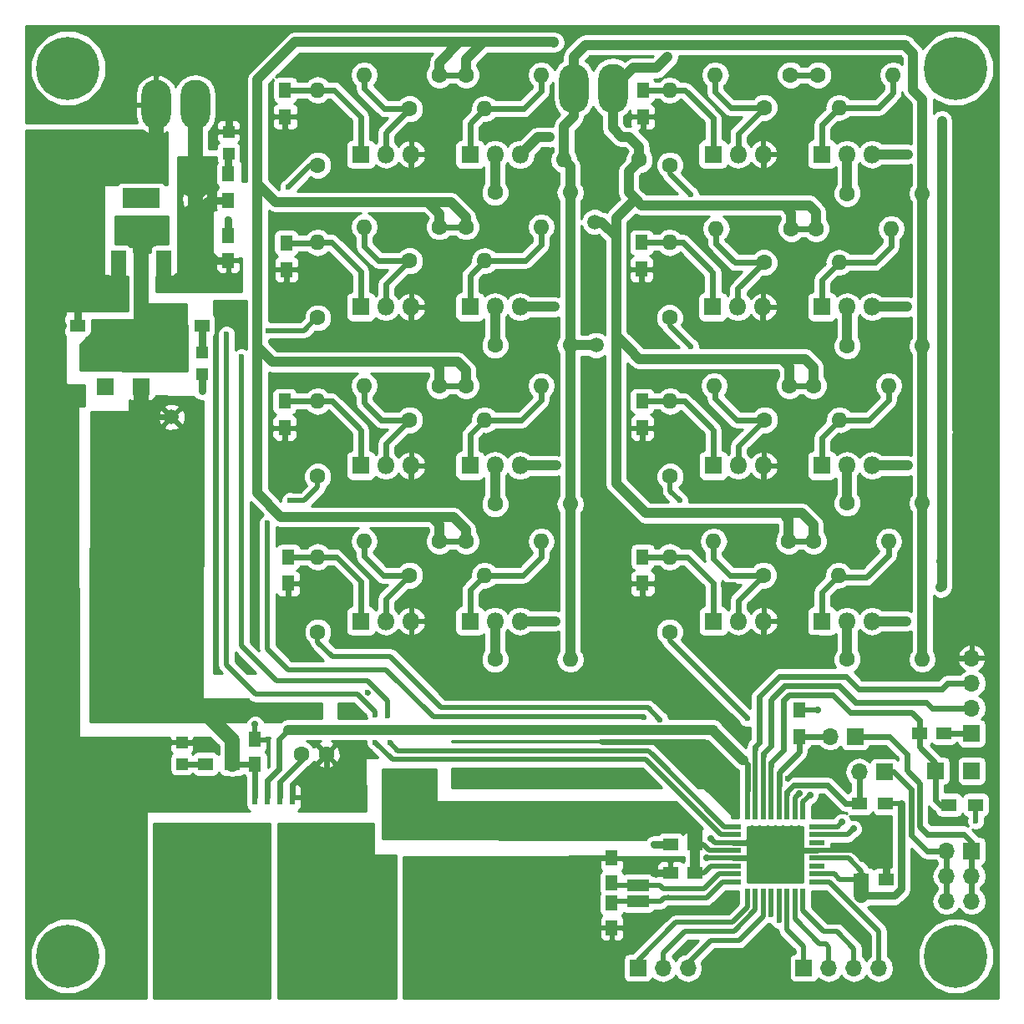
<source format=gbr>
G04 #@! TF.FileFunction,Copper,L1,Top,Signal*
%FSLAX46Y46*%
G04 Gerber Fmt 4.6, Leading zero omitted, Abs format (unit mm)*
G04 Created by KiCad (PCBNEW 4.0.2-stable) date 04/10/2017 21:06:50*
%MOMM*%
G01*
G04 APERTURE LIST*
%ADD10C,0.100000*%
%ADD11R,1.500000X1.250000*%
%ADD12R,1.250000X1.500000*%
%ADD13R,1.700000X1.700000*%
%ADD14O,1.700000X1.700000*%
%ADD15O,2.999740X5.001260*%
%ADD16R,1.800000X1.800000*%
%ADD17O,1.800000X1.800000*%
%ADD18C,1.600000*%
%ADD19O,1.600000X1.600000*%
%ADD20R,1.500000X1.300000*%
%ADD21R,1.300000X1.500000*%
%ADD22R,0.600000X1.550000*%
%ADD23R,3.800000X2.000000*%
%ADD24R,1.500000X2.000000*%
%ADD25R,1.200000X1.200000*%
%ADD26R,2.300000X1.200000*%
%ADD27R,1.600000X0.550000*%
%ADD28R,0.550000X1.600000*%
%ADD29C,6.400000*%
%ADD30C,0.800000*%
%ADD31C,1.500000*%
%ADD32C,0.600000*%
%ADD33C,0.700000*%
%ADD34C,0.600000*%
%ADD35C,0.550000*%
%ADD36C,1.500000*%
%ADD37C,0.800000*%
%ADD38C,1.000000*%
%ADD39C,2.000000*%
%ADD40C,0.254000*%
G04 APERTURE END LIST*
D10*
D11*
X148575000Y-133675000D03*
X146075000Y-133675000D03*
X146075000Y-136525000D03*
X148575000Y-136525000D03*
X165425000Y-137200000D03*
X167925000Y-137200000D03*
D12*
X103975000Y-123025000D03*
X103975000Y-125525000D03*
X101250000Y-71975000D03*
X101250000Y-74475000D03*
X140125000Y-137575000D03*
X140125000Y-135075000D03*
X140125000Y-139650000D03*
X140125000Y-142150000D03*
D11*
X85950000Y-81075000D03*
X88450000Y-81075000D03*
D13*
X167750000Y-126350000D03*
D14*
X165210000Y-126350000D03*
D13*
X164800000Y-122725000D03*
D14*
X162260000Y-122725000D03*
D15*
X140231200Y-57050000D03*
X136268800Y-57050000D03*
X99668800Y-142925000D03*
X103631200Y-142925000D03*
X108418800Y-142925000D03*
X112381200Y-142925000D03*
X93943800Y-58700000D03*
X97906200Y-58700000D03*
D13*
X159600000Y-146200000D03*
D14*
X162140000Y-146200000D03*
X164680000Y-146200000D03*
X167220000Y-146200000D03*
D13*
X88800000Y-87275000D03*
X172950000Y-126220000D03*
D16*
X150388320Y-63723520D03*
D17*
X152928320Y-63723520D03*
X155468320Y-63723520D03*
D16*
X150373080Y-79181960D03*
D17*
X152913080Y-79181960D03*
X155453080Y-79181960D03*
D16*
X150425000Y-95275000D03*
D17*
X152965000Y-95275000D03*
X155505000Y-95275000D03*
D16*
X150425000Y-111050000D03*
D17*
X152965000Y-111050000D03*
X155505000Y-111050000D03*
D16*
X114700000Y-63725000D03*
D17*
X117240000Y-63725000D03*
X119780000Y-63725000D03*
D16*
X161437320Y-63723520D03*
D17*
X163977320Y-63723520D03*
X166517320Y-63723520D03*
D16*
X161437320Y-79181960D03*
D17*
X163977320Y-79181960D03*
X166517320Y-79181960D03*
D16*
X161425000Y-95275000D03*
D17*
X163965000Y-95275000D03*
X166505000Y-95275000D03*
D16*
X161425000Y-111050000D03*
D17*
X163965000Y-111050000D03*
X166505000Y-111050000D03*
D16*
X125750000Y-63750000D03*
D17*
X128290000Y-63750000D03*
X130830000Y-63750000D03*
D16*
X114700000Y-79181960D03*
D17*
X117240000Y-79181960D03*
X119780000Y-79181960D03*
D16*
X114700000Y-95275000D03*
D17*
X117240000Y-95275000D03*
X119780000Y-95275000D03*
D16*
X114700000Y-111050000D03*
D17*
X117240000Y-111050000D03*
X119780000Y-111050000D03*
D16*
X125750000Y-79181960D03*
D17*
X128290000Y-79181960D03*
X130830000Y-79181960D03*
D16*
X125750000Y-95275000D03*
D17*
X128290000Y-95275000D03*
X130830000Y-95275000D03*
D16*
X125750000Y-111050000D03*
D17*
X128290000Y-111050000D03*
X130830000Y-111050000D03*
D18*
X146011900Y-64838580D03*
D19*
X146011900Y-57218580D03*
D18*
X145991580Y-80291940D03*
D19*
X145991580Y-72671940D03*
D18*
X146050000Y-96375000D03*
D19*
X146050000Y-88755000D03*
D18*
X146000000Y-112150000D03*
D19*
X146000000Y-104530000D03*
D18*
X110325000Y-64825000D03*
D19*
X110325000Y-57205000D03*
D18*
X158231840Y-55676800D03*
D19*
X150611840Y-55676800D03*
D18*
X158325000Y-71250000D03*
D19*
X150705000Y-71250000D03*
D18*
X158125000Y-87175000D03*
D19*
X150505000Y-87175000D03*
D18*
X158075000Y-102950000D03*
D19*
X150455000Y-102950000D03*
D18*
X122650000Y-55675000D03*
D19*
X115030000Y-55675000D03*
D18*
X155549600Y-58988960D03*
D19*
X163169600Y-58988960D03*
D18*
X155549600Y-74700000D03*
D19*
X163169600Y-74700000D03*
D18*
X155599600Y-90650000D03*
D19*
X163219600Y-90650000D03*
D18*
X155500000Y-106400000D03*
D19*
X163120000Y-106400000D03*
D18*
X119625000Y-59125000D03*
D19*
X127245000Y-59125000D03*
D18*
X161036000Y-55676800D03*
D19*
X168656000Y-55676800D03*
D18*
X160825000Y-71250000D03*
D19*
X168445000Y-71250000D03*
D18*
X160575000Y-87175000D03*
D19*
X168195000Y-87175000D03*
D18*
X160575000Y-102950000D03*
D19*
X168195000Y-102950000D03*
D18*
X125350000Y-55675000D03*
D19*
X132970000Y-55675000D03*
D18*
X163975000Y-67700000D03*
D19*
X171595000Y-67700000D03*
D18*
X163975000Y-83150000D03*
D19*
X171595000Y-83150000D03*
D18*
X163975000Y-99075000D03*
D19*
X171595000Y-99075000D03*
D18*
X163975000Y-114925000D03*
D19*
X171595000Y-114925000D03*
D18*
X128300000Y-67600000D03*
D19*
X135920000Y-67600000D03*
D18*
X110325000Y-80300000D03*
D19*
X110325000Y-72680000D03*
D18*
X110300000Y-96375000D03*
D19*
X110300000Y-88755000D03*
D18*
X110325000Y-112150000D03*
D19*
X110325000Y-104530000D03*
D18*
X122650000Y-71075000D03*
D19*
X115030000Y-71075000D03*
D18*
X122650000Y-87175000D03*
D19*
X115030000Y-87175000D03*
D18*
X122650000Y-102950000D03*
D19*
X115030000Y-102950000D03*
D18*
X119625000Y-74525000D03*
D19*
X127245000Y-74525000D03*
D18*
X119625000Y-90650000D03*
D19*
X127245000Y-90650000D03*
D18*
X119625000Y-106400000D03*
D19*
X127245000Y-106400000D03*
D18*
X125350000Y-71075000D03*
D19*
X132970000Y-71075000D03*
D18*
X125350000Y-87175000D03*
D19*
X132970000Y-87175000D03*
D18*
X125350000Y-102950000D03*
D19*
X132970000Y-102950000D03*
D18*
X128300000Y-83075000D03*
D19*
X135920000Y-83075000D03*
D18*
X128300000Y-99175000D03*
D19*
X135920000Y-99175000D03*
D18*
X128300000Y-114925000D03*
D19*
X135920000Y-114925000D03*
D20*
X98950000Y-125525000D03*
X101650000Y-125525000D03*
D21*
X101250000Y-68400000D03*
X101250000Y-65700000D03*
D20*
X95875000Y-81075000D03*
X98575000Y-81075000D03*
X177025000Y-129675000D03*
X174325000Y-129675000D03*
D22*
X103970000Y-134300000D03*
X105240000Y-134300000D03*
X106510000Y-134300000D03*
X107780000Y-134300000D03*
X107780000Y-128900000D03*
X106510000Y-128900000D03*
X105240000Y-128900000D03*
X103970000Y-128900000D03*
D23*
X92425000Y-68175000D03*
D24*
X92425000Y-74475000D03*
X94725000Y-74475000D03*
X90125000Y-74475000D03*
D25*
X96550000Y-125525000D03*
X96550000Y-123325000D03*
X101275000Y-63625000D03*
X101275000Y-61425000D03*
X98575000Y-83800000D03*
X98575000Y-86000000D03*
D13*
X92425000Y-87275000D03*
D14*
X92425000Y-84735000D03*
D20*
X167900000Y-129525000D03*
X165200000Y-129525000D03*
D21*
X159150000Y-120025000D03*
X159150000Y-122725000D03*
D18*
X108675000Y-124550000D03*
X111175000Y-124550000D03*
X142900000Y-64300000D03*
D19*
X135280000Y-64300000D03*
D26*
X142775000Y-137825000D03*
X142775000Y-139425000D03*
D27*
X152425000Y-131875000D03*
X152425000Y-132675000D03*
X152425000Y-133475000D03*
X152425000Y-134275000D03*
X152425000Y-135075000D03*
X152425000Y-135875000D03*
X152425000Y-136675000D03*
X152425000Y-137475000D03*
D28*
X153875000Y-138925000D03*
X154675000Y-138925000D03*
X155475000Y-138925000D03*
X156275000Y-138925000D03*
X157075000Y-138925000D03*
X157875000Y-138925000D03*
X158675000Y-138925000D03*
X159475000Y-138925000D03*
D27*
X160925000Y-137475000D03*
X160925000Y-136675000D03*
X160925000Y-135875000D03*
X160925000Y-135075000D03*
X160925000Y-134275000D03*
X160925000Y-133475000D03*
X160925000Y-132675000D03*
X160925000Y-131875000D03*
D28*
X159475000Y-130425000D03*
X158675000Y-130425000D03*
X157875000Y-130425000D03*
X157075000Y-130425000D03*
X156275000Y-130425000D03*
X155475000Y-130425000D03*
X154675000Y-130425000D03*
X153875000Y-130425000D03*
D21*
X143275000Y-57225000D03*
X143275000Y-59925000D03*
X143150000Y-72675000D03*
X143150000Y-75375000D03*
X143200000Y-88750000D03*
X143200000Y-91450000D03*
X143250000Y-104525000D03*
X143250000Y-107225000D03*
X107025000Y-57200000D03*
X107025000Y-59900000D03*
X107125000Y-72700000D03*
X107125000Y-75400000D03*
X106950000Y-88750000D03*
X106950000Y-91450000D03*
X107325000Y-104525000D03*
X107325000Y-107225000D03*
D13*
X142775000Y-146200000D03*
D14*
X145315000Y-146200000D03*
X147855000Y-146200000D03*
D13*
X176600000Y-134350000D03*
D14*
X174060000Y-134350000D03*
X176600000Y-136890000D03*
X174060000Y-136890000D03*
X176600000Y-139430000D03*
X174060000Y-139430000D03*
D29*
X175000000Y-145000000D03*
D30*
X177400000Y-145000000D03*
X176697056Y-146697056D03*
X175000000Y-147400000D03*
X173302944Y-146697056D03*
X172600000Y-145000000D03*
X173302944Y-143302944D03*
X175000000Y-142600000D03*
X176697056Y-143302944D03*
D29*
X175000000Y-55000000D03*
D30*
X177400000Y-55000000D03*
X176697056Y-56697056D03*
X175000000Y-57400000D03*
X173302944Y-56697056D03*
X172600000Y-55000000D03*
X173302944Y-53302944D03*
X175000000Y-52600000D03*
X176697056Y-53302944D03*
D29*
X85000000Y-55000000D03*
D30*
X87400000Y-55000000D03*
X86697056Y-56697056D03*
X85000000Y-57400000D03*
X83302944Y-56697056D03*
X82600000Y-55000000D03*
X83302944Y-53302944D03*
X85000000Y-52600000D03*
X86697056Y-53302944D03*
D29*
X85000000Y-145000000D03*
D30*
X87400000Y-145000000D03*
X86697056Y-146697056D03*
X85000000Y-147400000D03*
X83302944Y-146697056D03*
X82600000Y-145000000D03*
X83302944Y-143302944D03*
X85000000Y-142600000D03*
X86697056Y-143302944D03*
D31*
X97900000Y-68400000D03*
X95500000Y-90360000D03*
X138410000Y-70580000D03*
X138530000Y-83070000D03*
D11*
X173810000Y-122410000D03*
X171310000Y-122410000D03*
D13*
X176600000Y-126220000D03*
X176600000Y-122410000D03*
D14*
X176600000Y-119870000D03*
X176600000Y-117330000D03*
X176600000Y-114790000D03*
D32*
X177025000Y-131300000D03*
D33*
X147750000Y-131400000D03*
D32*
X168075000Y-138875000D03*
X166875000Y-138875000D03*
X124225000Y-130487500D03*
X127125000Y-130487500D03*
X130475000Y-130500000D03*
X117975000Y-127600000D03*
X119337500Y-128962500D03*
X120925000Y-130550000D03*
X108225000Y-119900000D03*
X105650000Y-119900000D03*
X102850000Y-119900000D03*
X100575000Y-119900000D03*
X98150000Y-119900000D03*
X169475000Y-129525000D03*
D33*
X161000000Y-120025000D03*
X165400000Y-138875000D03*
D32*
X165680000Y-92730000D03*
X167780000Y-92730000D03*
X169010000Y-91480000D03*
X146420000Y-102030000D03*
X143710000Y-102070000D03*
X143200000Y-93100000D03*
X145650000Y-90920000D03*
X145620000Y-93260000D03*
X143220000Y-95860000D03*
X117570000Y-103070000D03*
X119970000Y-103100000D03*
X108430000Y-114000000D03*
X109910000Y-106620000D03*
X109970000Y-108810000D03*
X107290000Y-111430000D03*
X107025000Y-61550000D03*
X115950000Y-66630000D03*
X113570000Y-66590000D03*
X112470000Y-65490000D03*
X111860000Y-61290000D03*
X109520000Y-59030000D03*
X109570000Y-61180000D03*
X107050000Y-63660000D03*
X109730000Y-76620000D03*
X112430000Y-77720000D03*
X122450000Y-80280000D03*
X122490000Y-77720000D03*
X123750000Y-76310000D03*
X121080000Y-76280000D03*
X123220000Y-74180000D03*
X117500000Y-70940000D03*
X119900000Y-70940000D03*
X100220000Y-128910000D03*
X96090000Y-128830000D03*
X156065000Y-147415000D03*
X152095000Y-146265000D03*
X151180000Y-145370000D03*
X172050000Y-139250000D03*
X170650000Y-140590000D03*
X160410000Y-106350000D03*
X163410000Y-103350000D03*
X162360000Y-102230000D03*
X161870000Y-97370000D03*
X160300000Y-97370000D03*
D33*
X155500000Y-113800000D03*
D32*
X157230000Y-112650000D03*
X161250000Y-112880000D03*
X160200000Y-114070000D03*
X156730000Y-113980000D03*
X155110000Y-115700000D03*
X153270000Y-115690000D03*
X151330000Y-113800000D03*
D33*
X155500000Y-98025000D03*
D32*
X152660000Y-98080000D03*
X156610000Y-97320000D03*
X157440000Y-96440000D03*
X156440000Y-92700000D03*
X160590000Y-90030000D03*
X162230000Y-88510000D03*
X166410000Y-82590000D03*
X168870000Y-82650000D03*
X166240000Y-85220000D03*
X163110000Y-85270000D03*
X119670000Y-55780000D03*
X118070000Y-54140000D03*
X112170000Y-53910000D03*
X111100000Y-54980000D03*
D33*
X155450000Y-81925000D03*
D32*
X152800000Y-71530000D03*
X154340000Y-71300000D03*
X155290000Y-72500000D03*
X158170000Y-73340000D03*
X159260000Y-74400000D03*
X157330000Y-76190000D03*
X159370000Y-78290000D03*
X157330000Y-78370000D03*
X159290000Y-80220000D03*
X157360000Y-80240000D03*
X159010000Y-81920000D03*
X167390000Y-65770000D03*
X169120000Y-67360000D03*
X167030000Y-67340000D03*
X164400000Y-69930000D03*
X166020000Y-71390000D03*
X164120000Y-71390000D03*
X161520000Y-67140000D03*
X159400000Y-66610000D03*
X152610000Y-66440000D03*
X149760000Y-66470000D03*
X145230000Y-60210000D03*
X148450000Y-60290000D03*
X146180000Y-62360000D03*
X148030000Y-62380000D03*
X154410000Y-56510000D03*
X153030000Y-56510000D03*
X165970000Y-56180000D03*
X163520000Y-56180000D03*
X159150000Y-57970000D03*
X157550000Y-59650000D03*
X160010000Y-59600000D03*
X158480000Y-61190000D03*
D33*
X155475000Y-66475000D03*
D32*
X134010000Y-66910000D03*
X131550000Y-66890000D03*
X133830000Y-69090000D03*
X131450000Y-69170000D03*
X129190000Y-71360000D03*
D33*
X119775000Y-66475000D03*
D32*
X129670000Y-56490000D03*
X127350000Y-56550000D03*
X124470000Y-58590000D03*
X122010000Y-59760000D03*
X123360000Y-63260000D03*
X123240000Y-65380000D03*
X122210000Y-66550000D03*
D33*
X119775000Y-81925000D03*
D32*
X110150000Y-82870000D03*
X113270000Y-81920000D03*
X116510000Y-81920000D03*
X115720000Y-98100000D03*
X106950000Y-93050000D03*
X109330000Y-91030000D03*
X109300000Y-93740000D03*
X106930000Y-96060000D03*
X117460000Y-87540000D03*
X119950000Y-87540000D03*
X129720000Y-87460000D03*
X127670000Y-87560000D03*
X124780000Y-89300000D03*
X121900000Y-90640000D03*
X124080000Y-92820000D03*
X120920000Y-92930000D03*
X123410000Y-95330000D03*
X122150000Y-109920000D03*
X122150000Y-107300000D03*
X124660000Y-106450000D03*
X128630000Y-102530000D03*
X125450000Y-98010000D03*
X122540000Y-98040000D03*
D33*
X101275000Y-59875000D03*
D32*
X97690000Y-54290000D03*
X93310000Y-54250000D03*
X89800000Y-54410000D03*
X91100000Y-51820000D03*
X94720000Y-51740000D03*
X98910000Y-51780000D03*
X103750000Y-51700000D03*
X101350000Y-54030000D03*
X101350000Y-57070000D03*
D33*
X85950000Y-79400000D03*
D32*
X84770000Y-88510000D03*
X84840000Y-92710000D03*
X84710000Y-98680000D03*
X84840000Y-104390000D03*
X84840000Y-109090000D03*
X84850000Y-113920000D03*
X84920000Y-117880000D03*
X84840000Y-121640000D03*
X84590000Y-124110000D03*
X91250000Y-124050000D03*
X88850000Y-126790000D03*
X93600000Y-126900000D03*
X90530000Y-129590000D03*
X90470000Y-133660000D03*
X90360000Y-137520000D03*
X90470000Y-142270000D03*
X87790000Y-139140000D03*
X87760000Y-135700000D03*
X87790000Y-131150000D03*
X85220000Y-128520000D03*
X85220000Y-133550000D03*
X85110000Y-138750000D03*
X82370000Y-136070000D03*
X82370000Y-131180000D03*
X82410000Y-126610000D03*
X82450000Y-117040000D03*
X82410000Y-113080000D03*
X82420000Y-107930000D03*
X82400000Y-102600000D03*
X82420000Y-96450000D03*
X82420000Y-92590000D03*
X82480000Y-87620000D03*
X82310000Y-84490000D03*
X82280000Y-80890000D03*
X82280000Y-77730000D03*
X85160000Y-74430000D03*
X82260000Y-74430000D03*
X85160000Y-71530000D03*
X82060000Y-71530000D03*
X85360000Y-68260000D03*
X82140000Y-68310000D03*
X85730000Y-64920000D03*
X81570000Y-65000000D03*
X84320000Y-62260000D03*
X88280000Y-62980000D03*
X88320000Y-68010000D03*
X88240000Y-71250000D03*
X88130000Y-74660000D03*
X85340000Y-77420000D03*
X89990000Y-78490000D03*
X137770000Y-104470000D03*
X137860000Y-101140000D03*
X137800000Y-98070000D03*
X137800000Y-95440000D03*
X138820000Y-85700000D03*
X137660000Y-86790000D03*
X138870000Y-87970000D03*
X138930000Y-94280000D03*
X122570000Y-113720000D03*
X121040000Y-115310000D03*
X123630000Y-115700000D03*
X125060000Y-117210000D03*
X127880000Y-117260000D03*
X131780000Y-117290000D03*
X134840000Y-117260000D03*
X138500000Y-117290000D03*
X142400000Y-117250000D03*
X144030000Y-117250000D03*
X146060000Y-119360000D03*
X149010000Y-119380000D03*
X147220000Y-117590000D03*
X144200000Y-114580000D03*
X141040000Y-114580000D03*
X138750000Y-112930000D03*
X138810000Y-110250000D03*
X173930000Y-114790000D03*
X178410000Y-59910000D03*
X175490000Y-62830000D03*
X178650000Y-63020000D03*
X175530000Y-66100000D03*
X178720000Y-66100000D03*
X175870000Y-68900000D03*
X178420000Y-68980000D03*
X175600000Y-71860000D03*
X178420000Y-72030000D03*
X175830000Y-74680000D03*
X178590000Y-74680000D03*
X175530000Y-77760000D03*
X178460000Y-77840000D03*
X175410000Y-80890000D03*
X178730000Y-80620000D03*
X175370000Y-84120000D03*
X178610000Y-83860000D03*
X175410000Y-87210000D03*
X178420000Y-86940000D03*
X175220000Y-90180000D03*
X178570000Y-90340000D03*
X175490000Y-93310000D03*
X178470000Y-93350000D03*
X175610000Y-96170000D03*
X178690000Y-97700000D03*
X175310000Y-100460000D03*
X178240000Y-100190000D03*
X175220000Y-103570000D03*
X178460000Y-103520000D03*
X175530000Y-106450000D03*
X178730000Y-106300000D03*
X176940000Y-108240000D03*
X173900000Y-111150000D03*
X138625000Y-135075000D03*
X137130000Y-144790000D03*
X134780000Y-147100000D03*
X130880000Y-147060000D03*
X127570000Y-147050000D03*
X123950000Y-147040000D03*
X120880000Y-143960000D03*
X125480000Y-143950000D03*
X128160000Y-143970000D03*
X131610000Y-143930000D03*
X135440000Y-140120000D03*
X131340000Y-140130000D03*
X128020000Y-140130000D03*
X124510000Y-140180000D03*
X120550000Y-139790000D03*
X121310000Y-136250000D03*
X124280000Y-136170000D03*
X127600000Y-136130000D03*
X130950000Y-136150000D03*
X134730000Y-136180000D03*
D33*
X167925000Y-135500000D03*
D32*
X172560000Y-130760000D03*
X157035000Y-135975000D03*
X138190000Y-54020000D03*
X143275000Y-61465000D03*
X167910000Y-61200000D03*
X166660000Y-61190000D03*
X163270000Y-134275000D03*
D33*
X165450000Y-135150000D03*
D32*
X138700000Y-66920000D03*
X140220000Y-66890000D03*
X143150000Y-76975000D03*
X138240000Y-78070000D03*
X138260000Y-79960000D03*
X166870000Y-131310000D03*
X115395000Y-118305000D03*
X113830000Y-119870000D03*
X133120000Y-59540000D03*
X130360000Y-60340000D03*
X152500000Y-107340000D03*
X151460000Y-107340000D03*
X101070000Y-79370000D03*
D33*
X98575000Y-87725000D03*
D32*
X102460000Y-82540000D03*
X157460000Y-132120000D03*
X160830000Y-130390000D03*
X165050000Y-142300000D03*
X138500000Y-142150000D03*
X147970000Y-143700000D03*
X163720000Y-141470000D03*
X157980000Y-126970000D03*
X139180000Y-123290000D03*
X151200000Y-125010000D03*
X163340000Y-124890000D03*
X133930000Y-126530000D03*
X140620000Y-126550000D03*
X143250000Y-108825000D03*
X111010000Y-102070000D03*
D33*
X119775000Y-98025000D03*
D32*
X116450000Y-107410000D03*
X103980000Y-111760000D03*
X107325000Y-108850000D03*
X104000000Y-108860000D03*
X102690000Y-115260000D03*
X158940000Y-135980000D03*
X158950000Y-133060000D03*
X158110000Y-134275000D03*
X156120000Y-135075000D03*
X155990000Y-133430000D03*
X157085000Y-134345000D03*
X156230000Y-132060000D03*
X155140000Y-132120000D03*
X154580000Y-132650000D03*
X155860000Y-137140000D03*
X154950000Y-136260000D03*
X154610000Y-135075000D03*
X107125000Y-77500000D03*
D33*
X103975000Y-121525000D03*
X144425000Y-133675000D03*
X144300000Y-136525000D03*
X149750000Y-135075000D03*
X101250000Y-70375000D03*
X111175000Y-127075000D03*
X109100000Y-126975000D03*
X98075000Y-123325000D03*
X150175000Y-133075000D03*
X134275000Y-52375000D03*
D32*
X145800000Y-53875000D03*
X141125000Y-61975000D03*
X133800000Y-62000000D03*
X140575000Y-97100000D03*
D33*
X134450000Y-111050000D03*
X134475000Y-95275000D03*
D32*
X140600000Y-89150000D03*
D33*
X134350000Y-79175000D03*
D32*
X140575000Y-72950000D03*
D33*
X170175000Y-63725000D03*
X170175000Y-95275000D03*
X173625000Y-91825000D03*
X173475000Y-107625000D03*
X170000000Y-111075000D03*
X173575000Y-75675000D03*
X170075000Y-79175000D03*
X173575000Y-60325000D03*
X97160000Y-139480000D03*
X97080000Y-141960000D03*
X96960000Y-145160000D03*
X95140000Y-148090000D03*
X95330000Y-145580000D03*
X95210000Y-141920000D03*
X95100000Y-138990000D03*
X95100000Y-137080000D03*
X97160000Y-137080000D03*
X99100000Y-134870000D03*
X97040000Y-134800000D03*
X94830000Y-132510000D03*
X97500000Y-132510000D03*
X99750000Y-132590000D03*
X100850000Y-133730000D03*
X117350000Y-138460000D03*
X117420000Y-142110000D03*
X117500000Y-144590000D03*
X115520000Y-146570000D03*
X115480000Y-144840000D03*
X115420000Y-142130000D03*
X115500000Y-139920000D03*
X115420000Y-137740000D03*
X117380000Y-135900000D03*
X115310000Y-135960000D03*
X112930000Y-135900000D03*
X115080000Y-133830000D03*
X113020000Y-133800000D03*
X110870000Y-133800000D03*
X159100000Y-128550000D03*
D32*
X145025000Y-121050000D03*
X107525000Y-98800000D03*
X105200000Y-101125000D03*
X143400000Y-120800000D03*
D33*
X160200000Y-128675000D03*
X163475000Y-131425000D03*
D32*
X147000000Y-98800000D03*
D33*
X164600000Y-132100000D03*
D32*
X148100000Y-83200000D03*
X148100000Y-67800000D03*
X157075000Y-141400000D03*
X156275000Y-140775000D03*
X153875000Y-120925000D03*
X117400000Y-120650000D03*
X117625000Y-123375000D03*
X105300000Y-81575000D03*
X102575000Y-84275000D03*
X101075000Y-81950000D03*
X107300000Y-67075000D03*
X116150000Y-123325000D03*
X116125000Y-120575000D03*
D34*
X95500000Y-90360000D02*
X93590000Y-90360000D01*
X93590000Y-90360000D02*
X92670000Y-89440000D01*
X92670000Y-89440000D02*
X92425000Y-89195000D01*
D35*
X177025000Y-129675000D02*
X177025000Y-131300000D01*
D36*
X124225000Y-130487500D02*
X124225000Y-130550000D01*
X124225000Y-130550000D02*
X124225000Y-130475000D01*
X124225000Y-130475000D02*
X124225000Y-130550000D01*
X127125000Y-130487500D02*
X127125000Y-130550000D01*
X127125000Y-130550000D02*
X127125000Y-130475000D01*
X127125000Y-130475000D02*
X127125000Y-130550000D01*
X130475000Y-130500000D02*
X130475000Y-130550000D01*
X130475000Y-130550000D02*
X130475000Y-130500000D01*
X130475000Y-130500000D02*
X130475000Y-130550000D01*
X119337500Y-128962500D02*
X119350000Y-128975000D01*
X120925000Y-130550000D02*
X124225000Y-130550000D01*
X124225000Y-130550000D02*
X127125000Y-130550000D01*
X98200000Y-119950000D02*
X98475000Y-119950000D01*
X98150000Y-119900000D02*
X98200000Y-119950000D01*
D35*
X160925000Y-135075000D02*
X164100000Y-135075000D01*
X165425000Y-136400000D02*
X165425000Y-137200000D01*
X164100000Y-135075000D02*
X165425000Y-136400000D01*
X160925000Y-136675000D02*
X162700000Y-136675000D01*
X163225000Y-137200000D02*
X165425000Y-137200000D01*
X162700000Y-136675000D02*
X163225000Y-137200000D01*
X165425000Y-137200000D02*
X165425000Y-136650000D01*
D37*
X169475000Y-129525000D02*
X169475000Y-138175000D01*
X168775000Y-138875000D02*
X168075000Y-138875000D01*
X168075000Y-138875000D02*
X166875000Y-138875000D01*
X166875000Y-138875000D02*
X165400000Y-138875000D01*
X169475000Y-138175000D02*
X168775000Y-138875000D01*
D35*
X167900000Y-129525000D02*
X169475000Y-129525000D01*
X161000000Y-120025000D02*
X159150000Y-120025000D01*
D36*
X165425000Y-137200000D02*
X165425000Y-138850000D01*
X165425000Y-138850000D02*
X165400000Y-138875000D01*
X147750000Y-131400000D02*
X147712500Y-131437500D01*
X147712500Y-131437500D02*
X147750000Y-131400000D01*
X147750000Y-131400000D02*
X147750000Y-131475000D01*
D38*
X148575000Y-133675000D02*
X148575000Y-136525000D01*
D36*
X148575000Y-132300000D02*
X148575000Y-133675000D01*
X146825000Y-130550000D02*
X147750000Y-131475000D01*
X127125000Y-130550000D02*
X130475000Y-130550000D01*
X130475000Y-130550000D02*
X146825000Y-130550000D01*
X147750000Y-131475000D02*
X148575000Y-132300000D01*
X92425000Y-118675000D02*
X93700000Y-119950000D01*
X101650000Y-123125000D02*
X101650000Y-125525000D01*
X98475000Y-119950000D02*
X101650000Y-123125000D01*
X93700000Y-119950000D02*
X98475000Y-119950000D01*
X92425000Y-87275000D02*
X92425000Y-89195000D01*
X92425000Y-89195000D02*
X92425000Y-118675000D01*
X92425000Y-118675000D02*
X92400000Y-118700000D01*
D35*
X148575000Y-136525000D02*
X149525000Y-136525000D01*
X149525000Y-136525000D02*
X150175000Y-135875000D01*
X150175000Y-135875000D02*
X152425000Y-135875000D01*
X152425000Y-134275000D02*
X150000000Y-134275000D01*
X150000000Y-134275000D02*
X149400000Y-133675000D01*
X149400000Y-133675000D02*
X148575000Y-133675000D01*
D34*
X103975000Y-125525000D02*
X101650000Y-125525000D01*
X103970000Y-128900000D02*
X103970000Y-125530000D01*
X103970000Y-125530000D02*
X103975000Y-125525000D01*
X167780000Y-92710000D02*
X167780000Y-92730000D01*
X169010000Y-91480000D02*
X167780000Y-92710000D01*
X137860000Y-101140000D02*
X141560000Y-101140000D01*
X142490000Y-102070000D02*
X143710000Y-102070000D01*
X141560000Y-101140000D02*
X142490000Y-102070000D01*
X143200000Y-91450000D02*
X143200000Y-93100000D01*
X145630000Y-90940000D02*
X145620000Y-90940000D01*
X145650000Y-90920000D02*
X145630000Y-90940000D01*
X145620000Y-93460000D02*
X145620000Y-93260000D01*
X143220000Y-95860000D02*
X145620000Y-93460000D01*
X119940000Y-103070000D02*
X117570000Y-103070000D01*
X119970000Y-103100000D02*
X119940000Y-103070000D01*
X107290000Y-111430000D02*
X107290000Y-112860000D01*
X107290000Y-112860000D02*
X108430000Y-114000000D01*
X109910000Y-106620000D02*
X109910000Y-106640000D01*
X109910000Y-108810000D02*
X109970000Y-108810000D01*
X107290000Y-111430000D02*
X109910000Y-108810000D01*
X107025000Y-61550000D02*
X107025000Y-63635000D01*
X107025000Y-59900000D02*
X107025000Y-61550000D01*
X113610000Y-66630000D02*
X115950000Y-66630000D01*
X113570000Y-66590000D02*
X113610000Y-66630000D01*
X112470000Y-61900000D02*
X112470000Y-65490000D01*
X111860000Y-61290000D02*
X112470000Y-61900000D01*
X109520000Y-61130000D02*
X109520000Y-59030000D01*
X109570000Y-61180000D02*
X109520000Y-61130000D01*
X107025000Y-63635000D02*
X107050000Y-63660000D01*
X113270000Y-81920000D02*
X113270000Y-81650000D01*
X112430000Y-80810000D02*
X112430000Y-77720000D01*
X113270000Y-81650000D02*
X112430000Y-80810000D01*
X123220000Y-74180000D02*
X123140000Y-74180000D01*
X120805000Y-81925000D02*
X122450000Y-80280000D01*
X122490000Y-77720000D02*
X123750000Y-76460000D01*
X123750000Y-76460000D02*
X123750000Y-76310000D01*
X121080000Y-76280000D02*
X123180000Y-74180000D01*
X123180000Y-74180000D02*
X123220000Y-74180000D01*
X119775000Y-81925000D02*
X120805000Y-81925000D01*
X117500000Y-70940000D02*
X117460000Y-70940000D01*
X123140000Y-74180000D02*
X119900000Y-70940000D01*
X93600000Y-126900000D02*
X94140000Y-126900000D01*
X96070000Y-128830000D02*
X96090000Y-128830000D01*
X94140000Y-126900000D02*
X96070000Y-128830000D01*
X156065000Y-147415000D02*
X156070000Y-147420000D01*
X152095000Y-146265000D02*
X152100000Y-146270000D01*
X171990000Y-139250000D02*
X172050000Y-139250000D01*
X170650000Y-140590000D02*
X171990000Y-139250000D01*
X157440000Y-96440000D02*
X157440000Y-96830000D01*
X163410000Y-103350000D02*
X160410000Y-106350000D01*
X162360000Y-97860000D02*
X162360000Y-102230000D01*
X161870000Y-97370000D02*
X162360000Y-97860000D01*
X157980000Y-97370000D02*
X160300000Y-97370000D01*
X157440000Y-96830000D02*
X157980000Y-97370000D01*
X155500000Y-113800000D02*
X151330000Y-113800000D01*
X155505000Y-113795000D02*
X155500000Y-113800000D01*
X155505000Y-111050000D02*
X155505000Y-113795000D01*
X161020000Y-112650000D02*
X157230000Y-112650000D01*
X161250000Y-112880000D02*
X161020000Y-112650000D01*
X156820000Y-114070000D02*
X160200000Y-114070000D01*
X156730000Y-113980000D02*
X156820000Y-114070000D01*
X153280000Y-115700000D02*
X155110000Y-115700000D01*
X153270000Y-115690000D02*
X153280000Y-115700000D01*
X155505000Y-98020000D02*
X155505000Y-95275000D01*
X155505000Y-98020000D02*
X155500000Y-98025000D01*
X163110000Y-85270000D02*
X163110000Y-87630000D01*
X156610000Y-97270000D02*
X156610000Y-97320000D01*
X157440000Y-96440000D02*
X156610000Y-97270000D01*
X157920000Y-92700000D02*
X156440000Y-92700000D01*
X160590000Y-90030000D02*
X157920000Y-92700000D01*
X163110000Y-87630000D02*
X162230000Y-88510000D01*
X159010000Y-81920000D02*
X159760000Y-81920000D01*
X168810000Y-82650000D02*
X168870000Y-82650000D01*
X166240000Y-85220000D02*
X168810000Y-82650000D01*
X159760000Y-81920000D02*
X163110000Y-85270000D01*
X122480000Y-58590000D02*
X119670000Y-55780000D01*
X118070000Y-54140000D02*
X117840000Y-53910000D01*
X117840000Y-53910000D02*
X112170000Y-53910000D01*
X124470000Y-58590000D02*
X122480000Y-58590000D01*
X155453080Y-81921920D02*
X155450000Y-81925000D01*
X155453080Y-79181960D02*
X155453080Y-81921920D01*
X154340000Y-71550000D02*
X154340000Y-71300000D01*
X155290000Y-72500000D02*
X154340000Y-71550000D01*
X158200000Y-73340000D02*
X158170000Y-73340000D01*
X159260000Y-74400000D02*
X158200000Y-73340000D01*
X157330000Y-76250000D02*
X157330000Y-76190000D01*
X159370000Y-78290000D02*
X157330000Y-76250000D01*
X157440000Y-78370000D02*
X157330000Y-78370000D01*
X159290000Y-80220000D02*
X157440000Y-78370000D01*
X157360000Y-80270000D02*
X157360000Y-80240000D01*
X159010000Y-81920000D02*
X157360000Y-80270000D01*
X167530000Y-65770000D02*
X167390000Y-65770000D01*
X169120000Y-67360000D02*
X167530000Y-65770000D01*
X166990000Y-67340000D02*
X167030000Y-67340000D01*
X164400000Y-69930000D02*
X166990000Y-67340000D01*
X164120000Y-71390000D02*
X166020000Y-71390000D01*
X159930000Y-67140000D02*
X161520000Y-67140000D01*
X159400000Y-66610000D02*
X159930000Y-67140000D01*
X152610000Y-66440000D02*
X152580000Y-66470000D01*
X152580000Y-66470000D02*
X149760000Y-66470000D01*
X148370000Y-60210000D02*
X145230000Y-60210000D01*
X148450000Y-60290000D02*
X148370000Y-60210000D01*
X148010000Y-62360000D02*
X146180000Y-62360000D01*
X148030000Y-62380000D02*
X148010000Y-62360000D01*
X153030000Y-56510000D02*
X154410000Y-56510000D01*
X163520000Y-56180000D02*
X165970000Y-56180000D01*
X159150000Y-58050000D02*
X159150000Y-57970000D01*
X157550000Y-59650000D02*
X159150000Y-58050000D01*
X160010000Y-59660000D02*
X160010000Y-59600000D01*
X158480000Y-61190000D02*
X160010000Y-59660000D01*
X155468320Y-66468320D02*
X155475000Y-66475000D01*
X155468320Y-63723520D02*
X155468320Y-66468320D01*
X123240000Y-65380000D02*
X123240000Y-65410000D01*
X131570000Y-66910000D02*
X134010000Y-66910000D01*
X131550000Y-66890000D02*
X131570000Y-66910000D01*
X131530000Y-69090000D02*
X133830000Y-69090000D01*
X131450000Y-69170000D02*
X131530000Y-69090000D01*
X123240000Y-65410000D02*
X129190000Y-71360000D01*
X119780000Y-66470000D02*
X119775000Y-66475000D01*
X119780000Y-63725000D02*
X119780000Y-66470000D01*
X125980000Y-57920000D02*
X127350000Y-56550000D01*
X125140000Y-57920000D02*
X125980000Y-57920000D01*
X124470000Y-58590000D02*
X125140000Y-57920000D01*
X122010000Y-61910000D02*
X122010000Y-59760000D01*
X123360000Y-63260000D02*
X122010000Y-61910000D01*
X123240000Y-65520000D02*
X123240000Y-65380000D01*
X122210000Y-66550000D02*
X123240000Y-65520000D01*
X119780000Y-81920000D02*
X119775000Y-81925000D01*
X119780000Y-79181960D02*
X119780000Y-81920000D01*
X116510000Y-81920000D02*
X113270000Y-81920000D01*
X106950000Y-91450000D02*
X106950000Y-93050000D01*
X109250000Y-93740000D02*
X109300000Y-93740000D01*
X106930000Y-96060000D02*
X109250000Y-93740000D01*
X119950000Y-87540000D02*
X117460000Y-87540000D01*
X119775000Y-98025000D02*
X120865000Y-98025000D01*
X127770000Y-87460000D02*
X129720000Y-87460000D01*
X127670000Y-87560000D02*
X127770000Y-87460000D01*
X123240000Y-89300000D02*
X124780000Y-89300000D01*
X121900000Y-90640000D02*
X123240000Y-89300000D01*
X121030000Y-92820000D02*
X124080000Y-92820000D01*
X120920000Y-92930000D02*
X121030000Y-92820000D01*
X123410000Y-95480000D02*
X123410000Y-95330000D01*
X120865000Y-98025000D02*
X123410000Y-95480000D01*
X125450000Y-98010000D02*
X125450000Y-99350000D01*
X123810000Y-107300000D02*
X122150000Y-107300000D01*
X124660000Y-106450000D02*
X123810000Y-107300000D01*
X125450000Y-99350000D02*
X128630000Y-102530000D01*
X119775000Y-98025000D02*
X122525000Y-98025000D01*
X125370000Y-98090000D02*
X125370000Y-98100000D01*
X125450000Y-98010000D02*
X125370000Y-98090000D01*
X122525000Y-98025000D02*
X122540000Y-98040000D01*
D37*
X101275000Y-61425000D02*
X101275000Y-59875000D01*
D34*
X97690000Y-54290000D02*
X97610000Y-54290000D01*
X89960000Y-54250000D02*
X93310000Y-54250000D01*
X89800000Y-54410000D02*
X89960000Y-54250000D01*
X94640000Y-51820000D02*
X91100000Y-51820000D01*
X94720000Y-51740000D02*
X94640000Y-51820000D01*
X103670000Y-51780000D02*
X98910000Y-51780000D01*
X103750000Y-51700000D02*
X103670000Y-51780000D01*
X101350000Y-57070000D02*
X101350000Y-54030000D01*
X85950000Y-79400000D02*
X89080000Y-79400000D01*
D37*
X85950000Y-81075000D02*
X85950000Y-79400000D01*
D34*
X84840000Y-98550000D02*
X84840000Y-92710000D01*
X84710000Y-98680000D02*
X84840000Y-98550000D01*
X84840000Y-109090000D02*
X84840000Y-104390000D01*
X84850000Y-117810000D02*
X84850000Y-113920000D01*
X84920000Y-117880000D02*
X84850000Y-117810000D01*
X83980000Y-122500000D02*
X84840000Y-121640000D01*
X83980000Y-123500000D02*
X83980000Y-122500000D01*
X84590000Y-124110000D02*
X83980000Y-123500000D01*
X91250000Y-124390000D02*
X91250000Y-124050000D01*
X88850000Y-126790000D02*
X91250000Y-124390000D01*
X93220000Y-126900000D02*
X93600000Y-126900000D01*
X90530000Y-129590000D02*
X93220000Y-126900000D01*
X90470000Y-137410000D02*
X90470000Y-133660000D01*
X90360000Y-137520000D02*
X90470000Y-137410000D01*
X90470000Y-141820000D02*
X90470000Y-142270000D01*
X87790000Y-139140000D02*
X90470000Y-141820000D01*
X87760000Y-131180000D02*
X87760000Y-135700000D01*
X87790000Y-131150000D02*
X87760000Y-131180000D01*
X85220000Y-133550000D02*
X85220000Y-128520000D01*
X85050000Y-138750000D02*
X85110000Y-138750000D01*
X82370000Y-136070000D02*
X85050000Y-138750000D01*
X82370000Y-126650000D02*
X82370000Y-131180000D01*
X82410000Y-126610000D02*
X82370000Y-126650000D01*
X82450000Y-113120000D02*
X82450000Y-117040000D01*
X82410000Y-113080000D02*
X82450000Y-113120000D01*
X82420000Y-102620000D02*
X82420000Y-107930000D01*
X82400000Y-102600000D02*
X82420000Y-102620000D01*
X82420000Y-92590000D02*
X82420000Y-96450000D01*
X82480000Y-84660000D02*
X82480000Y-87620000D01*
X82310000Y-84490000D02*
X82480000Y-84660000D01*
X82280000Y-77730000D02*
X82280000Y-80890000D01*
X82260000Y-74430000D02*
X85160000Y-74430000D01*
X82060000Y-71530000D02*
X85160000Y-71530000D01*
X82190000Y-68260000D02*
X85360000Y-68260000D01*
X82140000Y-68310000D02*
X82190000Y-68260000D01*
X81650000Y-64920000D02*
X85730000Y-64920000D01*
X81570000Y-65000000D02*
X81650000Y-64920000D01*
X87560000Y-62260000D02*
X84320000Y-62260000D01*
X88280000Y-62980000D02*
X87560000Y-62260000D01*
X88320000Y-71170000D02*
X88320000Y-68010000D01*
X88240000Y-71250000D02*
X88320000Y-71170000D01*
X88100000Y-74660000D02*
X88130000Y-74660000D01*
X85340000Y-77420000D02*
X88100000Y-74660000D01*
X89080000Y-79400000D02*
X89990000Y-78490000D01*
X142125000Y-108825000D02*
X137770000Y-104470000D01*
X137860000Y-101140000D02*
X137800000Y-101080000D01*
X137800000Y-101080000D02*
X137800000Y-98070000D01*
X143250000Y-108825000D02*
X142125000Y-108825000D01*
X138750000Y-85700000D02*
X138820000Y-85700000D01*
X137660000Y-86790000D02*
X138750000Y-85700000D01*
X138870000Y-94220000D02*
X138870000Y-87970000D01*
X138930000Y-94280000D02*
X138870000Y-94220000D01*
X123240000Y-115310000D02*
X121040000Y-115310000D01*
X123630000Y-115700000D02*
X123240000Y-115310000D01*
X127830000Y-117210000D02*
X125060000Y-117210000D01*
X127880000Y-117260000D02*
X127830000Y-117210000D01*
X134810000Y-117290000D02*
X131780000Y-117290000D01*
X134840000Y-117260000D02*
X134810000Y-117290000D01*
X142360000Y-117290000D02*
X138500000Y-117290000D01*
X142400000Y-117250000D02*
X142360000Y-117290000D01*
X144030000Y-117330000D02*
X144030000Y-117250000D01*
X146060000Y-119360000D02*
X144030000Y-117330000D01*
X147220000Y-117590000D02*
X149010000Y-119380000D01*
X141040000Y-114580000D02*
X144200000Y-114580000D01*
X138750000Y-110310000D02*
X138750000Y-112930000D01*
X138810000Y-110250000D02*
X138750000Y-110310000D01*
X176600000Y-114790000D02*
X173930000Y-114790000D01*
X178460000Y-62830000D02*
X175490000Y-62830000D01*
X178650000Y-63020000D02*
X178460000Y-62830000D01*
X178720000Y-66100000D02*
X175530000Y-66100000D01*
X178340000Y-68900000D02*
X175870000Y-68900000D01*
X178420000Y-68980000D02*
X178340000Y-68900000D01*
X178250000Y-71860000D02*
X175600000Y-71860000D01*
X178420000Y-72030000D02*
X178250000Y-71860000D01*
X178590000Y-74680000D02*
X175830000Y-74680000D01*
X178380000Y-77760000D02*
X175530000Y-77760000D01*
X178460000Y-77840000D02*
X178380000Y-77760000D01*
X178460000Y-80890000D02*
X175410000Y-80890000D01*
X178730000Y-80620000D02*
X178460000Y-80890000D01*
X178350000Y-84120000D02*
X175370000Y-84120000D01*
X178610000Y-83860000D02*
X178350000Y-84120000D01*
X178150000Y-87210000D02*
X175410000Y-87210000D01*
X178420000Y-86940000D02*
X178150000Y-87210000D01*
X178410000Y-90180000D02*
X175220000Y-90180000D01*
X178570000Y-90340000D02*
X178410000Y-90180000D01*
X178430000Y-93310000D02*
X175490000Y-93310000D01*
X178470000Y-93350000D02*
X178430000Y-93310000D01*
X177160000Y-96170000D02*
X175610000Y-96170000D01*
X178690000Y-97700000D02*
X177160000Y-96170000D01*
X177970000Y-100460000D02*
X175310000Y-100460000D01*
X178240000Y-100190000D02*
X177970000Y-100460000D01*
X178410000Y-103570000D02*
X175220000Y-103570000D01*
X178460000Y-103520000D02*
X178410000Y-103570000D01*
X178580000Y-106450000D02*
X175530000Y-106450000D01*
X178730000Y-106300000D02*
X178580000Y-106450000D01*
X176810000Y-108240000D02*
X176940000Y-108240000D01*
X173900000Y-111150000D02*
X176810000Y-108240000D01*
X138625000Y-135075000D02*
X135835000Y-135075000D01*
D35*
X140125000Y-135075000D02*
X138625000Y-135075000D01*
D34*
X137090000Y-144790000D02*
X137130000Y-144790000D01*
X134780000Y-147100000D02*
X137090000Y-144790000D01*
X127580000Y-147060000D02*
X130880000Y-147060000D01*
X127570000Y-147050000D02*
X127580000Y-147060000D01*
X123950000Y-147030000D02*
X123950000Y-147040000D01*
X120880000Y-143960000D02*
X123950000Y-147030000D01*
X128140000Y-143950000D02*
X125480000Y-143950000D01*
X128160000Y-143970000D02*
X128140000Y-143950000D01*
X131630000Y-143930000D02*
X131610000Y-143930000D01*
X135440000Y-140120000D02*
X131630000Y-143930000D01*
X128020000Y-140130000D02*
X131340000Y-140130000D01*
X120940000Y-140180000D02*
X124510000Y-140180000D01*
X120550000Y-139790000D02*
X120940000Y-140180000D01*
X124200000Y-136250000D02*
X121310000Y-136250000D01*
X124280000Y-136170000D02*
X124200000Y-136250000D01*
X130930000Y-136130000D02*
X127600000Y-136130000D01*
X130950000Y-136150000D02*
X130930000Y-136130000D01*
X135835000Y-135075000D02*
X134730000Y-136180000D01*
X154130000Y-133490000D02*
X154130000Y-133475000D01*
X154130000Y-133490000D02*
X154130000Y-133475000D01*
X156120000Y-135075000D02*
X156135000Y-135075000D01*
X156135000Y-135075000D02*
X157035000Y-135975000D01*
X157035000Y-135975000D02*
X157955000Y-136895000D01*
X157955000Y-136895000D02*
X157990000Y-136930000D01*
X143275000Y-59925000D02*
X143275000Y-61465000D01*
X143275000Y-61465000D02*
X143280000Y-61470000D01*
X143275000Y-61465000D02*
X143280000Y-61470000D01*
X166670000Y-61200000D02*
X167910000Y-61200000D01*
X166660000Y-61190000D02*
X166670000Y-61200000D01*
D35*
X164575000Y-134275000D02*
X165450000Y-135150000D01*
X160925000Y-134275000D02*
X163270000Y-134275000D01*
X163270000Y-134275000D02*
X164575000Y-134275000D01*
D34*
X140190000Y-66920000D02*
X138700000Y-66920000D01*
X140220000Y-66890000D02*
X140190000Y-66920000D01*
X143150000Y-75375000D02*
X143150000Y-76975000D01*
X138240000Y-79940000D02*
X138240000Y-78070000D01*
X138260000Y-79960000D02*
X138240000Y-79940000D01*
X167925000Y-135500000D02*
X167925000Y-132365000D01*
D37*
X167925000Y-137200000D02*
X167925000Y-135500000D01*
D34*
X167925000Y-132365000D02*
X166870000Y-131310000D01*
X115395000Y-118305000D02*
X115400000Y-118310000D01*
X133120000Y-59540000D02*
X132300000Y-59540000D01*
X131500000Y-60340000D02*
X130360000Y-60340000D01*
X132300000Y-59540000D02*
X131500000Y-60340000D01*
X151460000Y-107340000D02*
X152500000Y-107340000D01*
X101070000Y-79370000D02*
X101240000Y-79370000D01*
D37*
X98575000Y-86000000D02*
X98575000Y-87725000D01*
D34*
X102460000Y-80590000D02*
X102460000Y-82540000D01*
X101240000Y-79370000D02*
X102460000Y-80590000D01*
X165050000Y-142300000D02*
X164550000Y-142300000D01*
D35*
X140125000Y-142150000D02*
X138500000Y-142150000D01*
D34*
X164550000Y-142300000D02*
X163720000Y-141470000D01*
X157980000Y-126970000D02*
X157990000Y-126970000D01*
X139180000Y-123290000D02*
X149480000Y-123290000D01*
X149480000Y-123290000D02*
X151200000Y-125010000D01*
X160070000Y-124890000D02*
X163340000Y-124890000D01*
X157990000Y-126970000D02*
X160070000Y-124890000D01*
X143250000Y-107225000D02*
X143250000Y-108825000D01*
X111010000Y-102070000D02*
X111110000Y-102070000D01*
X119780000Y-95275000D02*
X119780000Y-98020000D01*
X119780000Y-98020000D02*
X119775000Y-98025000D01*
X111110000Y-102070000D02*
X116450000Y-107410000D01*
X104000000Y-111740000D02*
X103980000Y-111760000D01*
X107325000Y-107225000D02*
X107325000Y-108850000D01*
X104000000Y-108860000D02*
X104000000Y-111740000D01*
X159290000Y-134270000D02*
X159290000Y-134275000D01*
X159290000Y-134270000D02*
X159290000Y-134275000D01*
X158940000Y-135970000D02*
X158940000Y-135980000D01*
X158950000Y-133060000D02*
X158935000Y-133075000D01*
X156165000Y-133475000D02*
X155990000Y-133475000D01*
X155990000Y-133475000D02*
X155990000Y-133430000D01*
X156330000Y-132100000D02*
X156270000Y-132100000D01*
X156270000Y-132100000D02*
X156230000Y-132060000D01*
X156330000Y-132100000D02*
X156330000Y-132120000D01*
X156330000Y-132100000D02*
X156330000Y-132120000D01*
X154510000Y-132750000D02*
X154510000Y-132720000D01*
X154510000Y-132720000D02*
X154580000Y-132650000D01*
X154950000Y-136230000D02*
X155860000Y-137140000D01*
X155860000Y-137140000D02*
X157780000Y-137140000D01*
X157780000Y-137140000D02*
X157990000Y-136930000D01*
X154950000Y-136230000D02*
X154950000Y-136260000D01*
X154965000Y-136245000D02*
X154950000Y-136260000D01*
X154950000Y-136260000D02*
X154965000Y-136245000D01*
X154610000Y-135120000D02*
X154610000Y-135075000D01*
X154610000Y-135120000D02*
X154610000Y-135890000D01*
X158940000Y-135970000D02*
X158940000Y-134275000D01*
X157990000Y-136930000D02*
X158940000Y-135980000D01*
X154610000Y-135890000D02*
X154950000Y-136230000D01*
X154510000Y-133475000D02*
X154510000Y-132750000D01*
X154510000Y-132750000D02*
X155140000Y-132120000D01*
X155140000Y-132120000D02*
X156330000Y-132120000D01*
X156330000Y-132120000D02*
X157460000Y-132120000D01*
X157460000Y-132120000D02*
X157980000Y-132120000D01*
X157980000Y-132120000D02*
X158935000Y-133075000D01*
X158935000Y-133075000D02*
X158940000Y-133080000D01*
X158940000Y-133080000D02*
X158940000Y-134275000D01*
X152425000Y-135075000D02*
X154610000Y-135075000D01*
X154610000Y-135075000D02*
X156120000Y-135075000D01*
X156120000Y-135075000D02*
X156355000Y-135075000D01*
X156355000Y-135075000D02*
X157085000Y-134345000D01*
X157085000Y-134345000D02*
X157155000Y-134275000D01*
X152425000Y-133475000D02*
X154130000Y-133475000D01*
X154130000Y-133475000D02*
X154510000Y-133475000D01*
X154510000Y-133475000D02*
X156165000Y-133475000D01*
X156165000Y-133475000D02*
X156965000Y-134275000D01*
X156965000Y-134275000D02*
X157155000Y-134275000D01*
X157155000Y-134275000D02*
X158110000Y-134275000D01*
X158110000Y-134275000D02*
X158940000Y-134275000D01*
X158940000Y-134275000D02*
X159290000Y-134275000D01*
X159290000Y-134275000D02*
X160925000Y-134275000D01*
X107125000Y-75400000D02*
X107125000Y-77500000D01*
D35*
X103975000Y-123025000D02*
X103975000Y-121525000D01*
D37*
X146075000Y-133675000D02*
X144425000Y-133675000D01*
X146075000Y-136525000D02*
X144300000Y-136525000D01*
D35*
X152425000Y-135075000D02*
X149750000Y-135075000D01*
D37*
X101250000Y-71975000D02*
X101250000Y-70375000D01*
D36*
X93943800Y-58700000D02*
X93943800Y-62731200D01*
X90125000Y-76525000D02*
X90125000Y-74475000D01*
X89200000Y-77450000D02*
X90125000Y-76525000D01*
X88475000Y-77450000D02*
X89200000Y-77450000D01*
X86900000Y-75875000D02*
X88475000Y-77450000D01*
X86900000Y-67225000D02*
X86900000Y-75875000D01*
X88925000Y-65200000D02*
X86900000Y-67225000D01*
X91475000Y-65200000D02*
X88925000Y-65200000D01*
X93943800Y-62731200D02*
X91475000Y-65200000D01*
D34*
X111175000Y-124550000D02*
X111175000Y-127075000D01*
X107780000Y-128900000D02*
X107780000Y-127570000D01*
X108375000Y-126975000D02*
X109100000Y-126975000D01*
X107780000Y-127570000D02*
X108375000Y-126975000D01*
X96550000Y-123325000D02*
X98075000Y-123325000D01*
D35*
X152425000Y-133475000D02*
X150575000Y-133475000D01*
X150575000Y-133475000D02*
X150175000Y-133075000D01*
D34*
X106510000Y-128900000D02*
X106510000Y-127340000D01*
X106510000Y-127340000D02*
X108675000Y-125175000D01*
X108675000Y-125175000D02*
X108675000Y-124550000D01*
D36*
X97906200Y-66490000D02*
X97906200Y-68393800D01*
X97906200Y-68393800D02*
X97900000Y-68400000D01*
D37*
X101250000Y-74475000D02*
X100000000Y-74475000D01*
X100000000Y-74475000D02*
X97906200Y-72381200D01*
X101250000Y-68400000D02*
X99125000Y-68400000D01*
X99125000Y-68400000D02*
X97906200Y-69618800D01*
D36*
X97906200Y-58700000D02*
X97906200Y-66490000D01*
X97906200Y-66490000D02*
X97906200Y-69618800D01*
X97906200Y-69618800D02*
X97906200Y-72381200D01*
X97906200Y-72381200D02*
X97906200Y-76118800D01*
X94725000Y-76300000D02*
X94725000Y-74475000D01*
X95425000Y-77000000D02*
X94725000Y-76300000D01*
X97025000Y-77000000D02*
X95425000Y-77000000D01*
X97906200Y-76118800D02*
X97025000Y-77000000D01*
D35*
X142775000Y-137825000D02*
X140375000Y-137825000D01*
X140375000Y-137825000D02*
X140125000Y-137575000D01*
X145800000Y-138200000D02*
X145375000Y-138200000D01*
X151025000Y-136675000D02*
X149500000Y-138200000D01*
X149500000Y-138200000D02*
X145800000Y-138200000D01*
X152425000Y-136675000D02*
X151025000Y-136675000D01*
X145000000Y-137825000D02*
X142775000Y-137825000D01*
X145375000Y-138200000D02*
X145000000Y-137825000D01*
X142775000Y-139425000D02*
X140350000Y-139425000D01*
X140350000Y-139425000D02*
X140125000Y-139650000D01*
X145900000Y-139075000D02*
X145425000Y-139075000D01*
X145075000Y-139425000D02*
X142775000Y-139425000D01*
X145425000Y-139075000D02*
X145075000Y-139425000D01*
X149725000Y-139075000D02*
X145900000Y-139075000D01*
X151325000Y-137475000D02*
X149725000Y-139075000D01*
X152425000Y-137475000D02*
X151325000Y-137475000D01*
X145900000Y-139075000D02*
X145875000Y-139050000D01*
D34*
X92425000Y-74475000D02*
X92425000Y-71625000D01*
X92425000Y-71625000D02*
X92430000Y-71620000D01*
D37*
X95875000Y-81075000D02*
X93950000Y-81075000D01*
X92425000Y-82600000D02*
X92425000Y-83050000D01*
X93950000Y-81075000D02*
X92425000Y-82600000D01*
X88450000Y-81075000D02*
X90450000Y-81075000D01*
X90450000Y-81075000D02*
X92425000Y-83050000D01*
X92425000Y-83050000D02*
X92425000Y-83050000D01*
D36*
X92425000Y-74475000D02*
X92425000Y-83050000D01*
X92425000Y-83050000D02*
X92425000Y-84735000D01*
D34*
X174060000Y-134350000D02*
X172110000Y-134350000D01*
X168720000Y-126350000D02*
X167750000Y-126350000D01*
X170480000Y-128110000D02*
X168720000Y-126350000D01*
X170480000Y-132720000D02*
X170480000Y-128110000D01*
X172110000Y-134350000D02*
X170480000Y-132720000D01*
X174060000Y-136890000D02*
X174060000Y-139430000D01*
X174060000Y-134350000D02*
X174060000Y-136890000D01*
X165200000Y-129525000D02*
X165200000Y-126360000D01*
X165200000Y-126360000D02*
X165210000Y-126350000D01*
X157875000Y-128600000D02*
X157875000Y-128350000D01*
D35*
X157875000Y-130425000D02*
X157875000Y-128600000D01*
D34*
X163825000Y-129525000D02*
X165200000Y-129525000D01*
X161975000Y-127675000D02*
X163825000Y-129525000D01*
X158550000Y-127675000D02*
X161975000Y-127675000D01*
X157875000Y-128350000D02*
X158550000Y-127675000D01*
X171320000Y-130050000D02*
X171320000Y-131860000D01*
X176600000Y-133400000D02*
X176600000Y-134350000D01*
X175830000Y-132630000D02*
X176600000Y-133400000D01*
X172090000Y-132630000D02*
X175830000Y-132630000D01*
X171320000Y-131860000D02*
X172090000Y-132630000D01*
X171320000Y-130150000D02*
X171320000Y-130050000D01*
X171320000Y-130050000D02*
X171320000Y-127470000D01*
X171320000Y-127470000D02*
X170040000Y-126190000D01*
X170040000Y-126190000D02*
X170040000Y-124500000D01*
X170040000Y-124500000D02*
X168265000Y-122725000D01*
X164800000Y-122725000D02*
X168265000Y-122725000D01*
X176600000Y-136890000D02*
X176600000Y-139430000D01*
X176600000Y-134350000D02*
X176600000Y-136890000D01*
X159150000Y-122725000D02*
X162260000Y-122725000D01*
X157075000Y-127700000D02*
X157075000Y-126375000D01*
D35*
X157075000Y-130425000D02*
X157075000Y-127700000D01*
D34*
X159150000Y-124300000D02*
X159150000Y-122725000D01*
X157075000Y-126375000D02*
X159150000Y-124300000D01*
D38*
X138410000Y-70580000D02*
X139100000Y-70580000D01*
X139100000Y-70580000D02*
X140575000Y-72055000D01*
X129025000Y-52350000D02*
X134250000Y-52350000D01*
X134250000Y-52350000D02*
X134275000Y-52375000D01*
X142306200Y-54975000D02*
X140231200Y-57050000D01*
X144700000Y-54975000D02*
X142306200Y-54975000D01*
X145800000Y-53875000D02*
X144700000Y-54975000D01*
X130830000Y-63750000D02*
X132605000Y-61975000D01*
X133775000Y-61975000D02*
X132605000Y-61975000D01*
X133800000Y-62000000D02*
X133775000Y-61975000D01*
X142900000Y-63037600D02*
X142900000Y-62975000D01*
X142900000Y-64300000D02*
X142900000Y-63037600D01*
X140231200Y-61081200D02*
X140231200Y-57050000D01*
X141125000Y-61975000D02*
X140231200Y-61081200D01*
X141900000Y-61975000D02*
X141125000Y-61975000D01*
X142900000Y-62975000D02*
X141900000Y-61975000D01*
X130830000Y-111050000D02*
X134450000Y-111050000D01*
X134475000Y-95275000D02*
X130830000Y-95275000D01*
X140600000Y-89150000D02*
X140575000Y-89150000D01*
X140575000Y-89150000D02*
X140600000Y-89150000D01*
X140600000Y-89150000D02*
X140575000Y-89150000D01*
X134343040Y-79181960D02*
X134350000Y-79175000D01*
X134343040Y-79181960D02*
X130830000Y-79181960D01*
X140575000Y-82100000D02*
X140575000Y-82150000D01*
X142900000Y-84475000D02*
X141850000Y-83425000D01*
X145050000Y-84475000D02*
X157325000Y-84475000D01*
X145050000Y-84475000D02*
X142900000Y-84475000D01*
X140575000Y-82150000D02*
X141850000Y-83425000D01*
X143575000Y-100100000D02*
X140575000Y-97100000D01*
X157450000Y-100100000D02*
X144775000Y-100100000D01*
X144775000Y-100100000D02*
X143575000Y-100100000D01*
X140575000Y-70175000D02*
X142512500Y-68237500D01*
X140575000Y-97100000D02*
X140575000Y-89150000D01*
X140575000Y-89150000D02*
X140575000Y-82100000D01*
X140575000Y-82100000D02*
X140575000Y-72950000D01*
X140575000Y-72950000D02*
X140575000Y-72055000D01*
X140575000Y-72055000D02*
X140575000Y-70175000D01*
X129025000Y-52350000D02*
X129075000Y-52350000D01*
X107075000Y-84775000D02*
X105725000Y-84775000D01*
X122050000Y-84775000D02*
X107075000Y-84775000D01*
X105725000Y-84775000D02*
X104200000Y-83250000D01*
X106275000Y-68575000D02*
X106050000Y-68575000D01*
X121500000Y-68575000D02*
X106275000Y-68575000D01*
X106050000Y-68575000D02*
X104200000Y-66725000D01*
X104200000Y-56500000D02*
X104200000Y-56150000D01*
X104200000Y-56150000D02*
X108000000Y-52350000D01*
X108000000Y-52350000D02*
X110575000Y-52350000D01*
X110575000Y-52350000D02*
X124700000Y-52350000D01*
X104200000Y-66725000D02*
X104200000Y-56500000D01*
X106600000Y-100475000D02*
X104200000Y-98075000D01*
X104200000Y-98075000D02*
X104200000Y-83250000D01*
X121925000Y-100500000D02*
X106600000Y-100500000D01*
X106600000Y-100500000D02*
X106600000Y-100475000D01*
X104200000Y-83250000D02*
X104200000Y-66725000D01*
X125350000Y-55675000D02*
X125350000Y-54100000D01*
X125350000Y-54100000D02*
X127100000Y-52350000D01*
X122650000Y-55675000D02*
X122650000Y-54400000D01*
X122650000Y-54400000D02*
X124700000Y-52350000D01*
X124700000Y-52350000D02*
X127100000Y-52350000D01*
X127100000Y-52350000D02*
X129025000Y-52350000D01*
X125350000Y-102950000D02*
X125350000Y-101800000D01*
X124050000Y-100500000D02*
X121925000Y-100500000D01*
X125350000Y-101800000D02*
X124050000Y-100500000D01*
X122650000Y-102950000D02*
X122650000Y-101225000D01*
X122650000Y-101225000D02*
X121925000Y-100500000D01*
X125350000Y-87175000D02*
X125350000Y-85625000D01*
X124500000Y-84775000D02*
X122050000Y-84775000D01*
X125350000Y-85625000D02*
X124500000Y-84775000D01*
X122650000Y-87175000D02*
X122650000Y-85375000D01*
X122650000Y-85375000D02*
X122050000Y-84775000D01*
X125350000Y-71075000D02*
X125350000Y-70100000D01*
X123825000Y-68575000D02*
X121500000Y-68575000D01*
X125350000Y-70100000D02*
X123825000Y-68575000D01*
X122650000Y-71075000D02*
X122650000Y-69725000D01*
X122650000Y-69725000D02*
X121500000Y-68575000D01*
X146050000Y-68900000D02*
X143175000Y-68900000D01*
X143175000Y-68900000D02*
X142512500Y-68237500D01*
X157575000Y-68900000D02*
X146050000Y-68900000D01*
X142512500Y-68237500D02*
X141850000Y-67575000D01*
X141850000Y-65450000D02*
X141850000Y-67575000D01*
X142900000Y-64400000D02*
X141850000Y-65450000D01*
X142900000Y-64300000D02*
X142900000Y-64400000D01*
X160825000Y-71250000D02*
X160825000Y-69600000D01*
X160125000Y-68900000D02*
X157575000Y-68900000D01*
X160825000Y-69600000D02*
X160125000Y-68900000D01*
X158325000Y-71250000D02*
X158325000Y-69650000D01*
X158325000Y-69650000D02*
X157575000Y-68900000D01*
X160575000Y-87175000D02*
X160575000Y-85325000D01*
X160575000Y-85325000D02*
X159725000Y-84475000D01*
X159725000Y-84475000D02*
X157325000Y-84475000D01*
X158125000Y-87175000D02*
X158125000Y-85275000D01*
X158125000Y-85275000D02*
X157325000Y-84475000D01*
X160575000Y-102950000D02*
X160575000Y-101300000D01*
X159375000Y-100100000D02*
X157450000Y-100100000D01*
X160575000Y-101300000D02*
X159375000Y-100100000D01*
X158075000Y-102950000D02*
X158075000Y-100725000D01*
X158075000Y-100725000D02*
X157450000Y-100100000D01*
X166517320Y-63723520D02*
X170173520Y-63723520D01*
X170173520Y-63723520D02*
X170175000Y-63725000D01*
X166505000Y-95275000D02*
X170175000Y-95275000D01*
X173625000Y-91825000D02*
X173575000Y-91875000D01*
X166505000Y-111050000D02*
X169975000Y-111050000D01*
X173575000Y-107525000D02*
X173575000Y-104925000D01*
X173475000Y-107625000D02*
X173575000Y-107525000D01*
X169975000Y-111050000D02*
X170000000Y-111075000D01*
X173575000Y-91875000D02*
X173575000Y-104925000D01*
X173575000Y-75675000D02*
X173575000Y-91875000D01*
X173575000Y-104925000D02*
X173550000Y-104950000D01*
X166517320Y-79181960D02*
X170068040Y-79181960D01*
X170068040Y-79181960D02*
X170075000Y-79175000D01*
D34*
X122650000Y-102950000D02*
X125350000Y-102950000D01*
X122650000Y-87175000D02*
X125350000Y-87175000D01*
X122650000Y-71075000D02*
X125350000Y-71075000D01*
X122650000Y-55675000D02*
X125350000Y-55675000D01*
X158075000Y-102950000D02*
X160575000Y-102950000D01*
X158125000Y-87175000D02*
X160575000Y-87175000D01*
X158325000Y-71250000D02*
X160825000Y-71250000D01*
X158231840Y-55676800D02*
X161036000Y-55676800D01*
D38*
X173575000Y-75675000D02*
X173575000Y-60325000D01*
X171595000Y-67700000D02*
X171595000Y-58125000D01*
X170690000Y-53530000D02*
X169810000Y-52650000D01*
X170690000Y-57220000D02*
X170690000Y-53530000D01*
X171595000Y-58125000D02*
X170690000Y-57220000D01*
X138530000Y-83070000D02*
X135925000Y-83070000D01*
X135925000Y-83070000D02*
X135920000Y-83075000D01*
X136268800Y-53806200D02*
X136268800Y-57050000D01*
X169810000Y-52650000D02*
X138925000Y-52650000D01*
X138925000Y-52650000D02*
X137425000Y-52650000D01*
X137425000Y-52650000D02*
X136268800Y-53806200D01*
X169875000Y-52650000D02*
X169810000Y-52650000D01*
X135280000Y-62870000D02*
X135280000Y-60870000D01*
X135280000Y-60870000D02*
X136268800Y-59881200D01*
X136268800Y-59881200D02*
X136268800Y-57050000D01*
X135280000Y-64300000D02*
X135280000Y-62870000D01*
X135920000Y-67600000D02*
X135920000Y-64940000D01*
X135920000Y-64940000D02*
X135280000Y-64300000D01*
X171595000Y-83150000D02*
X171595000Y-67700000D01*
X171595000Y-99075000D02*
X171595000Y-83150000D01*
X171595000Y-114925000D02*
X171595000Y-99075000D01*
X135920000Y-99175000D02*
X135920000Y-114925000D01*
X135920000Y-83075000D02*
X135920000Y-99175000D01*
X135920000Y-67600000D02*
X135920000Y-83075000D01*
D34*
X100812500Y-137287500D02*
X100812500Y-133767500D01*
X97160000Y-141880000D02*
X97160000Y-139480000D01*
X97080000Y-141960000D02*
X97160000Y-141880000D01*
X97000000Y-145200000D02*
X96960000Y-145160000D01*
X97000000Y-146230000D02*
X97000000Y-145200000D01*
X95140000Y-148090000D02*
X97000000Y-146230000D01*
X95290000Y-145540000D02*
X95330000Y-145580000D01*
X95290000Y-142000000D02*
X95290000Y-145540000D01*
X95210000Y-141920000D02*
X95290000Y-142000000D01*
X95140000Y-138950000D02*
X95100000Y-138990000D01*
X95140000Y-137120000D02*
X95140000Y-138950000D01*
X95100000Y-137080000D02*
X95140000Y-137120000D01*
X97160000Y-136810000D02*
X97160000Y-137080000D01*
X99100000Y-134870000D02*
X97160000Y-136810000D01*
X97040000Y-134720000D02*
X97040000Y-134800000D01*
X94830000Y-132510000D02*
X97040000Y-134720000D01*
X99670000Y-132510000D02*
X97500000Y-132510000D01*
X99750000Y-132590000D02*
X99670000Y-132510000D01*
X100812500Y-133767500D02*
X100850000Y-133730000D01*
D39*
X103631200Y-142925000D02*
X103631200Y-140106200D01*
X103631200Y-140106200D02*
X100812500Y-137287500D01*
X99668800Y-142925000D02*
X99668800Y-138431200D01*
X101630000Y-136470000D02*
X103970000Y-136470000D01*
X99668800Y-138431200D02*
X100812500Y-137287500D01*
X100812500Y-137287500D02*
X101630000Y-136470000D01*
D34*
X105240000Y-134300000D02*
X105240000Y-135200000D01*
X105240000Y-135200000D02*
X103970000Y-136470000D01*
X103970000Y-134300000D02*
X103970000Y-136470000D01*
X103970000Y-136470000D02*
X103975000Y-136475000D01*
X110770000Y-136520000D02*
X110770000Y-133900000D01*
X117390000Y-138420000D02*
X117460000Y-138420000D01*
X117350000Y-138460000D02*
X117390000Y-138420000D01*
X117390000Y-142140000D02*
X117420000Y-142110000D01*
X117390000Y-144480000D02*
X117390000Y-142140000D01*
X117500000Y-144590000D02*
X117390000Y-144480000D01*
X115520000Y-144880000D02*
X115520000Y-146570000D01*
X115480000Y-144840000D02*
X115520000Y-144880000D01*
X115420000Y-140000000D02*
X115420000Y-142130000D01*
X115500000Y-139920000D02*
X115420000Y-140000000D01*
X115540000Y-137740000D02*
X115420000Y-137740000D01*
X117380000Y-135900000D02*
X115540000Y-137740000D01*
X112990000Y-135960000D02*
X115310000Y-135960000D01*
X112930000Y-135900000D02*
X112990000Y-135960000D01*
X113050000Y-133830000D02*
X115080000Y-133830000D01*
X113020000Y-133800000D02*
X113050000Y-133830000D01*
X110770000Y-133900000D02*
X110870000Y-133800000D01*
D39*
X108418800Y-142925000D02*
X108418800Y-140431200D01*
X108418800Y-140431200D02*
X111550000Y-137300000D01*
X112381200Y-142925000D02*
X112381200Y-138131200D01*
X110770000Y-136520000D02*
X107780000Y-136520000D01*
X112381200Y-138131200D02*
X111550000Y-137300000D01*
X111550000Y-137300000D02*
X110770000Y-136520000D01*
D34*
X106510000Y-134300000D02*
X106510000Y-135250000D01*
X106510000Y-135250000D02*
X107780000Y-136520000D01*
X107780000Y-134300000D02*
X107780000Y-136520000D01*
X107780000Y-136520000D02*
X107775000Y-136525000D01*
X176595000Y-119875000D02*
X172625000Y-119875000D01*
X172025000Y-119275000D02*
X172625000Y-119875000D01*
X155475000Y-124675000D02*
X155475000Y-124475000D01*
D35*
X155475000Y-124675000D02*
X155475000Y-130425000D01*
D34*
X164850000Y-119275000D02*
X170125000Y-119275000D01*
X163200000Y-117625000D02*
X164850000Y-119275000D01*
X157625000Y-117625000D02*
X163200000Y-117625000D01*
X156250000Y-119000000D02*
X157625000Y-117625000D01*
X156250000Y-123700000D02*
X156250000Y-119000000D01*
X155475000Y-124475000D02*
X156250000Y-123700000D01*
X170125000Y-119275000D02*
X172025000Y-119275000D01*
X176595000Y-119875000D02*
X176600000Y-119870000D01*
X176595000Y-117335000D02*
X174165000Y-117335000D01*
X154675000Y-123800000D02*
X155100000Y-123375000D01*
D35*
X154675000Y-124075000D02*
X154675000Y-130425000D01*
D34*
X154675000Y-124075000D02*
X154675000Y-123800000D01*
X155100000Y-123375000D02*
X155100000Y-118675000D01*
X155100000Y-118675000D02*
X157075000Y-116700000D01*
X157075000Y-116700000D02*
X163900000Y-116700000D01*
X163900000Y-116700000D02*
X165125000Y-117925000D01*
X165125000Y-117925000D02*
X173575000Y-117925000D01*
X173575000Y-117925000D02*
X174165000Y-117335000D01*
X176595000Y-117335000D02*
X176600000Y-117330000D01*
D35*
X157875000Y-138925000D02*
X157875000Y-142325000D01*
X159600000Y-144050000D02*
X159600000Y-146200000D01*
X157875000Y-142325000D02*
X159600000Y-144050000D01*
X158675000Y-138925000D02*
X158675000Y-141250000D01*
X162140000Y-144090000D02*
X162140000Y-146200000D01*
X161825000Y-143775000D02*
X162140000Y-144090000D01*
X161200000Y-143775000D02*
X161825000Y-143775000D01*
X158675000Y-141250000D02*
X161200000Y-143775000D01*
X159475000Y-138925000D02*
X159475000Y-140375000D01*
X164680000Y-144230000D02*
X164680000Y-146200000D01*
X162975000Y-142525000D02*
X164680000Y-144230000D01*
X161625000Y-142525000D02*
X162975000Y-142525000D01*
X159475000Y-140375000D02*
X161625000Y-142525000D01*
X160925000Y-137475000D02*
X162200000Y-137475000D01*
X167220000Y-142495000D02*
X167220000Y-146200000D01*
X162200000Y-137475000D02*
X167220000Y-142495000D01*
D34*
X172950000Y-126220000D02*
X172950000Y-129210000D01*
X173415000Y-129675000D02*
X174325000Y-129675000D01*
X172950000Y-129210000D02*
X173415000Y-129675000D01*
X171310000Y-122410000D02*
X171310000Y-123820000D01*
X171310000Y-123820000D02*
X172950000Y-125460000D01*
X172950000Y-125460000D02*
X172950000Y-126220000D01*
X168875000Y-120275000D02*
X170525000Y-120275000D01*
X171310000Y-121060000D02*
X171310000Y-122410000D01*
X170525000Y-120275000D02*
X171310000Y-121060000D01*
X156275000Y-125375000D02*
X157550000Y-124100000D01*
X157550000Y-124100000D02*
X157550000Y-119050000D01*
X157550000Y-119050000D02*
X158100000Y-118500000D01*
X158100000Y-118500000D02*
X162500000Y-118500000D01*
X162500000Y-118500000D02*
X164275000Y-120275000D01*
X164275000Y-120275000D02*
X168875000Y-120275000D01*
D35*
X156275000Y-125700000D02*
X156275000Y-126525000D01*
X156275000Y-130425000D02*
X156275000Y-126525000D01*
D34*
X156275000Y-125700000D02*
X156275000Y-125375000D01*
X143275000Y-57225000D02*
X146005480Y-57225000D01*
X146005480Y-57225000D02*
X146011900Y-57218580D01*
X150388320Y-63723520D02*
X150388320Y-60063320D01*
X147543580Y-57218580D02*
X146011900Y-57218580D01*
X150388320Y-60063320D02*
X147543580Y-57218580D01*
X155549600Y-58988960D02*
X152163960Y-58988960D01*
X150611840Y-57436840D02*
X150611840Y-55676800D01*
X152163960Y-58988960D02*
X150611840Y-57436840D01*
X152928320Y-63723520D02*
X152928320Y-61610240D01*
X152928320Y-61610240D02*
X155549600Y-58988960D01*
X143150000Y-72675000D02*
X145988520Y-72675000D01*
X145988520Y-72675000D02*
X145991580Y-72671940D01*
X145991580Y-72671940D02*
X147346940Y-72671940D01*
X150373080Y-75698080D02*
X150373080Y-79181960D01*
X147346940Y-72671940D02*
X150373080Y-75698080D01*
X152913080Y-79181960D02*
X152913080Y-77336520D01*
X152913080Y-77336520D02*
X155549600Y-74700000D01*
X155549600Y-74700000D02*
X152625000Y-74700000D01*
X150705000Y-72780000D02*
X150705000Y-71250000D01*
X152625000Y-74700000D02*
X150705000Y-72780000D01*
X143200000Y-88750000D02*
X146045000Y-88750000D01*
X146045000Y-88750000D02*
X146050000Y-88755000D01*
X150425000Y-95275000D02*
X150425000Y-91675000D01*
X147505000Y-88755000D02*
X146050000Y-88755000D01*
X150425000Y-91675000D02*
X147505000Y-88755000D01*
X152965000Y-95275000D02*
X152965000Y-93284600D01*
X152965000Y-93284600D02*
X155599600Y-90650000D01*
X155599600Y-90650000D02*
X152800000Y-90650000D01*
X150600000Y-88450000D02*
X150600000Y-87270000D01*
X152800000Y-90650000D02*
X150600000Y-88450000D01*
X150600000Y-87270000D02*
X150505000Y-87175000D01*
X143250000Y-104525000D02*
X145995000Y-104525000D01*
X145995000Y-104525000D02*
X146000000Y-104530000D01*
X146000000Y-104530000D02*
X147780000Y-104530000D01*
X150425000Y-107175000D02*
X150425000Y-111050000D01*
X147780000Y-104530000D02*
X150425000Y-107175000D01*
X152965000Y-111050000D02*
X152965000Y-108935000D01*
X152965000Y-108935000D02*
X155500000Y-106400000D01*
X155500000Y-106400000D02*
X152125000Y-106400000D01*
X150455000Y-104730000D02*
X150455000Y-102950000D01*
X152125000Y-106400000D02*
X150455000Y-104730000D01*
X110325000Y-57205000D02*
X107030000Y-57205000D01*
X107030000Y-57205000D02*
X107025000Y-57200000D01*
X114700000Y-63725000D02*
X114700000Y-59925000D01*
X111980000Y-57205000D02*
X110325000Y-57205000D01*
X114700000Y-59925000D02*
X111980000Y-57205000D01*
X117240000Y-63725000D02*
X117240000Y-61510000D01*
X117240000Y-61510000D02*
X119625000Y-59125000D01*
X115030000Y-55675000D02*
X115030000Y-57070000D01*
X117085000Y-59125000D02*
X119625000Y-59125000D01*
X115030000Y-57070000D02*
X117085000Y-59125000D01*
X161437320Y-63723520D02*
X161437320Y-60721240D01*
X161437320Y-60721240D02*
X163169600Y-58988960D01*
X163169600Y-58988960D02*
X167161040Y-58988960D01*
X168656000Y-57494000D02*
X168656000Y-55676800D01*
X167161040Y-58988960D02*
X168656000Y-57494000D01*
D38*
X163975000Y-67700000D02*
X163975000Y-63725840D01*
X163975000Y-63725840D02*
X163977320Y-63723520D01*
D34*
X163169600Y-74700000D02*
X166800000Y-74700000D01*
X168445000Y-73055000D02*
X168445000Y-71250000D01*
X166800000Y-74700000D02*
X168445000Y-73055000D01*
X161437320Y-79181960D02*
X161437320Y-76432280D01*
X161437320Y-76432280D02*
X163169600Y-74700000D01*
D38*
X163977320Y-79181960D02*
X163977320Y-83147680D01*
X163977320Y-83147680D02*
X163975000Y-83150000D01*
D34*
X161425000Y-95275000D02*
X161425000Y-92444600D01*
X161425000Y-92444600D02*
X163219600Y-90650000D01*
X163219600Y-90650000D02*
X166200000Y-90650000D01*
X168195000Y-88655000D02*
X168195000Y-87175000D01*
X166200000Y-90650000D02*
X168195000Y-88655000D01*
D38*
X163965000Y-95275000D02*
X163965000Y-99065000D01*
X163965000Y-99065000D02*
X163975000Y-99075000D01*
D34*
X161425000Y-111050000D02*
X161425000Y-108095000D01*
X161425000Y-108095000D02*
X163120000Y-106400000D01*
X168195000Y-102950000D02*
X168195000Y-104355000D01*
X165925000Y-106625000D02*
X163345000Y-106625000D01*
X168195000Y-104355000D02*
X165925000Y-106625000D01*
X163345000Y-106625000D02*
X163120000Y-106400000D01*
D38*
X163975000Y-114925000D02*
X163975000Y-111060000D01*
X163975000Y-111060000D02*
X163965000Y-111050000D01*
D34*
X127245000Y-59125000D02*
X131200000Y-59125000D01*
X132970000Y-57355000D02*
X132970000Y-55675000D01*
X131200000Y-59125000D02*
X132970000Y-57355000D01*
X125750000Y-63750000D02*
X125750000Y-60620000D01*
X125750000Y-60620000D02*
X127245000Y-59125000D01*
D38*
X128300000Y-67600000D02*
X128300000Y-63760000D01*
X128300000Y-63760000D02*
X128290000Y-63750000D01*
D34*
X107125000Y-72700000D02*
X110305000Y-72700000D01*
X110305000Y-72700000D02*
X110325000Y-72680000D01*
X114700000Y-79181960D02*
X114700000Y-75625000D01*
X111755000Y-72680000D02*
X110325000Y-72680000D01*
X114700000Y-75625000D02*
X111755000Y-72680000D01*
X119625000Y-74525000D02*
X116500000Y-74525000D01*
X115030000Y-73055000D02*
X115030000Y-71075000D01*
X116500000Y-74525000D02*
X115030000Y-73055000D01*
X117240000Y-79181960D02*
X117240000Y-76910000D01*
X117240000Y-76910000D02*
X119625000Y-74525000D01*
X106950000Y-88750000D02*
X110295000Y-88750000D01*
X110295000Y-88750000D02*
X110300000Y-88755000D01*
X114700000Y-95275000D02*
X114700000Y-91675000D01*
X111780000Y-88755000D02*
X110300000Y-88755000D01*
X114700000Y-91675000D02*
X111780000Y-88755000D01*
X119625000Y-90650000D02*
X116750000Y-90650000D01*
X115030000Y-88930000D02*
X115030000Y-87175000D01*
X116750000Y-90650000D02*
X115030000Y-88930000D01*
X117240000Y-95275000D02*
X117240000Y-93035000D01*
X117240000Y-93035000D02*
X119625000Y-90650000D01*
X107325000Y-104525000D02*
X110320000Y-104525000D01*
X110320000Y-104525000D02*
X110325000Y-104530000D01*
X114700000Y-111050000D02*
X114700000Y-106975000D01*
X112255000Y-104530000D02*
X110325000Y-104530000D01*
X114700000Y-106975000D02*
X112255000Y-104530000D01*
X117240000Y-111050000D02*
X117240000Y-108785000D01*
X117240000Y-108785000D02*
X119625000Y-106400000D01*
X119625000Y-106400000D02*
X116950000Y-106400000D01*
X115030000Y-104480000D02*
X115030000Y-102950000D01*
X116950000Y-106400000D02*
X115030000Y-104480000D01*
X127245000Y-74525000D02*
X131350000Y-74525000D01*
X132970000Y-72905000D02*
X132970000Y-71075000D01*
X131350000Y-74525000D02*
X132970000Y-72905000D01*
X125750000Y-79181960D02*
X125750000Y-76020000D01*
X125750000Y-76020000D02*
X127245000Y-74525000D01*
D38*
X128300000Y-83075000D02*
X128300000Y-79191960D01*
X128300000Y-79191960D02*
X128290000Y-79181960D01*
D34*
X125750000Y-95275000D02*
X125750000Y-92145000D01*
X125750000Y-92145000D02*
X127245000Y-90650000D01*
X127245000Y-90650000D02*
X130975000Y-90650000D01*
X132970000Y-88655000D02*
X132970000Y-87175000D01*
X130975000Y-90650000D02*
X132970000Y-88655000D01*
D38*
X128300000Y-99175000D02*
X128300000Y-95285000D01*
X128300000Y-95285000D02*
X128290000Y-95275000D01*
D34*
X125750000Y-111050000D02*
X125750000Y-107895000D01*
X125750000Y-107895000D02*
X127245000Y-106400000D01*
X127245000Y-106400000D02*
X131125000Y-106400000D01*
X132970000Y-104555000D02*
X132970000Y-102950000D01*
X131125000Y-106400000D02*
X132970000Y-104555000D01*
D38*
X128300000Y-114925000D02*
X128300000Y-111060000D01*
X128300000Y-111060000D02*
X128290000Y-111050000D01*
D35*
X112425000Y-114625000D02*
X111775000Y-114625000D01*
X122850000Y-119825000D02*
X117650000Y-114625000D01*
X117650000Y-114625000D02*
X112425000Y-114625000D01*
X158675000Y-128975000D02*
X159100000Y-128550000D01*
X158675000Y-130425000D02*
X158675000Y-128975000D01*
X143800000Y-119825000D02*
X123175000Y-119825000D01*
X145025000Y-121050000D02*
X143800000Y-119825000D01*
X123175000Y-119825000D02*
X122850000Y-119825000D01*
X110325000Y-113175000D02*
X110325000Y-112150000D01*
X111775000Y-114625000D02*
X110325000Y-113175000D01*
X107850000Y-115950000D02*
X107300000Y-115950000D01*
X110300000Y-97475000D02*
X110300000Y-96375000D01*
X108950000Y-98825000D02*
X110300000Y-97475000D01*
X107550000Y-98825000D02*
X108950000Y-98825000D01*
X107525000Y-98800000D02*
X107550000Y-98825000D01*
X105200000Y-113850000D02*
X105200000Y-101125000D01*
X107300000Y-115950000D02*
X105200000Y-113850000D01*
X123025000Y-120750000D02*
X122050000Y-120750000D01*
X143400000Y-120800000D02*
X143350000Y-120750000D01*
X143350000Y-120750000D02*
X123025000Y-120750000D01*
X159475000Y-129400000D02*
X160200000Y-128675000D01*
X159475000Y-130425000D02*
X159475000Y-129400000D01*
X117250000Y-115950000D02*
X107850000Y-115950000D01*
X107850000Y-115950000D02*
X107700000Y-115950000D01*
X122050000Y-120750000D02*
X117250000Y-115950000D01*
X163025000Y-131875000D02*
X163475000Y-131425000D01*
X160925000Y-131875000D02*
X163025000Y-131875000D01*
X146050000Y-97850000D02*
X146050000Y-96375000D01*
X147000000Y-98800000D02*
X146050000Y-97850000D01*
X148100000Y-83200000D02*
X147100000Y-82200000D01*
X164025000Y-132675000D02*
X164600000Y-132100000D01*
X160925000Y-132675000D02*
X164025000Y-132675000D01*
X146000000Y-81100000D02*
X146000000Y-80300360D01*
X146100000Y-81200000D02*
X146000000Y-81100000D01*
X146425000Y-81525000D02*
X146100000Y-81200000D01*
X147100000Y-82200000D02*
X146425000Y-81525000D01*
X146000000Y-80300360D02*
X145991580Y-80291940D01*
X146011900Y-64838580D02*
X146011900Y-65711900D01*
X146011900Y-65711900D02*
X148100000Y-67800000D01*
X157075000Y-141400000D02*
X157075000Y-138925000D01*
X156275000Y-138925000D02*
X156275000Y-140775000D01*
X153875000Y-120925000D02*
X153875000Y-120900000D01*
X146000000Y-113025000D02*
X146000000Y-112150000D01*
X153875000Y-120900000D02*
X146000000Y-113025000D01*
X106100000Y-117100000D02*
X106100000Y-117075000D01*
X117400000Y-119150000D02*
X115350000Y-117100000D01*
X115350000Y-117100000D02*
X106100000Y-117100000D01*
X118425000Y-124175000D02*
X117625000Y-123375000D01*
X152425000Y-131875000D02*
X151550000Y-131875000D01*
X143850000Y-124175000D02*
X121050000Y-124175000D01*
X144194668Y-124519668D02*
X143850000Y-124175000D01*
X151550000Y-131875000D02*
X144194668Y-124519668D01*
X121050000Y-124175000D02*
X118425000Y-124175000D01*
X117400000Y-120650000D02*
X117400000Y-119150000D01*
X108925000Y-81575000D02*
X110200000Y-80300000D01*
X105300000Y-81575000D02*
X108925000Y-81575000D01*
X102575000Y-113550000D02*
X102575000Y-84275000D01*
X106100000Y-117075000D02*
X102575000Y-113550000D01*
X110200000Y-80300000D02*
X110325000Y-80300000D01*
X101625000Y-116050000D02*
X101075000Y-115500000D01*
X101075000Y-115500000D02*
X101075000Y-81950000D01*
X104025000Y-118450000D02*
X101625000Y-116050000D01*
X107300000Y-67075000D02*
X109550000Y-64825000D01*
X109550000Y-64825000D02*
X110325000Y-64825000D01*
X116125000Y-120575000D02*
X116125000Y-120250000D01*
X118725000Y-125050000D02*
X117875000Y-125050000D01*
X151200000Y-132675000D02*
X143575000Y-125050000D01*
X143575000Y-125050000D02*
X118725000Y-125050000D01*
X152425000Y-132675000D02*
X151200000Y-132675000D01*
X117875000Y-125050000D02*
X116150000Y-123325000D01*
X114325000Y-118450000D02*
X104025000Y-118450000D01*
X104025000Y-118450000D02*
X104000000Y-118450000D01*
X116125000Y-120250000D02*
X114325000Y-118450000D01*
D34*
X96550000Y-125525000D02*
X98950000Y-125525000D01*
D37*
X101250000Y-65700000D02*
X101250000Y-63650000D01*
X101250000Y-63650000D02*
X101275000Y-63625000D01*
X98575000Y-83800000D02*
X98575000Y-81075000D01*
D35*
X142775000Y-146200000D02*
X142775000Y-145450000D01*
X142775000Y-145450000D02*
X146625000Y-141600000D01*
X146625000Y-141600000D02*
X152339336Y-141600000D01*
X152339336Y-141600000D02*
X153875000Y-140064336D01*
X153875000Y-140064336D02*
X153875000Y-138925000D01*
X153875000Y-138925000D02*
X153875000Y-139450000D01*
X154675000Y-138925000D02*
X154675000Y-140325000D01*
X145315000Y-144685000D02*
X145315000Y-146200000D01*
X147525000Y-142475000D02*
X145315000Y-144685000D01*
X152525000Y-142475000D02*
X147525000Y-142475000D01*
X154675000Y-140325000D02*
X152525000Y-142475000D01*
X155475000Y-138925000D02*
X155475000Y-140975000D01*
X150200000Y-143400000D02*
X147855000Y-145745000D01*
X153050000Y-143400000D02*
X150200000Y-143400000D01*
X155475000Y-140975000D02*
X153050000Y-143400000D01*
X147855000Y-145745000D02*
X147855000Y-146200000D01*
D38*
X153425000Y-125125000D02*
X153375000Y-125125000D01*
D34*
X153875000Y-128150000D02*
X153875000Y-125575000D01*
D35*
X153425000Y-125125000D02*
X153875000Y-125575000D01*
D38*
X153375000Y-125125000D02*
X150325000Y-122075000D01*
X107325000Y-122075000D02*
X150325000Y-122075000D01*
D34*
X105240000Y-128900000D02*
X105240000Y-127185000D01*
X106350000Y-126075000D02*
X105240000Y-127185000D01*
X106350000Y-123050000D02*
X106350000Y-126075000D01*
X107325000Y-122075000D02*
X106350000Y-123050000D01*
D38*
X150325000Y-122075000D02*
X150375000Y-122075000D01*
D35*
X153875000Y-130425000D02*
X153875000Y-128150000D01*
X153875000Y-128150000D02*
X153850000Y-128125000D01*
D34*
X173810000Y-122410000D02*
X176600000Y-122410000D01*
D40*
G36*
X92552000Y-88601250D02*
X92710750Y-88760000D01*
X93401309Y-88760000D01*
X93634698Y-88663327D01*
X93813327Y-88484699D01*
X93907632Y-88257026D01*
X96323950Y-88276996D01*
X96325515Y-88276999D01*
X97719190Y-88271345D01*
X97843144Y-88456856D01*
X98178923Y-88681215D01*
X98575000Y-88760000D01*
X98664406Y-88742216D01*
X98672999Y-92419922D01*
X98563001Y-118839471D01*
X98572801Y-118888923D01*
X98601068Y-118930665D01*
X98643349Y-118958121D01*
X98690680Y-118966998D01*
X103230746Y-118942680D01*
X103306191Y-119018125D01*
X103356533Y-119093467D01*
X103651758Y-119290730D01*
X104000000Y-119360000D01*
X110698000Y-119360000D01*
X110698000Y-120325000D01*
X110698038Y-120328097D01*
X110712963Y-120940000D01*
X107325000Y-120940000D01*
X106890654Y-121026397D01*
X106588430Y-121228337D01*
X104922720Y-121239295D01*
X104810529Y-120967771D01*
X104533686Y-120690445D01*
X104171788Y-120540172D01*
X103779931Y-120539830D01*
X103417771Y-120689471D01*
X103140445Y-120966314D01*
X103021901Y-121251801D01*
X99799620Y-121273000D01*
X87276615Y-121273000D01*
X87252000Y-113150000D01*
X87252000Y-108100343D01*
X87301998Y-99075704D01*
X87302000Y-99075000D01*
X87302000Y-91331517D01*
X94708088Y-91331517D01*
X94776077Y-91572460D01*
X95295171Y-91757201D01*
X95845448Y-91729230D01*
X96223923Y-91572460D01*
X96291912Y-91331517D01*
X95500000Y-90539605D01*
X94708088Y-91331517D01*
X87302000Y-91331517D01*
X87302000Y-90155171D01*
X94102799Y-90155171D01*
X94130770Y-90705448D01*
X94287540Y-91083923D01*
X94528483Y-91151912D01*
X95320395Y-90360000D01*
X95679605Y-90360000D01*
X96471517Y-91151912D01*
X96712460Y-91083923D01*
X96897201Y-90564829D01*
X96869230Y-90014552D01*
X96712460Y-89636077D01*
X96471517Y-89568088D01*
X95679605Y-90360000D01*
X95320395Y-90360000D01*
X94528483Y-89568088D01*
X94287540Y-89636077D01*
X94102799Y-90155171D01*
X87302000Y-90155171D01*
X87302000Y-89852000D01*
X91100000Y-89852000D01*
X91149410Y-89841994D01*
X91191035Y-89813553D01*
X91218315Y-89771159D01*
X91227000Y-89725000D01*
X91227000Y-89388483D01*
X94708088Y-89388483D01*
X95500000Y-90180395D01*
X96291912Y-89388483D01*
X96223923Y-89147540D01*
X95704829Y-88962799D01*
X95154552Y-88990770D01*
X94776077Y-89147540D01*
X94708088Y-89388483D01*
X91227000Y-89388483D01*
X91227000Y-88668172D01*
X91448691Y-88760000D01*
X92139250Y-88760000D01*
X92298000Y-88601250D01*
X92298000Y-88252000D01*
X92552000Y-88252000D01*
X92552000Y-88601250D01*
X92552000Y-88601250D01*
G37*
X92552000Y-88601250D02*
X92710750Y-88760000D01*
X93401309Y-88760000D01*
X93634698Y-88663327D01*
X93813327Y-88484699D01*
X93907632Y-88257026D01*
X96323950Y-88276996D01*
X96325515Y-88276999D01*
X97719190Y-88271345D01*
X97843144Y-88456856D01*
X98178923Y-88681215D01*
X98575000Y-88760000D01*
X98664406Y-88742216D01*
X98672999Y-92419922D01*
X98563001Y-118839471D01*
X98572801Y-118888923D01*
X98601068Y-118930665D01*
X98643349Y-118958121D01*
X98690680Y-118966998D01*
X103230746Y-118942680D01*
X103306191Y-119018125D01*
X103356533Y-119093467D01*
X103651758Y-119290730D01*
X104000000Y-119360000D01*
X110698000Y-119360000D01*
X110698000Y-120325000D01*
X110698038Y-120328097D01*
X110712963Y-120940000D01*
X107325000Y-120940000D01*
X106890654Y-121026397D01*
X106588430Y-121228337D01*
X104922720Y-121239295D01*
X104810529Y-120967771D01*
X104533686Y-120690445D01*
X104171788Y-120540172D01*
X103779931Y-120539830D01*
X103417771Y-120689471D01*
X103140445Y-120966314D01*
X103021901Y-121251801D01*
X99799620Y-121273000D01*
X87276615Y-121273000D01*
X87252000Y-113150000D01*
X87252000Y-108100343D01*
X87301998Y-99075704D01*
X87302000Y-99075000D01*
X87302000Y-91331517D01*
X94708088Y-91331517D01*
X94776077Y-91572460D01*
X95295171Y-91757201D01*
X95845448Y-91729230D01*
X96223923Y-91572460D01*
X96291912Y-91331517D01*
X95500000Y-90539605D01*
X94708088Y-91331517D01*
X87302000Y-91331517D01*
X87302000Y-90155171D01*
X94102799Y-90155171D01*
X94130770Y-90705448D01*
X94287540Y-91083923D01*
X94528483Y-91151912D01*
X95320395Y-90360000D01*
X95679605Y-90360000D01*
X96471517Y-91151912D01*
X96712460Y-91083923D01*
X96897201Y-90564829D01*
X96869230Y-90014552D01*
X96712460Y-89636077D01*
X96471517Y-89568088D01*
X95679605Y-90360000D01*
X95320395Y-90360000D01*
X94528483Y-89568088D01*
X94287540Y-89636077D01*
X94102799Y-90155171D01*
X87302000Y-90155171D01*
X87302000Y-89852000D01*
X91100000Y-89852000D01*
X91149410Y-89841994D01*
X91191035Y-89813553D01*
X91218315Y-89771159D01*
X91227000Y-89725000D01*
X91227000Y-89388483D01*
X94708088Y-89388483D01*
X95500000Y-90180395D01*
X96291912Y-89388483D01*
X96223923Y-89147540D01*
X95704829Y-88962799D01*
X95154552Y-88990770D01*
X94776077Y-89147540D01*
X94708088Y-89388483D01*
X91227000Y-89388483D01*
X91227000Y-88668172D01*
X91448691Y-88760000D01*
X92139250Y-88760000D01*
X92298000Y-88601250D01*
X92298000Y-88252000D01*
X92552000Y-88252000D01*
X92552000Y-88601250D01*
G36*
X122348000Y-129225000D02*
X122358006Y-129274410D01*
X122386447Y-129316035D01*
X122428841Y-129343315D01*
X122475000Y-129352000D01*
X127275322Y-129352000D01*
X137150322Y-129327000D01*
X146565066Y-129327000D01*
X149310060Y-132071994D01*
X147830350Y-132067917D01*
X147780912Y-132077787D01*
X147739210Y-132106113D01*
X147711813Y-132148432D01*
X147703000Y-132194917D01*
X147703000Y-132415000D01*
X147698691Y-132415000D01*
X147465302Y-132511673D01*
X147324064Y-132652910D01*
X147289090Y-132598559D01*
X147076890Y-132453569D01*
X146825000Y-132402560D01*
X145325000Y-132402560D01*
X145089683Y-132446838D01*
X144873559Y-132585910D01*
X144836601Y-132640000D01*
X144425000Y-132640000D01*
X144028923Y-132718785D01*
X143693144Y-132943144D01*
X143555820Y-133148666D01*
X140632006Y-133152953D01*
X140628818Y-133151474D01*
X140599708Y-133147999D01*
X116927000Y-133073400D01*
X116927000Y-126027000D01*
X122348000Y-126027000D01*
X122348000Y-129225000D01*
X122348000Y-129225000D01*
G37*
X122348000Y-129225000D02*
X122358006Y-129274410D01*
X122386447Y-129316035D01*
X122428841Y-129343315D01*
X122475000Y-129352000D01*
X127275322Y-129352000D01*
X137150322Y-129327000D01*
X146565066Y-129327000D01*
X149310060Y-132071994D01*
X147830350Y-132067917D01*
X147780912Y-132077787D01*
X147739210Y-132106113D01*
X147711813Y-132148432D01*
X147703000Y-132194917D01*
X147703000Y-132415000D01*
X147698691Y-132415000D01*
X147465302Y-132511673D01*
X147324064Y-132652910D01*
X147289090Y-132598559D01*
X147076890Y-132453569D01*
X146825000Y-132402560D01*
X145325000Y-132402560D01*
X145089683Y-132446838D01*
X144873559Y-132585910D01*
X144836601Y-132640000D01*
X144425000Y-132640000D01*
X144028923Y-132718785D01*
X143693144Y-132943144D01*
X143555820Y-133148666D01*
X140632006Y-133152953D01*
X140628818Y-133151474D01*
X140599708Y-133147999D01*
X116927000Y-133073400D01*
X116927000Y-126027000D01*
X122348000Y-126027000D01*
X122348000Y-129225000D01*
G36*
X93244153Y-61721724D02*
X93484988Y-61785745D01*
X93816800Y-61672795D01*
X93816800Y-61302000D01*
X94070800Y-61302000D01*
X94070800Y-61672795D01*
X94402612Y-61785745D01*
X94643447Y-61721724D01*
X95073000Y-61470255D01*
X95073000Y-66773000D01*
X94820904Y-66773000D01*
X94789090Y-66723559D01*
X94576890Y-66578569D01*
X94325000Y-66527560D01*
X90525000Y-66527560D01*
X90289683Y-66571838D01*
X90073559Y-66710910D01*
X90031135Y-66773000D01*
X88750000Y-66773000D01*
X88700590Y-66783006D01*
X88658965Y-66811447D01*
X88631685Y-66853841D01*
X88623000Y-66900000D01*
X88623000Y-75900000D01*
X88633006Y-75949410D01*
X88661447Y-75991035D01*
X88703841Y-76018315D01*
X88750000Y-76027000D01*
X89048311Y-76027000D01*
X89248690Y-76110000D01*
X89839250Y-76110000D01*
X89922250Y-76027000D01*
X90327750Y-76027000D01*
X90410750Y-76110000D01*
X91001310Y-76110000D01*
X91040000Y-76093974D01*
X91040000Y-79598517D01*
X84869720Y-79612108D01*
X84820332Y-79622223D01*
X84778771Y-79650755D01*
X84751584Y-79693210D01*
X84743000Y-79739108D01*
X84743000Y-80008974D01*
X84661673Y-80090301D01*
X84565000Y-80323690D01*
X84565000Y-80789250D01*
X84723750Y-80948000D01*
X84748000Y-80948000D01*
X84748000Y-81202000D01*
X84723750Y-81202000D01*
X84565000Y-81360750D01*
X84565000Y-81826310D01*
X84661673Y-82059699D01*
X84748000Y-82146026D01*
X84748000Y-86950000D01*
X84758006Y-86999410D01*
X84786447Y-87041035D01*
X84828841Y-87068315D01*
X84875000Y-87077000D01*
X86623000Y-87077000D01*
X86623000Y-89223000D01*
X86125000Y-89223000D01*
X86075590Y-89233006D01*
X86033965Y-89261447D01*
X86006685Y-89303841D01*
X85998000Y-89350000D01*
X85998000Y-91725313D01*
X86023000Y-101875278D01*
X86048000Y-113300278D01*
X86048000Y-122700000D01*
X86058006Y-122749410D01*
X86086447Y-122791035D01*
X86128841Y-122818315D01*
X86175000Y-122827000D01*
X93050097Y-122827000D01*
X95315000Y-122825274D01*
X95315000Y-123039250D01*
X95473750Y-123198000D01*
X96423000Y-123198000D01*
X96423000Y-123178000D01*
X96677000Y-123178000D01*
X96677000Y-123198000D01*
X97626250Y-123198000D01*
X97785000Y-123039250D01*
X97785000Y-122823391D01*
X99388483Y-122822169D01*
X100265000Y-123698686D01*
X100265000Y-124580378D01*
X100164090Y-124423559D01*
X99951890Y-124278569D01*
X99700000Y-124227560D01*
X98200000Y-124227560D01*
X97964683Y-124271838D01*
X97748559Y-124410910D01*
X97658547Y-124542647D01*
X97614090Y-124473559D01*
X97545994Y-124427031D01*
X97688327Y-124284698D01*
X97785000Y-124051309D01*
X97785000Y-123610750D01*
X97626250Y-123452000D01*
X96677000Y-123452000D01*
X96677000Y-123472000D01*
X96423000Y-123472000D01*
X96423000Y-123452000D01*
X95473750Y-123452000D01*
X95315000Y-123610750D01*
X95315000Y-124051309D01*
X95411673Y-124284698D01*
X95552910Y-124425936D01*
X95498559Y-124460910D01*
X95353569Y-124673110D01*
X95302560Y-124925000D01*
X95302560Y-126125000D01*
X95346838Y-126360317D01*
X95485910Y-126576441D01*
X95698110Y-126721431D01*
X95950000Y-126772440D01*
X97150000Y-126772440D01*
X97385317Y-126728162D01*
X97601441Y-126589090D01*
X97658314Y-126505853D01*
X97735910Y-126626441D01*
X97948110Y-126771431D01*
X98200000Y-126822440D01*
X99700000Y-126822440D01*
X99935317Y-126778162D01*
X100151441Y-126639090D01*
X100296431Y-126426890D01*
X100299081Y-126413803D01*
X100435910Y-126626441D01*
X100648110Y-126771431D01*
X100900000Y-126822440D01*
X101209806Y-126822440D01*
X101650000Y-126910000D01*
X102090194Y-126822440D01*
X102400000Y-126822440D01*
X102635317Y-126778162D01*
X102836067Y-126648983D01*
X102885910Y-126726441D01*
X103035000Y-126828310D01*
X103035000Y-128063569D01*
X103022560Y-128125000D01*
X103022560Y-129675000D01*
X103066838Y-129910317D01*
X103205910Y-130126441D01*
X103418110Y-130271431D01*
X103425858Y-130273000D01*
X93050000Y-130273000D01*
X93000590Y-130283006D01*
X92958965Y-130311447D01*
X92931685Y-130353841D01*
X92923000Y-130400000D01*
X92923000Y-149290000D01*
X80710000Y-149290000D01*
X80710000Y-145759482D01*
X81164336Y-145759482D01*
X81746950Y-147169515D01*
X82824811Y-148249259D01*
X84233825Y-148834333D01*
X85759482Y-148835664D01*
X87169515Y-148253050D01*
X88249259Y-147175189D01*
X88834333Y-145766175D01*
X88835664Y-144240518D01*
X88253050Y-142830485D01*
X87175189Y-141750741D01*
X85766175Y-141165667D01*
X84240518Y-141164336D01*
X82830485Y-141746950D01*
X81750741Y-142824811D01*
X81165667Y-144233825D01*
X81164336Y-145759482D01*
X80710000Y-145759482D01*
X80710000Y-61302000D01*
X92527191Y-61302000D01*
X93244153Y-61721724D01*
X93244153Y-61721724D01*
G37*
X93244153Y-61721724D02*
X93484988Y-61785745D01*
X93816800Y-61672795D01*
X93816800Y-61302000D01*
X94070800Y-61302000D01*
X94070800Y-61672795D01*
X94402612Y-61785745D01*
X94643447Y-61721724D01*
X95073000Y-61470255D01*
X95073000Y-66773000D01*
X94820904Y-66773000D01*
X94789090Y-66723559D01*
X94576890Y-66578569D01*
X94325000Y-66527560D01*
X90525000Y-66527560D01*
X90289683Y-66571838D01*
X90073559Y-66710910D01*
X90031135Y-66773000D01*
X88750000Y-66773000D01*
X88700590Y-66783006D01*
X88658965Y-66811447D01*
X88631685Y-66853841D01*
X88623000Y-66900000D01*
X88623000Y-75900000D01*
X88633006Y-75949410D01*
X88661447Y-75991035D01*
X88703841Y-76018315D01*
X88750000Y-76027000D01*
X89048311Y-76027000D01*
X89248690Y-76110000D01*
X89839250Y-76110000D01*
X89922250Y-76027000D01*
X90327750Y-76027000D01*
X90410750Y-76110000D01*
X91001310Y-76110000D01*
X91040000Y-76093974D01*
X91040000Y-79598517D01*
X84869720Y-79612108D01*
X84820332Y-79622223D01*
X84778771Y-79650755D01*
X84751584Y-79693210D01*
X84743000Y-79739108D01*
X84743000Y-80008974D01*
X84661673Y-80090301D01*
X84565000Y-80323690D01*
X84565000Y-80789250D01*
X84723750Y-80948000D01*
X84748000Y-80948000D01*
X84748000Y-81202000D01*
X84723750Y-81202000D01*
X84565000Y-81360750D01*
X84565000Y-81826310D01*
X84661673Y-82059699D01*
X84748000Y-82146026D01*
X84748000Y-86950000D01*
X84758006Y-86999410D01*
X84786447Y-87041035D01*
X84828841Y-87068315D01*
X84875000Y-87077000D01*
X86623000Y-87077000D01*
X86623000Y-89223000D01*
X86125000Y-89223000D01*
X86075590Y-89233006D01*
X86033965Y-89261447D01*
X86006685Y-89303841D01*
X85998000Y-89350000D01*
X85998000Y-91725313D01*
X86023000Y-101875278D01*
X86048000Y-113300278D01*
X86048000Y-122700000D01*
X86058006Y-122749410D01*
X86086447Y-122791035D01*
X86128841Y-122818315D01*
X86175000Y-122827000D01*
X93050097Y-122827000D01*
X95315000Y-122825274D01*
X95315000Y-123039250D01*
X95473750Y-123198000D01*
X96423000Y-123198000D01*
X96423000Y-123178000D01*
X96677000Y-123178000D01*
X96677000Y-123198000D01*
X97626250Y-123198000D01*
X97785000Y-123039250D01*
X97785000Y-122823391D01*
X99388483Y-122822169D01*
X100265000Y-123698686D01*
X100265000Y-124580378D01*
X100164090Y-124423559D01*
X99951890Y-124278569D01*
X99700000Y-124227560D01*
X98200000Y-124227560D01*
X97964683Y-124271838D01*
X97748559Y-124410910D01*
X97658547Y-124542647D01*
X97614090Y-124473559D01*
X97545994Y-124427031D01*
X97688327Y-124284698D01*
X97785000Y-124051309D01*
X97785000Y-123610750D01*
X97626250Y-123452000D01*
X96677000Y-123452000D01*
X96677000Y-123472000D01*
X96423000Y-123472000D01*
X96423000Y-123452000D01*
X95473750Y-123452000D01*
X95315000Y-123610750D01*
X95315000Y-124051309D01*
X95411673Y-124284698D01*
X95552910Y-124425936D01*
X95498559Y-124460910D01*
X95353569Y-124673110D01*
X95302560Y-124925000D01*
X95302560Y-126125000D01*
X95346838Y-126360317D01*
X95485910Y-126576441D01*
X95698110Y-126721431D01*
X95950000Y-126772440D01*
X97150000Y-126772440D01*
X97385317Y-126728162D01*
X97601441Y-126589090D01*
X97658314Y-126505853D01*
X97735910Y-126626441D01*
X97948110Y-126771431D01*
X98200000Y-126822440D01*
X99700000Y-126822440D01*
X99935317Y-126778162D01*
X100151441Y-126639090D01*
X100296431Y-126426890D01*
X100299081Y-126413803D01*
X100435910Y-126626441D01*
X100648110Y-126771431D01*
X100900000Y-126822440D01*
X101209806Y-126822440D01*
X101650000Y-126910000D01*
X102090194Y-126822440D01*
X102400000Y-126822440D01*
X102635317Y-126778162D01*
X102836067Y-126648983D01*
X102885910Y-126726441D01*
X103035000Y-126828310D01*
X103035000Y-128063569D01*
X103022560Y-128125000D01*
X103022560Y-129675000D01*
X103066838Y-129910317D01*
X103205910Y-130126441D01*
X103418110Y-130271431D01*
X103425858Y-130273000D01*
X93050000Y-130273000D01*
X93000590Y-130283006D01*
X92958965Y-130311447D01*
X92931685Y-130353841D01*
X92923000Y-130400000D01*
X92923000Y-149290000D01*
X80710000Y-149290000D01*
X80710000Y-145759482D01*
X81164336Y-145759482D01*
X81746950Y-147169515D01*
X82824811Y-148249259D01*
X84233825Y-148834333D01*
X85759482Y-148835664D01*
X87169515Y-148253050D01*
X88249259Y-147175189D01*
X88834333Y-145766175D01*
X88835664Y-144240518D01*
X88253050Y-142830485D01*
X87175189Y-141750741D01*
X85766175Y-141165667D01*
X84240518Y-141164336D01*
X82830485Y-141746950D01*
X81750741Y-142824811D01*
X81165667Y-144233825D01*
X81164336Y-145759482D01*
X80710000Y-145759482D01*
X80710000Y-61302000D01*
X92527191Y-61302000D01*
X93244153Y-61721724D01*
G36*
X110420995Y-123296136D02*
X110346861Y-123542255D01*
X111175000Y-124370395D01*
X112003139Y-123542255D01*
X111929005Y-123296136D01*
X111689365Y-123210000D01*
X115215099Y-123210000D01*
X115214838Y-123510167D01*
X115356883Y-123853943D01*
X115619673Y-124117192D01*
X115680527Y-124142461D01*
X116408518Y-124870452D01*
X115279713Y-124873000D01*
X115230326Y-124883118D01*
X115188766Y-124911652D01*
X115161582Y-124954108D01*
X115153000Y-125000235D01*
X115162764Y-130273000D01*
X108295636Y-130273000D01*
X108439699Y-130213327D01*
X108618327Y-130034698D01*
X108715000Y-129801309D01*
X108715000Y-129185750D01*
X108556250Y-129027000D01*
X107907000Y-129027000D01*
X107907000Y-129047000D01*
X107653000Y-129047000D01*
X107653000Y-129027000D01*
X107633000Y-129027000D01*
X107633000Y-128773000D01*
X107653000Y-128773000D01*
X107653000Y-127648750D01*
X107907000Y-127648750D01*
X107907000Y-128773000D01*
X108556250Y-128773000D01*
X108715000Y-128614250D01*
X108715000Y-127998691D01*
X108618327Y-127765302D01*
X108439699Y-127586673D01*
X108206310Y-127490000D01*
X108065750Y-127490000D01*
X107907000Y-127648750D01*
X107653000Y-127648750D01*
X107588270Y-127584020D01*
X109336145Y-125836145D01*
X109342285Y-125826955D01*
X109486800Y-125767243D01*
X109696663Y-125557745D01*
X110346861Y-125557745D01*
X110420995Y-125803864D01*
X110958223Y-125996965D01*
X111528454Y-125969778D01*
X111929005Y-125803864D01*
X112003139Y-125557745D01*
X111175000Y-124729605D01*
X110346861Y-125557745D01*
X109696663Y-125557745D01*
X109890824Y-125363923D01*
X109918423Y-125297456D01*
X109921136Y-125304005D01*
X110167255Y-125378139D01*
X110995395Y-124550000D01*
X111354605Y-124550000D01*
X112182745Y-125378139D01*
X112428864Y-125304005D01*
X112621965Y-124766777D01*
X112594778Y-124196546D01*
X112428864Y-123795995D01*
X112182745Y-123721861D01*
X111354605Y-124550000D01*
X110995395Y-124550000D01*
X110167255Y-123721861D01*
X109921136Y-123795995D01*
X109918804Y-123802483D01*
X109892243Y-123738200D01*
X109488923Y-123334176D01*
X109189874Y-123210000D01*
X110628945Y-123210000D01*
X110420995Y-123296136D01*
X110420995Y-123296136D01*
G37*
X110420995Y-123296136D02*
X110346861Y-123542255D01*
X111175000Y-124370395D01*
X112003139Y-123542255D01*
X111929005Y-123296136D01*
X111689365Y-123210000D01*
X115215099Y-123210000D01*
X115214838Y-123510167D01*
X115356883Y-123853943D01*
X115619673Y-124117192D01*
X115680527Y-124142461D01*
X116408518Y-124870452D01*
X115279713Y-124873000D01*
X115230326Y-124883118D01*
X115188766Y-124911652D01*
X115161582Y-124954108D01*
X115153000Y-125000235D01*
X115162764Y-130273000D01*
X108295636Y-130273000D01*
X108439699Y-130213327D01*
X108618327Y-130034698D01*
X108715000Y-129801309D01*
X108715000Y-129185750D01*
X108556250Y-129027000D01*
X107907000Y-129027000D01*
X107907000Y-129047000D01*
X107653000Y-129047000D01*
X107653000Y-129027000D01*
X107633000Y-129027000D01*
X107633000Y-128773000D01*
X107653000Y-128773000D01*
X107653000Y-127648750D01*
X107907000Y-127648750D01*
X107907000Y-128773000D01*
X108556250Y-128773000D01*
X108715000Y-128614250D01*
X108715000Y-127998691D01*
X108618327Y-127765302D01*
X108439699Y-127586673D01*
X108206310Y-127490000D01*
X108065750Y-127490000D01*
X107907000Y-127648750D01*
X107653000Y-127648750D01*
X107588270Y-127584020D01*
X109336145Y-125836145D01*
X109342285Y-125826955D01*
X109486800Y-125767243D01*
X109696663Y-125557745D01*
X110346861Y-125557745D01*
X110420995Y-125803864D01*
X110958223Y-125996965D01*
X111528454Y-125969778D01*
X111929005Y-125803864D01*
X112003139Y-125557745D01*
X111175000Y-124729605D01*
X110346861Y-125557745D01*
X109696663Y-125557745D01*
X109890824Y-125363923D01*
X109918423Y-125297456D01*
X109921136Y-125304005D01*
X110167255Y-125378139D01*
X110995395Y-124550000D01*
X111354605Y-124550000D01*
X112182745Y-125378139D01*
X112428864Y-125304005D01*
X112621965Y-124766777D01*
X112594778Y-124196546D01*
X112428864Y-123795995D01*
X112182745Y-123721861D01*
X111354605Y-124550000D01*
X110995395Y-124550000D01*
X110167255Y-123721861D01*
X109921136Y-123795995D01*
X109918804Y-123802483D01*
X109892243Y-123738200D01*
X109488923Y-123334176D01*
X109189874Y-123210000D01*
X110628945Y-123210000D01*
X110420995Y-123296136D01*
G36*
X105415000Y-123050000D02*
X105415000Y-125687710D01*
X105247440Y-125855270D01*
X105247440Y-124775000D01*
X105203162Y-124539683D01*
X105064090Y-124323559D01*
X104995994Y-124277031D01*
X105138327Y-124134698D01*
X105235000Y-123901309D01*
X105235000Y-123310750D01*
X105076250Y-123152000D01*
X104102000Y-123152000D01*
X104102000Y-123172000D01*
X103848000Y-123172000D01*
X103848000Y-123152000D01*
X103828000Y-123152000D01*
X103828000Y-122898000D01*
X103848000Y-122898000D01*
X103848000Y-122878000D01*
X104102000Y-122878000D01*
X104102000Y-122898000D01*
X105076250Y-122898000D01*
X105156477Y-122817773D01*
X105461239Y-122817540D01*
X105415000Y-123050000D01*
X105415000Y-123050000D01*
G37*
X105415000Y-123050000D02*
X105415000Y-125687710D01*
X105247440Y-125855270D01*
X105247440Y-124775000D01*
X105203162Y-124539683D01*
X105064090Y-124323559D01*
X104995994Y-124277031D01*
X105138327Y-124134698D01*
X105235000Y-123901309D01*
X105235000Y-123310750D01*
X105076250Y-123152000D01*
X104102000Y-123152000D01*
X104102000Y-123172000D01*
X103848000Y-123172000D01*
X103848000Y-123152000D01*
X103828000Y-123152000D01*
X103828000Y-122898000D01*
X103848000Y-122898000D01*
X103848000Y-122878000D01*
X104102000Y-122878000D01*
X104102000Y-122898000D01*
X105076250Y-122898000D01*
X105156477Y-122817773D01*
X105461239Y-122817540D01*
X105415000Y-123050000D01*
G36*
X115189976Y-120601910D02*
X115189838Y-120760167D01*
X115264143Y-120940000D01*
X112370594Y-120940000D01*
X112373839Y-119360000D01*
X113948066Y-119360000D01*
X115189976Y-120601910D01*
X115189976Y-120601910D01*
G37*
X115189976Y-120601910D02*
X115189838Y-120760167D01*
X115264143Y-120940000D01*
X112370594Y-120940000D01*
X112373839Y-119360000D01*
X113948066Y-119360000D01*
X115189976Y-120601910D01*
G36*
X100027560Y-64225000D02*
X100071838Y-64460317D01*
X100117529Y-64531323D01*
X100003569Y-64698110D01*
X99952560Y-64950000D01*
X99952560Y-66450000D01*
X99996838Y-66685317D01*
X100135910Y-66901441D01*
X100173000Y-66926784D01*
X100173000Y-67125000D01*
X100182090Y-67169885D01*
X100061673Y-67290302D01*
X99965000Y-67523691D01*
X99965000Y-68114250D01*
X100123750Y-68273000D01*
X101123000Y-68273000D01*
X101123000Y-68253000D01*
X101377000Y-68253000D01*
X101377000Y-68273000D01*
X101397000Y-68273000D01*
X101397000Y-68527000D01*
X101377000Y-68527000D01*
X101377000Y-68547000D01*
X101123000Y-68547000D01*
X101123000Y-68527000D01*
X100123750Y-68527000D01*
X99965000Y-68685750D01*
X99965000Y-69276309D01*
X100005051Y-69373000D01*
X99775000Y-69373000D01*
X99725590Y-69383006D01*
X99683965Y-69411447D01*
X99656685Y-69453841D01*
X99648023Y-69497558D01*
X99623023Y-70797558D01*
X99623000Y-70800000D01*
X99623000Y-74150000D01*
X99633006Y-74199410D01*
X99661447Y-74241035D01*
X99703841Y-74268315D01*
X99750000Y-74277000D01*
X100077750Y-74277000D01*
X100148750Y-74348000D01*
X101123000Y-74348000D01*
X101123000Y-74328000D01*
X101377000Y-74328000D01*
X101377000Y-74348000D01*
X102351250Y-74348000D01*
X102422250Y-74277000D01*
X102573000Y-74277000D01*
X102573000Y-77623000D01*
X93902000Y-77623000D01*
X93902000Y-76110000D01*
X94439250Y-76110000D01*
X94598000Y-75951250D01*
X94598000Y-75877000D01*
X94852000Y-75877000D01*
X94852000Y-75951250D01*
X95010750Y-76110000D01*
X95601310Y-76110000D01*
X95834699Y-76013327D01*
X95971025Y-75877000D01*
X96050000Y-75877000D01*
X96099410Y-75866994D01*
X96141035Y-75838553D01*
X96168315Y-75796159D01*
X96177000Y-75750000D01*
X96177000Y-74760750D01*
X99990000Y-74760750D01*
X99990000Y-75351309D01*
X100086673Y-75584698D01*
X100265301Y-75763327D01*
X100498690Y-75860000D01*
X100964250Y-75860000D01*
X101123000Y-75701250D01*
X101123000Y-74602000D01*
X101377000Y-74602000D01*
X101377000Y-75701250D01*
X101535750Y-75860000D01*
X102001310Y-75860000D01*
X102234699Y-75763327D01*
X102413327Y-75584698D01*
X102510000Y-75351309D01*
X102510000Y-74760750D01*
X102351250Y-74602000D01*
X101377000Y-74602000D01*
X101123000Y-74602000D01*
X100148750Y-74602000D01*
X99990000Y-74760750D01*
X96177000Y-74760750D01*
X96177000Y-69371517D01*
X97108088Y-69371517D01*
X97176077Y-69612460D01*
X97695171Y-69797201D01*
X98245448Y-69769230D01*
X98623923Y-69612460D01*
X98691912Y-69371517D01*
X97900000Y-68579605D01*
X97108088Y-69371517D01*
X96177000Y-69371517D01*
X96177000Y-68195171D01*
X96502799Y-68195171D01*
X96530770Y-68745448D01*
X96687540Y-69123923D01*
X96928483Y-69191912D01*
X97720395Y-68400000D01*
X98079605Y-68400000D01*
X98871517Y-69191912D01*
X99112460Y-69123923D01*
X99297201Y-68604829D01*
X99269230Y-68054552D01*
X99112460Y-67676077D01*
X98871517Y-67608088D01*
X98079605Y-68400000D01*
X97720395Y-68400000D01*
X96928483Y-67608088D01*
X96687540Y-67676077D01*
X96502799Y-68195171D01*
X96177000Y-68195171D01*
X96177000Y-67428483D01*
X97108088Y-67428483D01*
X97900000Y-68220395D01*
X98691912Y-67428483D01*
X98623923Y-67187540D01*
X98104829Y-67002799D01*
X97554552Y-67030770D01*
X97176077Y-67187540D01*
X97108088Y-67428483D01*
X96177000Y-67428483D01*
X96177000Y-64002000D01*
X100027560Y-64002000D01*
X100027560Y-64225000D01*
X100027560Y-64225000D01*
G37*
X100027560Y-64225000D02*
X100071838Y-64460317D01*
X100117529Y-64531323D01*
X100003569Y-64698110D01*
X99952560Y-64950000D01*
X99952560Y-66450000D01*
X99996838Y-66685317D01*
X100135910Y-66901441D01*
X100173000Y-66926784D01*
X100173000Y-67125000D01*
X100182090Y-67169885D01*
X100061673Y-67290302D01*
X99965000Y-67523691D01*
X99965000Y-68114250D01*
X100123750Y-68273000D01*
X101123000Y-68273000D01*
X101123000Y-68253000D01*
X101377000Y-68253000D01*
X101377000Y-68273000D01*
X101397000Y-68273000D01*
X101397000Y-68527000D01*
X101377000Y-68527000D01*
X101377000Y-68547000D01*
X101123000Y-68547000D01*
X101123000Y-68527000D01*
X100123750Y-68527000D01*
X99965000Y-68685750D01*
X99965000Y-69276309D01*
X100005051Y-69373000D01*
X99775000Y-69373000D01*
X99725590Y-69383006D01*
X99683965Y-69411447D01*
X99656685Y-69453841D01*
X99648023Y-69497558D01*
X99623023Y-70797558D01*
X99623000Y-70800000D01*
X99623000Y-74150000D01*
X99633006Y-74199410D01*
X99661447Y-74241035D01*
X99703841Y-74268315D01*
X99750000Y-74277000D01*
X100077750Y-74277000D01*
X100148750Y-74348000D01*
X101123000Y-74348000D01*
X101123000Y-74328000D01*
X101377000Y-74328000D01*
X101377000Y-74348000D01*
X102351250Y-74348000D01*
X102422250Y-74277000D01*
X102573000Y-74277000D01*
X102573000Y-77623000D01*
X93902000Y-77623000D01*
X93902000Y-76110000D01*
X94439250Y-76110000D01*
X94598000Y-75951250D01*
X94598000Y-75877000D01*
X94852000Y-75877000D01*
X94852000Y-75951250D01*
X95010750Y-76110000D01*
X95601310Y-76110000D01*
X95834699Y-76013327D01*
X95971025Y-75877000D01*
X96050000Y-75877000D01*
X96099410Y-75866994D01*
X96141035Y-75838553D01*
X96168315Y-75796159D01*
X96177000Y-75750000D01*
X96177000Y-74760750D01*
X99990000Y-74760750D01*
X99990000Y-75351309D01*
X100086673Y-75584698D01*
X100265301Y-75763327D01*
X100498690Y-75860000D01*
X100964250Y-75860000D01*
X101123000Y-75701250D01*
X101123000Y-74602000D01*
X101377000Y-74602000D01*
X101377000Y-75701250D01*
X101535750Y-75860000D01*
X102001310Y-75860000D01*
X102234699Y-75763327D01*
X102413327Y-75584698D01*
X102510000Y-75351309D01*
X102510000Y-74760750D01*
X102351250Y-74602000D01*
X101377000Y-74602000D01*
X101123000Y-74602000D01*
X100148750Y-74602000D01*
X99990000Y-74760750D01*
X96177000Y-74760750D01*
X96177000Y-69371517D01*
X97108088Y-69371517D01*
X97176077Y-69612460D01*
X97695171Y-69797201D01*
X98245448Y-69769230D01*
X98623923Y-69612460D01*
X98691912Y-69371517D01*
X97900000Y-68579605D01*
X97108088Y-69371517D01*
X96177000Y-69371517D01*
X96177000Y-68195171D01*
X96502799Y-68195171D01*
X96530770Y-68745448D01*
X96687540Y-69123923D01*
X96928483Y-69191912D01*
X97720395Y-68400000D01*
X98079605Y-68400000D01*
X98871517Y-69191912D01*
X99112460Y-69123923D01*
X99297201Y-68604829D01*
X99269230Y-68054552D01*
X99112460Y-67676077D01*
X98871517Y-67608088D01*
X98079605Y-68400000D01*
X97720395Y-68400000D01*
X96928483Y-67608088D01*
X96687540Y-67676077D01*
X96502799Y-68195171D01*
X96177000Y-68195171D01*
X96177000Y-67428483D01*
X97108088Y-67428483D01*
X97900000Y-68220395D01*
X98691912Y-67428483D01*
X98623923Y-67187540D01*
X98104829Y-67002799D01*
X97554552Y-67030770D01*
X97176077Y-67187540D01*
X97108088Y-67428483D01*
X96177000Y-67428483D01*
X96177000Y-64002000D01*
X100027560Y-64002000D01*
X100027560Y-64225000D01*
G36*
X179290000Y-149290000D02*
X119027000Y-149290000D01*
X119027000Y-142435750D01*
X138865000Y-142435750D01*
X138865000Y-143026309D01*
X138961673Y-143259698D01*
X139140301Y-143438327D01*
X139373690Y-143535000D01*
X139839250Y-143535000D01*
X139998000Y-143376250D01*
X139998000Y-142277000D01*
X140252000Y-142277000D01*
X140252000Y-143376250D01*
X140410750Y-143535000D01*
X140876310Y-143535000D01*
X141109699Y-143438327D01*
X141288327Y-143259698D01*
X141385000Y-143026309D01*
X141385000Y-142435750D01*
X141226250Y-142277000D01*
X140252000Y-142277000D01*
X139998000Y-142277000D01*
X139023750Y-142277000D01*
X138865000Y-142435750D01*
X119027000Y-142435750D01*
X119027000Y-134927190D01*
X135624810Y-134952000D01*
X147440000Y-134952000D01*
X147440000Y-135393156D01*
X147373559Y-135435910D01*
X147327031Y-135504006D01*
X147184698Y-135361673D01*
X146951309Y-135265000D01*
X146360750Y-135265000D01*
X146202000Y-135423750D01*
X146202000Y-136398000D01*
X146222000Y-136398000D01*
X146222000Y-136652000D01*
X146202000Y-136652000D01*
X146202000Y-136672000D01*
X145948000Y-136672000D01*
X145948000Y-136652000D01*
X144848750Y-136652000D01*
X144690000Y-136810750D01*
X144690000Y-136915000D01*
X144480105Y-136915000D01*
X144389090Y-136773559D01*
X144176890Y-136628569D01*
X143925000Y-136577560D01*
X141625000Y-136577560D01*
X141389683Y-136621838D01*
X141362503Y-136639328D01*
X141353162Y-136589683D01*
X141214090Y-136373559D01*
X141145994Y-136327031D01*
X141288327Y-136184698D01*
X141385000Y-135951309D01*
X141385000Y-135773690D01*
X144690000Y-135773690D01*
X144690000Y-136239250D01*
X144848750Y-136398000D01*
X145948000Y-136398000D01*
X145948000Y-135423750D01*
X145789250Y-135265000D01*
X145198691Y-135265000D01*
X144965302Y-135361673D01*
X144786673Y-135540301D01*
X144690000Y-135773690D01*
X141385000Y-135773690D01*
X141385000Y-135360750D01*
X141226250Y-135202000D01*
X140252000Y-135202000D01*
X140252000Y-135222000D01*
X139998000Y-135222000D01*
X139998000Y-135202000D01*
X139023750Y-135202000D01*
X138865000Y-135360750D01*
X138865000Y-135951309D01*
X138961673Y-136184698D01*
X139102910Y-136325936D01*
X139048559Y-136360910D01*
X138903569Y-136573110D01*
X138852560Y-136825000D01*
X138852560Y-138325000D01*
X138896838Y-138560317D01*
X138929196Y-138610603D01*
X138903569Y-138648110D01*
X138852560Y-138900000D01*
X138852560Y-140400000D01*
X138896838Y-140635317D01*
X139035910Y-140851441D01*
X139104006Y-140897969D01*
X138961673Y-141040302D01*
X138865000Y-141273691D01*
X138865000Y-141864250D01*
X139023750Y-142023000D01*
X139998000Y-142023000D01*
X139998000Y-142003000D01*
X140252000Y-142003000D01*
X140252000Y-142023000D01*
X141226250Y-142023000D01*
X141385000Y-141864250D01*
X141385000Y-141273691D01*
X141288327Y-141040302D01*
X141147090Y-140899064D01*
X141201441Y-140864090D01*
X141346431Y-140651890D01*
X141355092Y-140609120D01*
X141373110Y-140621431D01*
X141625000Y-140672440D01*
X143925000Y-140672440D01*
X144160317Y-140628162D01*
X144376441Y-140489090D01*
X144481726Y-140335000D01*
X145075000Y-140335000D01*
X145423242Y-140265730D01*
X145718467Y-140068467D01*
X145801934Y-139985000D01*
X149725000Y-139985000D01*
X150073242Y-139915730D01*
X150368467Y-139718467D01*
X151689494Y-138397440D01*
X152952560Y-138397440D01*
X152952560Y-139699842D01*
X151962402Y-140690000D01*
X146625000Y-140690000D01*
X146276758Y-140759270D01*
X145981533Y-140956533D01*
X142235506Y-144702560D01*
X141925000Y-144702560D01*
X141689683Y-144746838D01*
X141473559Y-144885910D01*
X141328569Y-145098110D01*
X141277560Y-145350000D01*
X141277560Y-147050000D01*
X141321838Y-147285317D01*
X141460910Y-147501441D01*
X141673110Y-147646431D01*
X141925000Y-147697440D01*
X143625000Y-147697440D01*
X143860317Y-147653162D01*
X144076441Y-147514090D01*
X144221431Y-147301890D01*
X144235086Y-147234459D01*
X144264946Y-147279147D01*
X144746715Y-147601054D01*
X145315000Y-147714093D01*
X145883285Y-147601054D01*
X146365054Y-147279147D01*
X146585000Y-146949974D01*
X146804946Y-147279147D01*
X147286715Y-147601054D01*
X147855000Y-147714093D01*
X148423285Y-147601054D01*
X148905054Y-147279147D01*
X149226961Y-146797378D01*
X149340000Y-146229093D01*
X149340000Y-146170907D01*
X149236476Y-145650458D01*
X150576934Y-144310000D01*
X153050000Y-144310000D01*
X153398242Y-144240730D01*
X153693467Y-144043467D01*
X156045025Y-141691909D01*
X156088201Y-141709838D01*
X156191388Y-141709928D01*
X156281883Y-141928943D01*
X156544673Y-142192192D01*
X156888201Y-142334838D01*
X156966971Y-142334907D01*
X157034270Y-142673242D01*
X157231533Y-142968467D01*
X158690000Y-144426934D01*
X158690000Y-144713850D01*
X158514683Y-144746838D01*
X158298559Y-144885910D01*
X158153569Y-145098110D01*
X158102560Y-145350000D01*
X158102560Y-147050000D01*
X158146838Y-147285317D01*
X158285910Y-147501441D01*
X158498110Y-147646431D01*
X158750000Y-147697440D01*
X160450000Y-147697440D01*
X160685317Y-147653162D01*
X160901441Y-147514090D01*
X161046431Y-147301890D01*
X161060086Y-147234459D01*
X161089946Y-147279147D01*
X161571715Y-147601054D01*
X162140000Y-147714093D01*
X162708285Y-147601054D01*
X163190054Y-147279147D01*
X163410000Y-146949974D01*
X163629946Y-147279147D01*
X164111715Y-147601054D01*
X164680000Y-147714093D01*
X165248285Y-147601054D01*
X165730054Y-147279147D01*
X165950000Y-146949974D01*
X166169946Y-147279147D01*
X166651715Y-147601054D01*
X167220000Y-147714093D01*
X167788285Y-147601054D01*
X168270054Y-147279147D01*
X168591961Y-146797378D01*
X168705000Y-146229093D01*
X168705000Y-146170907D01*
X168623163Y-145759482D01*
X171164336Y-145759482D01*
X171746950Y-147169515D01*
X172824811Y-148249259D01*
X174233825Y-148834333D01*
X175759482Y-148835664D01*
X177169515Y-148253050D01*
X178249259Y-147175189D01*
X178834333Y-145766175D01*
X178835664Y-144240518D01*
X178253050Y-142830485D01*
X177175189Y-141750741D01*
X175766175Y-141165667D01*
X174240518Y-141164336D01*
X172830485Y-141746950D01*
X171750741Y-142824811D01*
X171165667Y-144233825D01*
X171164336Y-145759482D01*
X168623163Y-145759482D01*
X168591961Y-145602622D01*
X168270054Y-145120853D01*
X168130000Y-145027272D01*
X168130000Y-142495000D01*
X168060730Y-142146758D01*
X167863467Y-141851533D01*
X166071782Y-140059848D01*
X166296046Y-139910000D01*
X168774995Y-139910000D01*
X168775000Y-139910001D01*
X169171077Y-139831215D01*
X169506856Y-139606856D01*
X170206853Y-138906858D01*
X170206856Y-138906856D01*
X170431215Y-138571077D01*
X170510000Y-138175000D01*
X170510000Y-134072290D01*
X171448855Y-135011145D01*
X171752191Y-135213827D01*
X172110000Y-135285000D01*
X172903977Y-135285000D01*
X172980853Y-135400054D01*
X173125000Y-135496370D01*
X173125000Y-135743630D01*
X172980853Y-135839946D01*
X172658946Y-136321715D01*
X172545907Y-136890000D01*
X172658946Y-137458285D01*
X172980853Y-137940054D01*
X173125000Y-138036370D01*
X173125000Y-138283630D01*
X172980853Y-138379946D01*
X172658946Y-138861715D01*
X172545907Y-139430000D01*
X172658946Y-139998285D01*
X172980853Y-140480054D01*
X173462622Y-140801961D01*
X174030907Y-140915000D01*
X174089093Y-140915000D01*
X174657378Y-140801961D01*
X175139147Y-140480054D01*
X175330000Y-140194422D01*
X175520853Y-140480054D01*
X176002622Y-140801961D01*
X176570907Y-140915000D01*
X176629093Y-140915000D01*
X177197378Y-140801961D01*
X177679147Y-140480054D01*
X178001054Y-139998285D01*
X178114093Y-139430000D01*
X178001054Y-138861715D01*
X177679147Y-138379946D01*
X177535000Y-138283630D01*
X177535000Y-138036370D01*
X177679147Y-137940054D01*
X178001054Y-137458285D01*
X178114093Y-136890000D01*
X178001054Y-136321715D01*
X177679147Y-135839946D01*
X177637548Y-135812150D01*
X177685317Y-135803162D01*
X177901441Y-135664090D01*
X178046431Y-135451890D01*
X178097440Y-135200000D01*
X178097440Y-133500000D01*
X178053162Y-133264683D01*
X177914090Y-133048559D01*
X177701890Y-132903569D01*
X177450000Y-132852560D01*
X177337120Y-132852560D01*
X177261145Y-132738855D01*
X176699558Y-132177268D01*
X176838201Y-132234838D01*
X177210167Y-132235162D01*
X177553943Y-132093117D01*
X177817192Y-131830327D01*
X177959838Y-131486799D01*
X177960162Y-131114833D01*
X177935000Y-131053936D01*
X177935000Y-130942334D01*
X178010317Y-130928162D01*
X178226441Y-130789090D01*
X178371431Y-130576890D01*
X178422440Y-130325000D01*
X178422440Y-129025000D01*
X178378162Y-128789683D01*
X178239090Y-128573559D01*
X178026890Y-128428569D01*
X177775000Y-128377560D01*
X176275000Y-128377560D01*
X176039683Y-128421838D01*
X175823559Y-128560910D01*
X175678569Y-128773110D01*
X175675919Y-128786197D01*
X175539090Y-128573559D01*
X175326890Y-128428569D01*
X175075000Y-128377560D01*
X173885000Y-128377560D01*
X173885000Y-127701446D01*
X174035317Y-127673162D01*
X174251441Y-127534090D01*
X174396431Y-127321890D01*
X174447440Y-127070000D01*
X174447440Y-125370000D01*
X175102560Y-125370000D01*
X175102560Y-127070000D01*
X175146838Y-127305317D01*
X175285910Y-127521441D01*
X175498110Y-127666431D01*
X175750000Y-127717440D01*
X177450000Y-127717440D01*
X177685317Y-127673162D01*
X177901441Y-127534090D01*
X178046431Y-127321890D01*
X178097440Y-127070000D01*
X178097440Y-125370000D01*
X178053162Y-125134683D01*
X177914090Y-124918559D01*
X177701890Y-124773569D01*
X177450000Y-124722560D01*
X175750000Y-124722560D01*
X175514683Y-124766838D01*
X175298559Y-124905910D01*
X175153569Y-125118110D01*
X175102560Y-125370000D01*
X174447440Y-125370000D01*
X174403162Y-125134683D01*
X174264090Y-124918559D01*
X174051890Y-124773569D01*
X173800000Y-124722560D01*
X173534850Y-124722560D01*
X172389711Y-123577421D01*
X172511441Y-123499090D01*
X172559134Y-123429289D01*
X172595910Y-123486441D01*
X172808110Y-123631431D01*
X173060000Y-123682440D01*
X174560000Y-123682440D01*
X174795317Y-123638162D01*
X175011441Y-123499090D01*
X175116726Y-123345000D01*
X175118554Y-123345000D01*
X175146838Y-123495317D01*
X175285910Y-123711441D01*
X175498110Y-123856431D01*
X175750000Y-123907440D01*
X177450000Y-123907440D01*
X177685317Y-123863162D01*
X177901441Y-123724090D01*
X178046431Y-123511890D01*
X178097440Y-123260000D01*
X178097440Y-121560000D01*
X178053162Y-121324683D01*
X177914090Y-121108559D01*
X177701890Y-120963569D01*
X177634459Y-120949914D01*
X177679147Y-120920054D01*
X178001054Y-120438285D01*
X178114093Y-119870000D01*
X178001054Y-119301715D01*
X177679147Y-118819946D01*
X177349974Y-118600000D01*
X177679147Y-118380054D01*
X178001054Y-117898285D01*
X178114093Y-117330000D01*
X178001054Y-116761715D01*
X177679147Y-116279946D01*
X177338447Y-116052298D01*
X177481358Y-115985183D01*
X177871645Y-115556924D01*
X178041476Y-115146890D01*
X177920155Y-114917000D01*
X176727000Y-114917000D01*
X176727000Y-114937000D01*
X176473000Y-114937000D01*
X176473000Y-114917000D01*
X175279845Y-114917000D01*
X175158524Y-115146890D01*
X175328355Y-115556924D01*
X175718642Y-115985183D01*
X175861553Y-116052298D01*
X175520853Y-116279946D01*
X175440636Y-116400000D01*
X174165000Y-116400000D01*
X173807191Y-116471173D01*
X173503855Y-116673855D01*
X173187710Y-116990000D01*
X165512290Y-116990000D01*
X164700282Y-116177992D01*
X164786800Y-116142243D01*
X165190824Y-115738923D01*
X165409750Y-115211691D01*
X165410248Y-114640813D01*
X165192243Y-114113200D01*
X165110000Y-114030813D01*
X165110000Y-112091231D01*
X165235000Y-111904155D01*
X165389519Y-112135409D01*
X165887509Y-112468155D01*
X166474928Y-112585000D01*
X166535072Y-112585000D01*
X167122491Y-112468155D01*
X167546263Y-112185000D01*
X169874320Y-112185000D01*
X170000000Y-112209999D01*
X170434345Y-112123603D01*
X170460000Y-112106461D01*
X170460000Y-114048272D01*
X170241120Y-114375849D01*
X170131887Y-114925000D01*
X170241120Y-115474151D01*
X170552189Y-115939698D01*
X171017736Y-116250767D01*
X171566887Y-116360000D01*
X171623113Y-116360000D01*
X172172264Y-116250767D01*
X172637811Y-115939698D01*
X172948880Y-115474151D01*
X173058113Y-114925000D01*
X172960270Y-114433110D01*
X175158524Y-114433110D01*
X175279845Y-114663000D01*
X176473000Y-114663000D01*
X176473000Y-113469181D01*
X176727000Y-113469181D01*
X176727000Y-114663000D01*
X177920155Y-114663000D01*
X178041476Y-114433110D01*
X177871645Y-114023076D01*
X177481358Y-113594817D01*
X176956892Y-113348514D01*
X176727000Y-113469181D01*
X176473000Y-113469181D01*
X176243108Y-113348514D01*
X175718642Y-113594817D01*
X175328355Y-114023076D01*
X175158524Y-114433110D01*
X172960270Y-114433110D01*
X172948880Y-114375849D01*
X172730000Y-114048272D01*
X172730000Y-108466030D01*
X173040655Y-108673603D01*
X173475000Y-108760000D01*
X173909345Y-108673603D01*
X174277566Y-108427566D01*
X174377566Y-108327566D01*
X174623603Y-107959346D01*
X174631196Y-107921173D01*
X174710000Y-107525000D01*
X174710000Y-92076369D01*
X174760000Y-91825000D01*
X174710000Y-91573631D01*
X174710000Y-60325000D01*
X174623603Y-59890654D01*
X174377566Y-59522434D01*
X174009346Y-59276397D01*
X173575000Y-59190000D01*
X173140654Y-59276397D01*
X172772434Y-59522434D01*
X172730000Y-59585941D01*
X172730000Y-58154282D01*
X172824811Y-58249259D01*
X174233825Y-58834333D01*
X175759482Y-58835664D01*
X177169515Y-58253050D01*
X178249259Y-57175189D01*
X178834333Y-55766175D01*
X178835664Y-54240518D01*
X178253050Y-52830485D01*
X177175189Y-51750741D01*
X175766175Y-51165667D01*
X174240518Y-51164336D01*
X172830485Y-51746950D01*
X171750741Y-52824811D01*
X171676729Y-53003053D01*
X171492566Y-52727434D01*
X170808455Y-52043323D01*
X170677566Y-51847434D01*
X170309346Y-51601397D01*
X169875000Y-51515000D01*
X137425000Y-51515000D01*
X136990654Y-51601397D01*
X136669008Y-51816314D01*
X136622434Y-51847434D01*
X135466234Y-53003634D01*
X135220197Y-53371854D01*
X135133800Y-53806200D01*
X135133800Y-54227941D01*
X134759219Y-54478228D01*
X134324479Y-55128862D01*
X134323880Y-55125849D01*
X134012811Y-54660302D01*
X133547264Y-54349233D01*
X132998113Y-54240000D01*
X132941887Y-54240000D01*
X132392736Y-54349233D01*
X131927189Y-54660302D01*
X131616120Y-55125849D01*
X131506887Y-55675000D01*
X131616120Y-56224151D01*
X131927189Y-56689698D01*
X132035000Y-56761735D01*
X132035000Y-56967710D01*
X130812710Y-58190000D01*
X128341064Y-58190000D01*
X128287811Y-58110302D01*
X127822264Y-57799233D01*
X127273113Y-57690000D01*
X127216887Y-57690000D01*
X126667736Y-57799233D01*
X126202189Y-58110302D01*
X125891120Y-58575849D01*
X125781887Y-59125000D01*
X125805251Y-59242459D01*
X125088855Y-59958855D01*
X124886173Y-60262191D01*
X124815000Y-60620000D01*
X124815000Y-62209146D01*
X124614683Y-62246838D01*
X124398559Y-62385910D01*
X124253569Y-62598110D01*
X124202560Y-62850000D01*
X124202560Y-64650000D01*
X124246838Y-64885317D01*
X124385910Y-65101441D01*
X124598110Y-65246431D01*
X124850000Y-65297440D01*
X126650000Y-65297440D01*
X126885317Y-65253162D01*
X127101441Y-65114090D01*
X127165000Y-65021068D01*
X127165000Y-66705394D01*
X127084176Y-66786077D01*
X126865250Y-67313309D01*
X126864752Y-67884187D01*
X127082757Y-68411800D01*
X127486077Y-68815824D01*
X128013309Y-69034750D01*
X128584187Y-69035248D01*
X129111800Y-68817243D01*
X129515824Y-68413923D01*
X129734750Y-67886691D01*
X129735248Y-67315813D01*
X129517243Y-66788200D01*
X129435000Y-66705813D01*
X129435000Y-64791231D01*
X129560000Y-64604155D01*
X129714519Y-64835409D01*
X130212509Y-65168155D01*
X130799928Y-65285000D01*
X130860072Y-65285000D01*
X131447491Y-65168155D01*
X131945481Y-64835409D01*
X132278227Y-64337419D01*
X132385125Y-63800007D01*
X133075132Y-63110000D01*
X133674320Y-63110000D01*
X133800000Y-63134999D01*
X134145000Y-63066375D01*
X134145000Y-63423272D01*
X133926120Y-63750849D01*
X133816887Y-64300000D01*
X133926120Y-64849151D01*
X134237189Y-65314698D01*
X134702736Y-65625767D01*
X134785000Y-65642130D01*
X134785000Y-66723272D01*
X134566120Y-67050849D01*
X134456887Y-67600000D01*
X134566120Y-68149151D01*
X134785000Y-68476728D01*
X134785000Y-78126835D01*
X134784345Y-78126397D01*
X134350000Y-78040000D01*
X134315010Y-78046960D01*
X131871263Y-78046960D01*
X131447491Y-77763805D01*
X130860072Y-77646960D01*
X130799928Y-77646960D01*
X130212509Y-77763805D01*
X129714519Y-78096551D01*
X129560000Y-78327805D01*
X129405481Y-78096551D01*
X128907491Y-77763805D01*
X128320072Y-77646960D01*
X128259928Y-77646960D01*
X127672509Y-77763805D01*
X127251974Y-78044797D01*
X127114090Y-77830519D01*
X126901890Y-77685529D01*
X126685000Y-77641608D01*
X126685000Y-76407290D01*
X127146326Y-75945964D01*
X127216887Y-75960000D01*
X127273113Y-75960000D01*
X127822264Y-75850767D01*
X128287811Y-75539698D01*
X128341064Y-75460000D01*
X131350000Y-75460000D01*
X131707809Y-75388827D01*
X132011145Y-75186145D01*
X133631145Y-73566145D01*
X133833827Y-73262809D01*
X133905000Y-72905000D01*
X133905000Y-72161735D01*
X134012811Y-72089698D01*
X134323880Y-71624151D01*
X134433113Y-71075000D01*
X134323880Y-70525849D01*
X134012811Y-70060302D01*
X133547264Y-69749233D01*
X132998113Y-69640000D01*
X132941887Y-69640000D01*
X132392736Y-69749233D01*
X131927189Y-70060302D01*
X131616120Y-70525849D01*
X131506887Y-71075000D01*
X131616120Y-71624151D01*
X131927189Y-72089698D01*
X132035000Y-72161735D01*
X132035000Y-72517710D01*
X130962710Y-73590000D01*
X128341064Y-73590000D01*
X128287811Y-73510302D01*
X127822264Y-73199233D01*
X127273113Y-73090000D01*
X127216887Y-73090000D01*
X126667736Y-73199233D01*
X126202189Y-73510302D01*
X125891120Y-73975849D01*
X125781887Y-74525000D01*
X125805251Y-74642459D01*
X125088855Y-75358855D01*
X124886173Y-75662191D01*
X124815000Y-76020000D01*
X124815000Y-77641106D01*
X124614683Y-77678798D01*
X124398559Y-77817870D01*
X124253569Y-78030070D01*
X124202560Y-78281960D01*
X124202560Y-80081960D01*
X124246838Y-80317277D01*
X124385910Y-80533401D01*
X124598110Y-80678391D01*
X124850000Y-80729400D01*
X126650000Y-80729400D01*
X126885317Y-80685122D01*
X127101441Y-80546050D01*
X127165000Y-80453028D01*
X127165000Y-82180394D01*
X127084176Y-82261077D01*
X126865250Y-82788309D01*
X126864752Y-83359187D01*
X127082757Y-83886800D01*
X127486077Y-84290824D01*
X128013309Y-84509750D01*
X128584187Y-84510248D01*
X129111800Y-84292243D01*
X129515824Y-83888923D01*
X129734750Y-83361691D01*
X129735248Y-82790813D01*
X129517243Y-82263200D01*
X129435000Y-82180813D01*
X129435000Y-80223191D01*
X129560000Y-80036115D01*
X129714519Y-80267369D01*
X130212509Y-80600115D01*
X130799928Y-80716960D01*
X130860072Y-80716960D01*
X131447491Y-80600115D01*
X131871263Y-80316960D01*
X134343040Y-80316960D01*
X134777386Y-80230563D01*
X134785000Y-80225475D01*
X134785000Y-82198272D01*
X134566120Y-82525849D01*
X134456887Y-83075000D01*
X134566120Y-83624151D01*
X134785000Y-83951728D01*
X134785000Y-94201663D01*
X134475000Y-94140000D01*
X131871263Y-94140000D01*
X131447491Y-93856845D01*
X130860072Y-93740000D01*
X130799928Y-93740000D01*
X130212509Y-93856845D01*
X129714519Y-94189591D01*
X129560000Y-94420845D01*
X129405481Y-94189591D01*
X128907491Y-93856845D01*
X128320072Y-93740000D01*
X128259928Y-93740000D01*
X127672509Y-93856845D01*
X127251974Y-94137837D01*
X127114090Y-93923559D01*
X126901890Y-93778569D01*
X126685000Y-93734648D01*
X126685000Y-92532290D01*
X127146326Y-92070964D01*
X127216887Y-92085000D01*
X127273113Y-92085000D01*
X127822264Y-91975767D01*
X128287811Y-91664698D01*
X128341064Y-91585000D01*
X130975000Y-91585000D01*
X131332809Y-91513827D01*
X131636145Y-91311145D01*
X133631145Y-89316145D01*
X133833827Y-89012809D01*
X133905000Y-88655000D01*
X133905000Y-88261735D01*
X134012811Y-88189698D01*
X134323880Y-87724151D01*
X134433113Y-87175000D01*
X134323880Y-86625849D01*
X134012811Y-86160302D01*
X133547264Y-85849233D01*
X132998113Y-85740000D01*
X132941887Y-85740000D01*
X132392736Y-85849233D01*
X131927189Y-86160302D01*
X131616120Y-86625849D01*
X131506887Y-87175000D01*
X131616120Y-87724151D01*
X131927189Y-88189698D01*
X132035000Y-88261735D01*
X132035000Y-88267710D01*
X130587710Y-89715000D01*
X128341064Y-89715000D01*
X128287811Y-89635302D01*
X127822264Y-89324233D01*
X127273113Y-89215000D01*
X127216887Y-89215000D01*
X126667736Y-89324233D01*
X126202189Y-89635302D01*
X125891120Y-90100849D01*
X125781887Y-90650000D01*
X125805251Y-90767459D01*
X125088855Y-91483855D01*
X124886173Y-91787191D01*
X124815000Y-92145000D01*
X124815000Y-93734146D01*
X124614683Y-93771838D01*
X124398559Y-93910910D01*
X124253569Y-94123110D01*
X124202560Y-94375000D01*
X124202560Y-96175000D01*
X124246838Y-96410317D01*
X124385910Y-96626441D01*
X124598110Y-96771431D01*
X124850000Y-96822440D01*
X126650000Y-96822440D01*
X126885317Y-96778162D01*
X127101441Y-96639090D01*
X127165000Y-96546068D01*
X127165000Y-98280394D01*
X127084176Y-98361077D01*
X126865250Y-98888309D01*
X126864752Y-99459187D01*
X127082757Y-99986800D01*
X127486077Y-100390824D01*
X128013309Y-100609750D01*
X128584187Y-100610248D01*
X129111800Y-100392243D01*
X129515824Y-99988923D01*
X129734750Y-99461691D01*
X129735248Y-98890813D01*
X129517243Y-98363200D01*
X129435000Y-98280813D01*
X129435000Y-96316231D01*
X129560000Y-96129155D01*
X129714519Y-96360409D01*
X130212509Y-96693155D01*
X130799928Y-96810000D01*
X130860072Y-96810000D01*
X131447491Y-96693155D01*
X131871263Y-96410000D01*
X134475000Y-96410000D01*
X134785000Y-96348337D01*
X134785000Y-98298272D01*
X134566120Y-98625849D01*
X134456887Y-99175000D01*
X134566120Y-99724151D01*
X134785000Y-100051728D01*
X134785000Y-109981636D01*
X134450000Y-109915000D01*
X131871263Y-109915000D01*
X131447491Y-109631845D01*
X130860072Y-109515000D01*
X130799928Y-109515000D01*
X130212509Y-109631845D01*
X129714519Y-109964591D01*
X129560000Y-110195845D01*
X129405481Y-109964591D01*
X128907491Y-109631845D01*
X128320072Y-109515000D01*
X128259928Y-109515000D01*
X127672509Y-109631845D01*
X127251974Y-109912837D01*
X127114090Y-109698559D01*
X126901890Y-109553569D01*
X126685000Y-109509648D01*
X126685000Y-108282290D01*
X127146326Y-107820964D01*
X127216887Y-107835000D01*
X127273113Y-107835000D01*
X127822264Y-107725767D01*
X128287811Y-107414698D01*
X128341064Y-107335000D01*
X131125000Y-107335000D01*
X131482809Y-107263827D01*
X131786145Y-107061145D01*
X133631145Y-105216145D01*
X133833827Y-104912809D01*
X133905000Y-104555000D01*
X133905000Y-104036735D01*
X134012811Y-103964698D01*
X134323880Y-103499151D01*
X134433113Y-102950000D01*
X134323880Y-102400849D01*
X134012811Y-101935302D01*
X133547264Y-101624233D01*
X132998113Y-101515000D01*
X132941887Y-101515000D01*
X132392736Y-101624233D01*
X131927189Y-101935302D01*
X131616120Y-102400849D01*
X131506887Y-102950000D01*
X131616120Y-103499151D01*
X131927189Y-103964698D01*
X132035000Y-104036735D01*
X132035000Y-104167710D01*
X130737710Y-105465000D01*
X128341064Y-105465000D01*
X128287811Y-105385302D01*
X127822264Y-105074233D01*
X127273113Y-104965000D01*
X127216887Y-104965000D01*
X126667736Y-105074233D01*
X126202189Y-105385302D01*
X125891120Y-105850849D01*
X125781887Y-106400000D01*
X125805251Y-106517459D01*
X125088855Y-107233855D01*
X124886173Y-107537191D01*
X124815000Y-107895000D01*
X124815000Y-109509146D01*
X124614683Y-109546838D01*
X124398559Y-109685910D01*
X124253569Y-109898110D01*
X124202560Y-110150000D01*
X124202560Y-111950000D01*
X124246838Y-112185317D01*
X124385910Y-112401441D01*
X124598110Y-112546431D01*
X124850000Y-112597440D01*
X126650000Y-112597440D01*
X126885317Y-112553162D01*
X127101441Y-112414090D01*
X127165000Y-112321068D01*
X127165000Y-114030394D01*
X127084176Y-114111077D01*
X126865250Y-114638309D01*
X126864752Y-115209187D01*
X127082757Y-115736800D01*
X127486077Y-116140824D01*
X128013309Y-116359750D01*
X128584187Y-116360248D01*
X129111800Y-116142243D01*
X129515824Y-115738923D01*
X129734750Y-115211691D01*
X129735248Y-114640813D01*
X129517243Y-114113200D01*
X129435000Y-114030813D01*
X129435000Y-112091231D01*
X129560000Y-111904155D01*
X129714519Y-112135409D01*
X130212509Y-112468155D01*
X130799928Y-112585000D01*
X130860072Y-112585000D01*
X131447491Y-112468155D01*
X131871263Y-112185000D01*
X134450000Y-112185000D01*
X134785000Y-112118364D01*
X134785000Y-114048272D01*
X134566120Y-114375849D01*
X134456887Y-114925000D01*
X134566120Y-115474151D01*
X134877189Y-115939698D01*
X135342736Y-116250767D01*
X135891887Y-116360000D01*
X135948113Y-116360000D01*
X136497264Y-116250767D01*
X136962811Y-115939698D01*
X137273880Y-115474151D01*
X137383113Y-114925000D01*
X137273880Y-114375849D01*
X137055000Y-114048272D01*
X137055000Y-107510750D01*
X141965000Y-107510750D01*
X141965000Y-108101309D01*
X142061673Y-108334698D01*
X142240301Y-108513327D01*
X142473690Y-108610000D01*
X142964250Y-108610000D01*
X143123000Y-108451250D01*
X143123000Y-107352000D01*
X143377000Y-107352000D01*
X143377000Y-108451250D01*
X143535750Y-108610000D01*
X144026310Y-108610000D01*
X144259699Y-108513327D01*
X144438327Y-108334698D01*
X144535000Y-108101309D01*
X144535000Y-107510750D01*
X144376250Y-107352000D01*
X143377000Y-107352000D01*
X143123000Y-107352000D01*
X142123750Y-107352000D01*
X141965000Y-107510750D01*
X137055000Y-107510750D01*
X137055000Y-103775000D01*
X141952560Y-103775000D01*
X141952560Y-105275000D01*
X141996838Y-105510317D01*
X142135910Y-105726441D01*
X142348110Y-105871431D01*
X142381490Y-105878191D01*
X142240301Y-105936673D01*
X142061673Y-106115302D01*
X141965000Y-106348691D01*
X141965000Y-106939250D01*
X142123750Y-107098000D01*
X143123000Y-107098000D01*
X143123000Y-107078000D01*
X143377000Y-107078000D01*
X143377000Y-107098000D01*
X144376250Y-107098000D01*
X144535000Y-106939250D01*
X144535000Y-106348691D01*
X144438327Y-106115302D01*
X144259699Y-105936673D01*
X144123713Y-105880346D01*
X144135317Y-105878162D01*
X144351441Y-105739090D01*
X144496431Y-105526890D01*
X144509977Y-105460000D01*
X144909924Y-105460000D01*
X144985302Y-105572811D01*
X145450849Y-105883880D01*
X146000000Y-105993113D01*
X146549151Y-105883880D01*
X147014698Y-105572811D01*
X147086735Y-105465000D01*
X147392710Y-105465000D01*
X149490000Y-107562290D01*
X149490000Y-109509146D01*
X149289683Y-109546838D01*
X149073559Y-109685910D01*
X148928569Y-109898110D01*
X148877560Y-110150000D01*
X148877560Y-111950000D01*
X148921838Y-112185317D01*
X149060910Y-112401441D01*
X149273110Y-112546431D01*
X149525000Y-112597440D01*
X151325000Y-112597440D01*
X151560317Y-112553162D01*
X151776441Y-112414090D01*
X151921431Y-112201890D01*
X151924719Y-112185656D01*
X152347509Y-112468155D01*
X152934928Y-112585000D01*
X152995072Y-112585000D01*
X153582491Y-112468155D01*
X154080481Y-112135409D01*
X154239501Y-111897418D01*
X154597424Y-112287966D01*
X155140258Y-112541046D01*
X155378000Y-112420997D01*
X155378000Y-111177000D01*
X155632000Y-111177000D01*
X155632000Y-112420997D01*
X155869742Y-112541046D01*
X156412576Y-112287966D01*
X156817240Y-111846417D01*
X156996036Y-111414740D01*
X156875378Y-111177000D01*
X155632000Y-111177000D01*
X155378000Y-111177000D01*
X155358000Y-111177000D01*
X155358000Y-110923000D01*
X155378000Y-110923000D01*
X155378000Y-109679003D01*
X155632000Y-109679003D01*
X155632000Y-110923000D01*
X156875378Y-110923000D01*
X156996036Y-110685260D01*
X156817240Y-110253583D01*
X156412576Y-109812034D01*
X155869742Y-109558954D01*
X155632000Y-109679003D01*
X155378000Y-109679003D01*
X155140258Y-109558954D01*
X154597424Y-109812034D01*
X154239501Y-110202582D01*
X154080481Y-109964591D01*
X153900000Y-109843998D01*
X153900000Y-109322290D01*
X155387388Y-107834902D01*
X155784187Y-107835248D01*
X156311800Y-107617243D01*
X156715824Y-107213923D01*
X156934750Y-106686691D01*
X156935248Y-106115813D01*
X156717243Y-105588200D01*
X156313923Y-105184176D01*
X155786691Y-104965250D01*
X155215813Y-104964752D01*
X154688200Y-105182757D01*
X154405464Y-105465000D01*
X152512290Y-105465000D01*
X151390000Y-104342710D01*
X151390000Y-104036735D01*
X151497811Y-103964698D01*
X151808880Y-103499151D01*
X151918113Y-102950000D01*
X151808880Y-102400849D01*
X151497811Y-101935302D01*
X151032264Y-101624233D01*
X150483113Y-101515000D01*
X150426887Y-101515000D01*
X149877736Y-101624233D01*
X149412189Y-101935302D01*
X149101120Y-102400849D01*
X148991887Y-102950000D01*
X149101120Y-103499151D01*
X149412189Y-103964698D01*
X149520000Y-104036735D01*
X149520000Y-104730000D01*
X149574058Y-105001768D01*
X148441145Y-103868855D01*
X148137809Y-103666173D01*
X147780000Y-103595000D01*
X147086735Y-103595000D01*
X147014698Y-103487189D01*
X146549151Y-103176120D01*
X146000000Y-103066887D01*
X145450849Y-103176120D01*
X144985302Y-103487189D01*
X144916606Y-103590000D01*
X144512630Y-103590000D01*
X144503162Y-103539683D01*
X144364090Y-103323559D01*
X144151890Y-103178569D01*
X143900000Y-103127560D01*
X142600000Y-103127560D01*
X142364683Y-103171838D01*
X142148559Y-103310910D01*
X142003569Y-103523110D01*
X141952560Y-103775000D01*
X137055000Y-103775000D01*
X137055000Y-100051728D01*
X137273880Y-99724151D01*
X137383113Y-99175000D01*
X137273880Y-98625849D01*
X137055000Y-98298272D01*
X137055000Y-84205000D01*
X137706042Y-84205000D01*
X137744436Y-84243461D01*
X138253298Y-84454759D01*
X138804285Y-84455240D01*
X139313515Y-84244831D01*
X139440000Y-84118566D01*
X139440000Y-97100000D01*
X139526397Y-97534346D01*
X139742494Y-97857757D01*
X139772434Y-97902566D01*
X142772434Y-100902566D01*
X143140655Y-101148604D01*
X143575000Y-101235000D01*
X156940000Y-101235000D01*
X156940000Y-102055394D01*
X156859176Y-102136077D01*
X156640250Y-102663309D01*
X156639752Y-103234187D01*
X156857757Y-103761800D01*
X157261077Y-104165824D01*
X157788309Y-104384750D01*
X158359187Y-104385248D01*
X158886800Y-104167243D01*
X159169536Y-103885000D01*
X159480742Y-103885000D01*
X159761077Y-104165824D01*
X160288309Y-104384750D01*
X160859187Y-104385248D01*
X161386800Y-104167243D01*
X161790824Y-103763923D01*
X162009750Y-103236691D01*
X162010248Y-102665813D01*
X161792243Y-102138200D01*
X161710000Y-102055813D01*
X161710000Y-101300000D01*
X161623603Y-100865654D01*
X161377566Y-100497434D01*
X160177566Y-99297434D01*
X160046712Y-99210000D01*
X159809346Y-99051397D01*
X159375000Y-98965000D01*
X147934857Y-98965000D01*
X147935162Y-98614833D01*
X147793117Y-98271057D01*
X147530327Y-98007808D01*
X147469473Y-97982539D01*
X146970583Y-97483649D01*
X147265824Y-97188923D01*
X147484750Y-96661691D01*
X147485248Y-96090813D01*
X147267243Y-95563200D01*
X146863923Y-95159176D01*
X146336691Y-94940250D01*
X145765813Y-94939752D01*
X145238200Y-95157757D01*
X144834176Y-95561077D01*
X144615250Y-96088309D01*
X144614752Y-96659187D01*
X144832757Y-97186800D01*
X145140000Y-97494579D01*
X145140000Y-97850000D01*
X145209270Y-98198242D01*
X145406533Y-98493467D01*
X145878066Y-98965000D01*
X144045132Y-98965000D01*
X141710000Y-96629868D01*
X141710000Y-91735750D01*
X141915000Y-91735750D01*
X141915000Y-92326309D01*
X142011673Y-92559698D01*
X142190301Y-92738327D01*
X142423690Y-92835000D01*
X142914250Y-92835000D01*
X143073000Y-92676250D01*
X143073000Y-91577000D01*
X143327000Y-91577000D01*
X143327000Y-92676250D01*
X143485750Y-92835000D01*
X143976310Y-92835000D01*
X144209699Y-92738327D01*
X144388327Y-92559698D01*
X144485000Y-92326309D01*
X144485000Y-91735750D01*
X144326250Y-91577000D01*
X143327000Y-91577000D01*
X143073000Y-91577000D01*
X142073750Y-91577000D01*
X141915000Y-91735750D01*
X141710000Y-91735750D01*
X141710000Y-89275683D01*
X141735000Y-89150000D01*
X141710000Y-89024317D01*
X141710000Y-88000000D01*
X141902560Y-88000000D01*
X141902560Y-89500000D01*
X141946838Y-89735317D01*
X142085910Y-89951441D01*
X142298110Y-90096431D01*
X142331490Y-90103191D01*
X142190301Y-90161673D01*
X142011673Y-90340302D01*
X141915000Y-90573691D01*
X141915000Y-91164250D01*
X142073750Y-91323000D01*
X143073000Y-91323000D01*
X143073000Y-91303000D01*
X143327000Y-91303000D01*
X143327000Y-91323000D01*
X144326250Y-91323000D01*
X144485000Y-91164250D01*
X144485000Y-90573691D01*
X144388327Y-90340302D01*
X144209699Y-90161673D01*
X144073713Y-90105346D01*
X144085317Y-90103162D01*
X144301441Y-89964090D01*
X144446431Y-89751890D01*
X144459977Y-89685000D01*
X144959924Y-89685000D01*
X145035302Y-89797811D01*
X145500849Y-90108880D01*
X146050000Y-90218113D01*
X146599151Y-90108880D01*
X147064698Y-89797811D01*
X147129115Y-89701405D01*
X149490000Y-92062290D01*
X149490000Y-93734146D01*
X149289683Y-93771838D01*
X149073559Y-93910910D01*
X148928569Y-94123110D01*
X148877560Y-94375000D01*
X148877560Y-96175000D01*
X148921838Y-96410317D01*
X149060910Y-96626441D01*
X149273110Y-96771431D01*
X149525000Y-96822440D01*
X151325000Y-96822440D01*
X151560317Y-96778162D01*
X151776441Y-96639090D01*
X151921431Y-96426890D01*
X151924719Y-96410656D01*
X152347509Y-96693155D01*
X152934928Y-96810000D01*
X152995072Y-96810000D01*
X153582491Y-96693155D01*
X154080481Y-96360409D01*
X154239501Y-96122418D01*
X154597424Y-96512966D01*
X155140258Y-96766046D01*
X155378000Y-96645997D01*
X155378000Y-95402000D01*
X155632000Y-95402000D01*
X155632000Y-96645997D01*
X155869742Y-96766046D01*
X156412576Y-96512966D01*
X156817240Y-96071417D01*
X156996036Y-95639740D01*
X156875378Y-95402000D01*
X155632000Y-95402000D01*
X155378000Y-95402000D01*
X155358000Y-95402000D01*
X155358000Y-95148000D01*
X155378000Y-95148000D01*
X155378000Y-93904003D01*
X155632000Y-93904003D01*
X155632000Y-95148000D01*
X156875378Y-95148000D01*
X156996036Y-94910260D01*
X156817240Y-94478583D01*
X156412576Y-94037034D01*
X155869742Y-93783954D01*
X155632000Y-93904003D01*
X155378000Y-93904003D01*
X155140258Y-93783954D01*
X154597424Y-94037034D01*
X154239501Y-94427582D01*
X154080481Y-94189591D01*
X153900000Y-94068998D01*
X153900000Y-93671890D01*
X155486988Y-92084902D01*
X155883787Y-92085248D01*
X156411400Y-91867243D01*
X156815424Y-91463923D01*
X157034350Y-90936691D01*
X157034848Y-90365813D01*
X156816843Y-89838200D01*
X156413523Y-89434176D01*
X155886291Y-89215250D01*
X155315413Y-89214752D01*
X154787800Y-89432757D01*
X154505064Y-89715000D01*
X153187290Y-89715000D01*
X151593544Y-88121254D01*
X151858880Y-87724151D01*
X151968113Y-87175000D01*
X151858880Y-86625849D01*
X151547811Y-86160302D01*
X151082264Y-85849233D01*
X150533113Y-85740000D01*
X150476887Y-85740000D01*
X149927736Y-85849233D01*
X149462189Y-86160302D01*
X149151120Y-86625849D01*
X149041887Y-87175000D01*
X149151120Y-87724151D01*
X149462189Y-88189698D01*
X149665000Y-88325212D01*
X149665000Y-88450000D01*
X149736173Y-88807809D01*
X149938855Y-89111145D01*
X152138855Y-91311145D01*
X152442191Y-91513827D01*
X152800000Y-91585000D01*
X153342310Y-91585000D01*
X152303855Y-92623455D01*
X152101173Y-92926791D01*
X152030000Y-93284600D01*
X152030000Y-94068998D01*
X151926974Y-94137837D01*
X151789090Y-93923559D01*
X151576890Y-93778569D01*
X151360000Y-93734648D01*
X151360000Y-91675005D01*
X151360001Y-91675000D01*
X151288827Y-91317192D01*
X151288827Y-91317191D01*
X151086145Y-91013855D01*
X148166145Y-88093855D01*
X147862809Y-87891173D01*
X147505000Y-87820000D01*
X147136735Y-87820000D01*
X147064698Y-87712189D01*
X146599151Y-87401120D01*
X146050000Y-87291887D01*
X145500849Y-87401120D01*
X145035302Y-87712189D01*
X144966606Y-87815000D01*
X144462630Y-87815000D01*
X144453162Y-87764683D01*
X144314090Y-87548559D01*
X144101890Y-87403569D01*
X143850000Y-87352560D01*
X142550000Y-87352560D01*
X142314683Y-87396838D01*
X142098559Y-87535910D01*
X141953569Y-87748110D01*
X141902560Y-88000000D01*
X141710000Y-88000000D01*
X141710000Y-84890132D01*
X142097434Y-85277566D01*
X142465654Y-85523603D01*
X142900000Y-85610000D01*
X156854868Y-85610000D01*
X156990000Y-85745132D01*
X156990000Y-86280394D01*
X156909176Y-86361077D01*
X156690250Y-86888309D01*
X156689752Y-87459187D01*
X156907757Y-87986800D01*
X157311077Y-88390824D01*
X157838309Y-88609750D01*
X158409187Y-88610248D01*
X158936800Y-88392243D01*
X159219536Y-88110000D01*
X159480742Y-88110000D01*
X159761077Y-88390824D01*
X160288309Y-88609750D01*
X160859187Y-88610248D01*
X161386800Y-88392243D01*
X161790824Y-87988923D01*
X162009750Y-87461691D01*
X162010248Y-86890813D01*
X161792243Y-86363200D01*
X161710000Y-86280813D01*
X161710000Y-85325000D01*
X161653370Y-85040302D01*
X161623604Y-84890655D01*
X161377567Y-84522434D01*
X160527566Y-83672434D01*
X160479025Y-83640000D01*
X160159346Y-83426397D01*
X159725000Y-83340000D01*
X149034879Y-83340000D01*
X149035162Y-83014833D01*
X148893117Y-82671057D01*
X148630327Y-82407808D01*
X148569473Y-82382539D01*
X147232459Y-81045525D01*
X147426330Y-80578631D01*
X147426828Y-80007753D01*
X147208823Y-79480140D01*
X146805503Y-79076116D01*
X146278271Y-78857190D01*
X145707393Y-78856692D01*
X145179780Y-79074697D01*
X144775756Y-79478017D01*
X144556830Y-80005249D01*
X144556332Y-80576127D01*
X144774337Y-81103740D01*
X145177657Y-81507764D01*
X145207253Y-81520053D01*
X145356533Y-81743467D01*
X146953066Y-83340000D01*
X143370132Y-83340000D01*
X141710000Y-81679868D01*
X141710000Y-75660750D01*
X141865000Y-75660750D01*
X141865000Y-76251309D01*
X141961673Y-76484698D01*
X142140301Y-76663327D01*
X142373690Y-76760000D01*
X142864250Y-76760000D01*
X143023000Y-76601250D01*
X143023000Y-75502000D01*
X143277000Y-75502000D01*
X143277000Y-76601250D01*
X143435750Y-76760000D01*
X143926310Y-76760000D01*
X144159699Y-76663327D01*
X144338327Y-76484698D01*
X144435000Y-76251309D01*
X144435000Y-75660750D01*
X144276250Y-75502000D01*
X143277000Y-75502000D01*
X143023000Y-75502000D01*
X142023750Y-75502000D01*
X141865000Y-75660750D01*
X141710000Y-75660750D01*
X141710000Y-70645132D01*
X142540361Y-69814771D01*
X142604693Y-69857757D01*
X142740654Y-69948603D01*
X143175000Y-70035000D01*
X149961962Y-70035000D01*
X149662189Y-70235302D01*
X149351120Y-70700849D01*
X149241887Y-71250000D01*
X149351120Y-71799151D01*
X149662189Y-72264698D01*
X149770000Y-72336735D01*
X149770000Y-72780000D01*
X149841173Y-73137809D01*
X150043855Y-73441145D01*
X151963855Y-75361145D01*
X152267191Y-75563827D01*
X152625000Y-75635000D01*
X153292310Y-75635000D01*
X152251935Y-76675375D01*
X152049253Y-76978711D01*
X151978080Y-77336520D01*
X151978080Y-77975958D01*
X151875054Y-78044797D01*
X151737170Y-77830519D01*
X151524970Y-77685529D01*
X151308080Y-77641608D01*
X151308080Y-75698080D01*
X151236907Y-75340271D01*
X151034225Y-75036935D01*
X148008085Y-72010795D01*
X147704749Y-71808113D01*
X147346940Y-71736940D01*
X147078315Y-71736940D01*
X147006278Y-71629129D01*
X146540731Y-71318060D01*
X145991580Y-71208827D01*
X145442429Y-71318060D01*
X144976882Y-71629129D01*
X144902800Y-71740000D01*
X144412630Y-71740000D01*
X144403162Y-71689683D01*
X144264090Y-71473559D01*
X144051890Y-71328569D01*
X143800000Y-71277560D01*
X142500000Y-71277560D01*
X142264683Y-71321838D01*
X142048559Y-71460910D01*
X141903569Y-71673110D01*
X141852560Y-71925000D01*
X141852560Y-73425000D01*
X141896838Y-73660317D01*
X142035910Y-73876441D01*
X142248110Y-74021431D01*
X142281490Y-74028191D01*
X142140301Y-74086673D01*
X141961673Y-74265302D01*
X141865000Y-74498691D01*
X141865000Y-75089250D01*
X142023750Y-75248000D01*
X143023000Y-75248000D01*
X143023000Y-75228000D01*
X143277000Y-75228000D01*
X143277000Y-75248000D01*
X144276250Y-75248000D01*
X144435000Y-75089250D01*
X144435000Y-74498691D01*
X144338327Y-74265302D01*
X144159699Y-74086673D01*
X144023713Y-74030346D01*
X144035317Y-74028162D01*
X144251441Y-73889090D01*
X144396431Y-73676890D01*
X144409977Y-73610000D01*
X144906890Y-73610000D01*
X144976882Y-73714751D01*
X145442429Y-74025820D01*
X145991580Y-74135053D01*
X146540731Y-74025820D01*
X147006278Y-73714751D01*
X147030784Y-73678074D01*
X149438080Y-76085370D01*
X149438080Y-77641106D01*
X149237763Y-77678798D01*
X149021639Y-77817870D01*
X148876649Y-78030070D01*
X148825640Y-78281960D01*
X148825640Y-80081960D01*
X148869918Y-80317277D01*
X149008990Y-80533401D01*
X149221190Y-80678391D01*
X149473080Y-80729400D01*
X151273080Y-80729400D01*
X151508397Y-80685122D01*
X151724521Y-80546050D01*
X151869511Y-80333850D01*
X151872799Y-80317616D01*
X152295589Y-80600115D01*
X152883008Y-80716960D01*
X152943152Y-80716960D01*
X153530571Y-80600115D01*
X154028561Y-80267369D01*
X154187581Y-80029378D01*
X154545504Y-80419926D01*
X155088338Y-80673006D01*
X155326080Y-80552957D01*
X155326080Y-79308960D01*
X155580080Y-79308960D01*
X155580080Y-80552957D01*
X155817822Y-80673006D01*
X156360656Y-80419926D01*
X156765320Y-79978377D01*
X156944116Y-79546700D01*
X156823458Y-79308960D01*
X155580080Y-79308960D01*
X155326080Y-79308960D01*
X155306080Y-79308960D01*
X155306080Y-79054960D01*
X155326080Y-79054960D01*
X155326080Y-77810963D01*
X155580080Y-77810963D01*
X155580080Y-79054960D01*
X156823458Y-79054960D01*
X156944116Y-78817220D01*
X156765320Y-78385543D01*
X156360656Y-77943994D01*
X155817822Y-77690914D01*
X155580080Y-77810963D01*
X155326080Y-77810963D01*
X155088338Y-77690914D01*
X154545504Y-77943994D01*
X154187581Y-78334542D01*
X154028561Y-78096551D01*
X153848080Y-77975958D01*
X153848080Y-77723810D01*
X155436988Y-76134902D01*
X155833787Y-76135248D01*
X156361400Y-75917243D01*
X156765424Y-75513923D01*
X156984350Y-74986691D01*
X156984848Y-74415813D01*
X156766843Y-73888200D01*
X156363523Y-73484176D01*
X155836291Y-73265250D01*
X155265413Y-73264752D01*
X154737800Y-73482757D01*
X154455064Y-73765000D01*
X153012290Y-73765000D01*
X151640000Y-72392710D01*
X151640000Y-72336735D01*
X151747811Y-72264698D01*
X152058880Y-71799151D01*
X152168113Y-71250000D01*
X152058880Y-70700849D01*
X151747811Y-70235302D01*
X151448038Y-70035000D01*
X157104868Y-70035000D01*
X157190000Y-70120132D01*
X157190000Y-70355394D01*
X157109176Y-70436077D01*
X156890250Y-70963309D01*
X156889752Y-71534187D01*
X157107757Y-72061800D01*
X157511077Y-72465824D01*
X158038309Y-72684750D01*
X158609187Y-72685248D01*
X159136800Y-72467243D01*
X159419536Y-72185000D01*
X159730742Y-72185000D01*
X160011077Y-72465824D01*
X160538309Y-72684750D01*
X161109187Y-72685248D01*
X161636800Y-72467243D01*
X162040824Y-72063923D01*
X162259750Y-71536691D01*
X162260248Y-70965813D01*
X162042243Y-70438200D01*
X161960000Y-70355813D01*
X161960000Y-69600000D01*
X161873603Y-69165654D01*
X161847372Y-69126397D01*
X161627566Y-68797433D01*
X160927566Y-68097434D01*
X160795733Y-68009346D01*
X160559346Y-67851397D01*
X160125000Y-67765000D01*
X149035031Y-67765000D01*
X149035162Y-67614833D01*
X148893117Y-67271057D01*
X148630327Y-67007808D01*
X148569473Y-66982539D01*
X147231161Y-65644227D01*
X147446650Y-65125271D01*
X147447148Y-64554393D01*
X147229143Y-64026780D01*
X146825823Y-63622756D01*
X146298591Y-63403830D01*
X145727713Y-63403332D01*
X145200100Y-63621337D01*
X144796076Y-64024657D01*
X144577150Y-64551889D01*
X144576652Y-65122767D01*
X144794657Y-65650380D01*
X145163074Y-66019440D01*
X145171170Y-66060142D01*
X145368433Y-66355367D01*
X146778066Y-67765000D01*
X143645132Y-67765000D01*
X143315068Y-67434936D01*
X143315066Y-67434933D01*
X142985000Y-67104867D01*
X142985000Y-65920132D01*
X143169896Y-65735236D01*
X143184187Y-65735248D01*
X143711800Y-65517243D01*
X144115824Y-65113923D01*
X144334750Y-64586691D01*
X144335248Y-64015813D01*
X144117243Y-63488200D01*
X144035000Y-63405813D01*
X144035000Y-62975000D01*
X144022103Y-62910162D01*
X143948604Y-62540655D01*
X143702567Y-62172434D01*
X142840132Y-61310000D01*
X142989250Y-61310000D01*
X143148000Y-61151250D01*
X143148000Y-60052000D01*
X143402000Y-60052000D01*
X143402000Y-61151250D01*
X143560750Y-61310000D01*
X144051310Y-61310000D01*
X144284699Y-61213327D01*
X144463327Y-61034698D01*
X144560000Y-60801309D01*
X144560000Y-60210750D01*
X144401250Y-60052000D01*
X143402000Y-60052000D01*
X143148000Y-60052000D01*
X142148750Y-60052000D01*
X141990000Y-60210750D01*
X141990000Y-60801309D01*
X142015547Y-60862984D01*
X141900000Y-60840000D01*
X141595132Y-60840000D01*
X141366200Y-60611068D01*
X141366200Y-59872059D01*
X141740781Y-59621772D01*
X141990000Y-59248790D01*
X141990000Y-59639250D01*
X142148750Y-59798000D01*
X143148000Y-59798000D01*
X143148000Y-59778000D01*
X143402000Y-59778000D01*
X143402000Y-59798000D01*
X144401250Y-59798000D01*
X144560000Y-59639250D01*
X144560000Y-59048691D01*
X144463327Y-58815302D01*
X144284699Y-58636673D01*
X144148713Y-58580346D01*
X144160317Y-58578162D01*
X144376441Y-58439090D01*
X144521431Y-58226890D01*
X144534977Y-58160000D01*
X144929455Y-58160000D01*
X144997202Y-58261391D01*
X145462749Y-58572460D01*
X146011900Y-58681693D01*
X146561051Y-58572460D01*
X147026598Y-58261391D01*
X147098635Y-58153580D01*
X147156290Y-58153580D01*
X149453320Y-60450610D01*
X149453320Y-62182666D01*
X149253003Y-62220358D01*
X149036879Y-62359430D01*
X148891889Y-62571630D01*
X148840880Y-62823520D01*
X148840880Y-64623520D01*
X148885158Y-64858837D01*
X149024230Y-65074961D01*
X149236430Y-65219951D01*
X149488320Y-65270960D01*
X151288320Y-65270960D01*
X151523637Y-65226682D01*
X151739761Y-65087610D01*
X151884751Y-64875410D01*
X151888039Y-64859176D01*
X152310829Y-65141675D01*
X152898248Y-65258520D01*
X152958392Y-65258520D01*
X153545811Y-65141675D01*
X154043801Y-64808929D01*
X154202821Y-64570938D01*
X154560744Y-64961486D01*
X155103578Y-65214566D01*
X155341320Y-65094517D01*
X155341320Y-63850520D01*
X155595320Y-63850520D01*
X155595320Y-65094517D01*
X155833062Y-65214566D01*
X156375896Y-64961486D01*
X156780560Y-64519937D01*
X156959356Y-64088260D01*
X156838698Y-63850520D01*
X155595320Y-63850520D01*
X155341320Y-63850520D01*
X155321320Y-63850520D01*
X155321320Y-63596520D01*
X155341320Y-63596520D01*
X155341320Y-62352523D01*
X155595320Y-62352523D01*
X155595320Y-63596520D01*
X156838698Y-63596520D01*
X156959356Y-63358780D01*
X156780560Y-62927103D01*
X156375896Y-62485554D01*
X155833062Y-62232474D01*
X155595320Y-62352523D01*
X155341320Y-62352523D01*
X155103578Y-62232474D01*
X154560744Y-62485554D01*
X154202821Y-62876102D01*
X154043801Y-62638111D01*
X153863320Y-62517518D01*
X153863320Y-61997530D01*
X155436988Y-60423862D01*
X155833787Y-60424208D01*
X156361400Y-60206203D01*
X156765424Y-59802883D01*
X156984350Y-59275651D01*
X156984848Y-58704773D01*
X156766843Y-58177160D01*
X156363523Y-57773136D01*
X155836291Y-57554210D01*
X155265413Y-57553712D01*
X154737800Y-57771717D01*
X154455064Y-58053960D01*
X152551250Y-58053960D01*
X151546840Y-57049550D01*
X151546840Y-56763535D01*
X151654651Y-56691498D01*
X151965720Y-56225951D01*
X152018424Y-55960987D01*
X156796592Y-55960987D01*
X157014597Y-56488600D01*
X157417917Y-56892624D01*
X157945149Y-57111550D01*
X158516027Y-57112048D01*
X159043640Y-56894043D01*
X159326376Y-56611800D01*
X159941742Y-56611800D01*
X160222077Y-56892624D01*
X160749309Y-57111550D01*
X161320187Y-57112048D01*
X161847800Y-56894043D01*
X162251824Y-56490723D01*
X162470750Y-55963491D01*
X162471248Y-55392613D01*
X162253243Y-54865000D01*
X161849923Y-54460976D01*
X161322691Y-54242050D01*
X160751813Y-54241552D01*
X160224200Y-54459557D01*
X159941464Y-54741800D01*
X159326098Y-54741800D01*
X159045763Y-54460976D01*
X158518531Y-54242050D01*
X157947653Y-54241552D01*
X157420040Y-54459557D01*
X157016016Y-54862877D01*
X156797090Y-55390109D01*
X156796592Y-55960987D01*
X152018424Y-55960987D01*
X152074953Y-55676800D01*
X151965720Y-55127649D01*
X151654651Y-54662102D01*
X151189104Y-54351033D01*
X150639953Y-54241800D01*
X150583727Y-54241800D01*
X150034576Y-54351033D01*
X149569029Y-54662102D01*
X149257960Y-55127649D01*
X149148727Y-55676800D01*
X149257960Y-56225951D01*
X149569029Y-56691498D01*
X149676840Y-56763535D01*
X149676840Y-57436840D01*
X149748013Y-57794649D01*
X149950695Y-58097985D01*
X151502815Y-59650105D01*
X151806151Y-59852787D01*
X152163960Y-59923960D01*
X153292310Y-59923960D01*
X152267175Y-60949095D01*
X152064493Y-61252431D01*
X151993320Y-61610240D01*
X151993320Y-62517518D01*
X151890294Y-62586357D01*
X151752410Y-62372079D01*
X151540210Y-62227089D01*
X151323320Y-62183168D01*
X151323320Y-60063320D01*
X151252147Y-59705511D01*
X151049465Y-59402175D01*
X148204725Y-56557435D01*
X147901389Y-56354753D01*
X147543580Y-56283580D01*
X147098635Y-56283580D01*
X147026598Y-56175769D01*
X146561051Y-55864700D01*
X146011900Y-55755467D01*
X145462749Y-55864700D01*
X144997202Y-56175769D01*
X144920875Y-56290000D01*
X144537630Y-56290000D01*
X144528162Y-56239683D01*
X144444713Y-56110000D01*
X144700000Y-56110000D01*
X145134346Y-56023603D01*
X145502566Y-55777566D01*
X146602566Y-54677566D01*
X146848603Y-54309345D01*
X146935000Y-53875000D01*
X146917098Y-53785000D01*
X169339868Y-53785000D01*
X169555000Y-54000132D01*
X169555000Y-54566010D01*
X169233264Y-54351033D01*
X168684113Y-54241800D01*
X168627887Y-54241800D01*
X168078736Y-54351033D01*
X167613189Y-54662102D01*
X167302120Y-55127649D01*
X167192887Y-55676800D01*
X167302120Y-56225951D01*
X167613189Y-56691498D01*
X167721000Y-56763535D01*
X167721000Y-57106710D01*
X166773750Y-58053960D01*
X164265664Y-58053960D01*
X164212411Y-57974262D01*
X163746864Y-57663193D01*
X163197713Y-57553960D01*
X163141487Y-57553960D01*
X162592336Y-57663193D01*
X162126789Y-57974262D01*
X161815720Y-58439809D01*
X161706487Y-58988960D01*
X161729851Y-59106419D01*
X160776175Y-60060095D01*
X160573493Y-60363431D01*
X160502320Y-60721240D01*
X160502320Y-62182666D01*
X160302003Y-62220358D01*
X160085879Y-62359430D01*
X159940889Y-62571630D01*
X159889880Y-62823520D01*
X159889880Y-64623520D01*
X159934158Y-64858837D01*
X160073230Y-65074961D01*
X160285430Y-65219951D01*
X160537320Y-65270960D01*
X162337320Y-65270960D01*
X162572637Y-65226682D01*
X162788761Y-65087610D01*
X162840000Y-65012619D01*
X162840000Y-66805394D01*
X162759176Y-66886077D01*
X162540250Y-67413309D01*
X162539752Y-67984187D01*
X162757757Y-68511800D01*
X163161077Y-68915824D01*
X163688309Y-69134750D01*
X164259187Y-69135248D01*
X164786800Y-68917243D01*
X165190824Y-68513923D01*
X165409750Y-67986691D01*
X165410248Y-67415813D01*
X165192243Y-66888200D01*
X165110000Y-66805813D01*
X165110000Y-64783189D01*
X165247320Y-64577675D01*
X165401839Y-64808929D01*
X165899829Y-65141675D01*
X166487248Y-65258520D01*
X166547392Y-65258520D01*
X167134811Y-65141675D01*
X167558583Y-64858520D01*
X170167560Y-64858520D01*
X170175000Y-64860000D01*
X170460000Y-64803310D01*
X170460000Y-66823272D01*
X170241120Y-67150849D01*
X170131887Y-67700000D01*
X170241120Y-68249151D01*
X170460000Y-68576728D01*
X170460000Y-78116582D01*
X170075000Y-78040000D01*
X170040010Y-78046960D01*
X167558583Y-78046960D01*
X167134811Y-77763805D01*
X166547392Y-77646960D01*
X166487248Y-77646960D01*
X165899829Y-77763805D01*
X165401839Y-78096551D01*
X165247320Y-78327805D01*
X165092801Y-78096551D01*
X164594811Y-77763805D01*
X164007392Y-77646960D01*
X163947248Y-77646960D01*
X163359829Y-77763805D01*
X162939294Y-78044797D01*
X162801410Y-77830519D01*
X162589210Y-77685529D01*
X162372320Y-77641608D01*
X162372320Y-76819570D01*
X163070926Y-76120964D01*
X163141487Y-76135000D01*
X163197713Y-76135000D01*
X163746864Y-76025767D01*
X164212411Y-75714698D01*
X164265664Y-75635000D01*
X166800000Y-75635000D01*
X167157809Y-75563827D01*
X167461145Y-75361145D01*
X169106145Y-73716145D01*
X169308827Y-73412809D01*
X169380000Y-73055000D01*
X169380000Y-72336735D01*
X169487811Y-72264698D01*
X169798880Y-71799151D01*
X169908113Y-71250000D01*
X169798880Y-70700849D01*
X169487811Y-70235302D01*
X169022264Y-69924233D01*
X168473113Y-69815000D01*
X168416887Y-69815000D01*
X167867736Y-69924233D01*
X167402189Y-70235302D01*
X167091120Y-70700849D01*
X166981887Y-71250000D01*
X167091120Y-71799151D01*
X167402189Y-72264698D01*
X167510000Y-72336735D01*
X167510000Y-72667710D01*
X166412710Y-73765000D01*
X164265664Y-73765000D01*
X164212411Y-73685302D01*
X163746864Y-73374233D01*
X163197713Y-73265000D01*
X163141487Y-73265000D01*
X162592336Y-73374233D01*
X162126789Y-73685302D01*
X161815720Y-74150849D01*
X161706487Y-74700000D01*
X161729851Y-74817459D01*
X160776175Y-75771135D01*
X160573493Y-76074471D01*
X160502320Y-76432280D01*
X160502320Y-77641106D01*
X160302003Y-77678798D01*
X160085879Y-77817870D01*
X159940889Y-78030070D01*
X159889880Y-78281960D01*
X159889880Y-80081960D01*
X159934158Y-80317277D01*
X160073230Y-80533401D01*
X160285430Y-80678391D01*
X160537320Y-80729400D01*
X162337320Y-80729400D01*
X162572637Y-80685122D01*
X162788761Y-80546050D01*
X162842320Y-80467664D01*
X162842320Y-82253078D01*
X162759176Y-82336077D01*
X162540250Y-82863309D01*
X162539752Y-83434187D01*
X162757757Y-83961800D01*
X163161077Y-84365824D01*
X163688309Y-84584750D01*
X164259187Y-84585248D01*
X164786800Y-84367243D01*
X165190824Y-83963923D01*
X165409750Y-83436691D01*
X165410248Y-82865813D01*
X165192243Y-82338200D01*
X165112320Y-82258137D01*
X165112320Y-80238157D01*
X165247320Y-80036115D01*
X165401839Y-80267369D01*
X165899829Y-80600115D01*
X166487248Y-80716960D01*
X166547392Y-80716960D01*
X167134811Y-80600115D01*
X167558583Y-80316960D01*
X170068040Y-80316960D01*
X170460000Y-80238994D01*
X170460000Y-82273272D01*
X170241120Y-82600849D01*
X170131887Y-83150000D01*
X170241120Y-83699151D01*
X170460000Y-84026728D01*
X170460000Y-94196690D01*
X170175000Y-94140000D01*
X167546263Y-94140000D01*
X167122491Y-93856845D01*
X166535072Y-93740000D01*
X166474928Y-93740000D01*
X165887509Y-93856845D01*
X165389519Y-94189591D01*
X165235000Y-94420845D01*
X165080481Y-94189591D01*
X164582491Y-93856845D01*
X163995072Y-93740000D01*
X163934928Y-93740000D01*
X163347509Y-93856845D01*
X162926974Y-94137837D01*
X162789090Y-93923559D01*
X162576890Y-93778569D01*
X162360000Y-93734648D01*
X162360000Y-92831890D01*
X163120926Y-92070964D01*
X163191487Y-92085000D01*
X163247713Y-92085000D01*
X163796864Y-91975767D01*
X164262411Y-91664698D01*
X164315664Y-91585000D01*
X166200000Y-91585000D01*
X166557809Y-91513827D01*
X166861145Y-91311145D01*
X168856145Y-89316145D01*
X169058827Y-89012809D01*
X169130000Y-88655000D01*
X169130000Y-88261735D01*
X169237811Y-88189698D01*
X169548880Y-87724151D01*
X169658113Y-87175000D01*
X169548880Y-86625849D01*
X169237811Y-86160302D01*
X168772264Y-85849233D01*
X168223113Y-85740000D01*
X168166887Y-85740000D01*
X167617736Y-85849233D01*
X167152189Y-86160302D01*
X166841120Y-86625849D01*
X166731887Y-87175000D01*
X166841120Y-87724151D01*
X167152189Y-88189698D01*
X167260000Y-88261735D01*
X167260000Y-88267710D01*
X165812710Y-89715000D01*
X164315664Y-89715000D01*
X164262411Y-89635302D01*
X163796864Y-89324233D01*
X163247713Y-89215000D01*
X163191487Y-89215000D01*
X162642336Y-89324233D01*
X162176789Y-89635302D01*
X161865720Y-90100849D01*
X161756487Y-90650000D01*
X161779851Y-90767459D01*
X160763855Y-91783455D01*
X160561173Y-92086791D01*
X160490000Y-92444600D01*
X160490000Y-93734146D01*
X160289683Y-93771838D01*
X160073559Y-93910910D01*
X159928569Y-94123110D01*
X159877560Y-94375000D01*
X159877560Y-96175000D01*
X159921838Y-96410317D01*
X160060910Y-96626441D01*
X160273110Y-96771431D01*
X160525000Y-96822440D01*
X162325000Y-96822440D01*
X162560317Y-96778162D01*
X162776441Y-96639090D01*
X162830000Y-96560704D01*
X162830000Y-98190376D01*
X162759176Y-98261077D01*
X162540250Y-98788309D01*
X162539752Y-99359187D01*
X162757757Y-99886800D01*
X163161077Y-100290824D01*
X163688309Y-100509750D01*
X164259187Y-100510248D01*
X164786800Y-100292243D01*
X165190824Y-99888923D01*
X165409750Y-99361691D01*
X165410248Y-98790813D01*
X165192243Y-98263200D01*
X165100000Y-98170796D01*
X165100000Y-96331197D01*
X165235000Y-96129155D01*
X165389519Y-96360409D01*
X165887509Y-96693155D01*
X166474928Y-96810000D01*
X166535072Y-96810000D01*
X167122491Y-96693155D01*
X167546263Y-96410000D01*
X170175000Y-96410000D01*
X170460000Y-96353310D01*
X170460000Y-98198272D01*
X170241120Y-98525849D01*
X170131887Y-99075000D01*
X170241120Y-99624151D01*
X170460000Y-99951728D01*
X170460000Y-110035243D01*
X170409346Y-110001397D01*
X169975000Y-109915000D01*
X167546263Y-109915000D01*
X167122491Y-109631845D01*
X166535072Y-109515000D01*
X166474928Y-109515000D01*
X165887509Y-109631845D01*
X165389519Y-109964591D01*
X165235000Y-110195845D01*
X165080481Y-109964591D01*
X164582491Y-109631845D01*
X163995072Y-109515000D01*
X163934928Y-109515000D01*
X163347509Y-109631845D01*
X162926974Y-109912837D01*
X162789090Y-109698559D01*
X162576890Y-109553569D01*
X162360000Y-109509648D01*
X162360000Y-108482290D01*
X163021326Y-107820964D01*
X163091887Y-107835000D01*
X163148113Y-107835000D01*
X163697264Y-107725767D01*
X163945351Y-107560000D01*
X165925000Y-107560000D01*
X166282809Y-107488827D01*
X166586145Y-107286145D01*
X168856145Y-105016145D01*
X169058827Y-104712809D01*
X169130000Y-104355000D01*
X169130000Y-104036735D01*
X169237811Y-103964698D01*
X169548880Y-103499151D01*
X169658113Y-102950000D01*
X169548880Y-102400849D01*
X169237811Y-101935302D01*
X168772264Y-101624233D01*
X168223113Y-101515000D01*
X168166887Y-101515000D01*
X167617736Y-101624233D01*
X167152189Y-101935302D01*
X166841120Y-102400849D01*
X166731887Y-102950000D01*
X166841120Y-103499151D01*
X167152189Y-103964698D01*
X167218622Y-104009088D01*
X165537710Y-105690000D01*
X164366404Y-105690000D01*
X164162811Y-105385302D01*
X163697264Y-105074233D01*
X163148113Y-104965000D01*
X163091887Y-104965000D01*
X162542736Y-105074233D01*
X162077189Y-105385302D01*
X161766120Y-105850849D01*
X161656887Y-106400000D01*
X161680251Y-106517459D01*
X160763855Y-107433855D01*
X160561173Y-107737191D01*
X160490000Y-108095000D01*
X160490000Y-109509146D01*
X160289683Y-109546838D01*
X160073559Y-109685910D01*
X159928569Y-109898110D01*
X159877560Y-110150000D01*
X159877560Y-111950000D01*
X159921838Y-112185317D01*
X160060910Y-112401441D01*
X160273110Y-112546431D01*
X160525000Y-112597440D01*
X162325000Y-112597440D01*
X162560317Y-112553162D01*
X162776441Y-112414090D01*
X162840000Y-112321068D01*
X162840000Y-114030394D01*
X162759176Y-114111077D01*
X162540250Y-114638309D01*
X162539752Y-115209187D01*
X162757757Y-115736800D01*
X162785908Y-115765000D01*
X157075000Y-115765000D01*
X156717191Y-115836173D01*
X156413855Y-116038855D01*
X154438855Y-118013855D01*
X154236173Y-118317191D01*
X154165000Y-118675000D01*
X154165000Y-119903066D01*
X147218768Y-112956834D01*
X147434750Y-112436691D01*
X147435248Y-111865813D01*
X147217243Y-111338200D01*
X146813923Y-110934176D01*
X146286691Y-110715250D01*
X145715813Y-110714752D01*
X145188200Y-110932757D01*
X144784176Y-111336077D01*
X144565250Y-111863309D01*
X144564752Y-112434187D01*
X144782757Y-112961800D01*
X145150756Y-113330442D01*
X145159270Y-113373242D01*
X145356533Y-113668467D01*
X153039546Y-121351480D01*
X153081883Y-121453943D01*
X153344673Y-121717192D01*
X153688201Y-121859838D01*
X154060167Y-121860162D01*
X154165000Y-121816846D01*
X154165000Y-122987710D01*
X154013855Y-123138855D01*
X153811173Y-123442191D01*
X153740000Y-123800000D01*
X153740000Y-123884868D01*
X151278250Y-121423118D01*
X151177566Y-121272434D01*
X150809346Y-121026397D01*
X150375000Y-120940000D01*
X145960097Y-120940000D01*
X145960162Y-120864833D01*
X145818117Y-120521057D01*
X145555327Y-120257808D01*
X145494473Y-120232539D01*
X144443467Y-119181533D01*
X144148242Y-118984270D01*
X143800000Y-118915000D01*
X123226935Y-118915000D01*
X118293467Y-113981533D01*
X117998242Y-113784270D01*
X117650000Y-113715000D01*
X112151934Y-113715000D01*
X111470779Y-113033845D01*
X111540824Y-112963923D01*
X111759750Y-112436691D01*
X111760248Y-111865813D01*
X111542243Y-111338200D01*
X111138923Y-110934176D01*
X110611691Y-110715250D01*
X110040813Y-110714752D01*
X109513200Y-110932757D01*
X109109176Y-111336077D01*
X108890250Y-111863309D01*
X108889752Y-112434187D01*
X109107757Y-112961800D01*
X109438495Y-113293115D01*
X109484270Y-113523242D01*
X109681533Y-113818467D01*
X110903066Y-115040000D01*
X107676935Y-115040000D01*
X106110000Y-113473066D01*
X106110000Y-108270304D01*
X106136673Y-108334698D01*
X106315301Y-108513327D01*
X106548690Y-108610000D01*
X107039250Y-108610000D01*
X107198000Y-108451250D01*
X107198000Y-107352000D01*
X107452000Y-107352000D01*
X107452000Y-108451250D01*
X107610750Y-108610000D01*
X108101310Y-108610000D01*
X108334699Y-108513327D01*
X108513327Y-108334698D01*
X108610000Y-108101309D01*
X108610000Y-107510750D01*
X108451250Y-107352000D01*
X107452000Y-107352000D01*
X107198000Y-107352000D01*
X107178000Y-107352000D01*
X107178000Y-107098000D01*
X107198000Y-107098000D01*
X107198000Y-107078000D01*
X107452000Y-107078000D01*
X107452000Y-107098000D01*
X108451250Y-107098000D01*
X108610000Y-106939250D01*
X108610000Y-106348691D01*
X108513327Y-106115302D01*
X108334699Y-105936673D01*
X108198713Y-105880346D01*
X108210317Y-105878162D01*
X108426441Y-105739090D01*
X108571431Y-105526890D01*
X108584977Y-105460000D01*
X109234924Y-105460000D01*
X109310302Y-105572811D01*
X109775849Y-105883880D01*
X110325000Y-105993113D01*
X110874151Y-105883880D01*
X111339698Y-105572811D01*
X111411735Y-105465000D01*
X111867710Y-105465000D01*
X113765000Y-107362290D01*
X113765000Y-109509146D01*
X113564683Y-109546838D01*
X113348559Y-109685910D01*
X113203569Y-109898110D01*
X113152560Y-110150000D01*
X113152560Y-111950000D01*
X113196838Y-112185317D01*
X113335910Y-112401441D01*
X113548110Y-112546431D01*
X113800000Y-112597440D01*
X115600000Y-112597440D01*
X115835317Y-112553162D01*
X116051441Y-112414090D01*
X116196431Y-112201890D01*
X116199719Y-112185656D01*
X116622509Y-112468155D01*
X117209928Y-112585000D01*
X117270072Y-112585000D01*
X117857491Y-112468155D01*
X118355481Y-112135409D01*
X118514501Y-111897418D01*
X118872424Y-112287966D01*
X119415258Y-112541046D01*
X119653000Y-112420997D01*
X119653000Y-111177000D01*
X119907000Y-111177000D01*
X119907000Y-112420997D01*
X120144742Y-112541046D01*
X120687576Y-112287966D01*
X121092240Y-111846417D01*
X121271036Y-111414740D01*
X121150378Y-111177000D01*
X119907000Y-111177000D01*
X119653000Y-111177000D01*
X119633000Y-111177000D01*
X119633000Y-110923000D01*
X119653000Y-110923000D01*
X119653000Y-109679003D01*
X119907000Y-109679003D01*
X119907000Y-110923000D01*
X121150378Y-110923000D01*
X121271036Y-110685260D01*
X121092240Y-110253583D01*
X120687576Y-109812034D01*
X120144742Y-109558954D01*
X119907000Y-109679003D01*
X119653000Y-109679003D01*
X119415258Y-109558954D01*
X118872424Y-109812034D01*
X118514501Y-110202582D01*
X118355481Y-109964591D01*
X118175000Y-109843998D01*
X118175000Y-109172290D01*
X119512388Y-107834902D01*
X119909187Y-107835248D01*
X120436800Y-107617243D01*
X120840824Y-107213923D01*
X121059750Y-106686691D01*
X121060248Y-106115813D01*
X120842243Y-105588200D01*
X120438923Y-105184176D01*
X119911691Y-104965250D01*
X119340813Y-104964752D01*
X118813200Y-105182757D01*
X118530464Y-105465000D01*
X117337290Y-105465000D01*
X115965000Y-104092710D01*
X115965000Y-104036735D01*
X116072811Y-103964698D01*
X116383880Y-103499151D01*
X116493113Y-102950000D01*
X116383880Y-102400849D01*
X116072811Y-101935302D01*
X115623378Y-101635000D01*
X121454868Y-101635000D01*
X121515000Y-101695132D01*
X121515000Y-102055394D01*
X121434176Y-102136077D01*
X121215250Y-102663309D01*
X121214752Y-103234187D01*
X121432757Y-103761800D01*
X121836077Y-104165824D01*
X122363309Y-104384750D01*
X122934187Y-104385248D01*
X123461800Y-104167243D01*
X123744536Y-103885000D01*
X124255742Y-103885000D01*
X124536077Y-104165824D01*
X125063309Y-104384750D01*
X125634187Y-104385248D01*
X126161800Y-104167243D01*
X126565824Y-103763923D01*
X126784750Y-103236691D01*
X126785248Y-102665813D01*
X126567243Y-102138200D01*
X126485000Y-102055813D01*
X126485000Y-101800000D01*
X126456223Y-101655327D01*
X126398604Y-101365655D01*
X126152566Y-100997434D01*
X124852566Y-99697434D01*
X124805004Y-99665654D01*
X124484346Y-99451397D01*
X124050000Y-99365000D01*
X109696934Y-99365000D01*
X110943467Y-98118467D01*
X111140730Y-97823242D01*
X111205231Y-97498975D01*
X111515824Y-97188923D01*
X111734750Y-96661691D01*
X111735248Y-96090813D01*
X111517243Y-95563200D01*
X111113923Y-95159176D01*
X110586691Y-94940250D01*
X110015813Y-94939752D01*
X109488200Y-95157757D01*
X109084176Y-95561077D01*
X108865250Y-96088309D01*
X108864752Y-96659187D01*
X109082757Y-97186800D01*
X109191916Y-97296150D01*
X108573066Y-97915000D01*
X107831822Y-97915000D01*
X107711799Y-97865162D01*
X107339833Y-97864838D01*
X106996057Y-98006883D01*
X106732808Y-98269673D01*
X106590162Y-98613201D01*
X106589947Y-98859815D01*
X105335000Y-97604868D01*
X105335000Y-91735750D01*
X105665000Y-91735750D01*
X105665000Y-92326309D01*
X105761673Y-92559698D01*
X105940301Y-92738327D01*
X106173690Y-92835000D01*
X106664250Y-92835000D01*
X106823000Y-92676250D01*
X106823000Y-91577000D01*
X107077000Y-91577000D01*
X107077000Y-92676250D01*
X107235750Y-92835000D01*
X107726310Y-92835000D01*
X107959699Y-92738327D01*
X108138327Y-92559698D01*
X108235000Y-92326309D01*
X108235000Y-91735750D01*
X108076250Y-91577000D01*
X107077000Y-91577000D01*
X106823000Y-91577000D01*
X105823750Y-91577000D01*
X105665000Y-91735750D01*
X105335000Y-91735750D01*
X105335000Y-85832425D01*
X105725000Y-85910000D01*
X114361792Y-85910000D01*
X113987189Y-86160302D01*
X113676120Y-86625849D01*
X113566887Y-87175000D01*
X113676120Y-87724151D01*
X113987189Y-88189698D01*
X114095000Y-88261735D01*
X114095000Y-88930000D01*
X114166173Y-89287809D01*
X114368855Y-89591145D01*
X116088855Y-91311145D01*
X116392191Y-91513827D01*
X116750000Y-91585000D01*
X117367710Y-91585000D01*
X116578855Y-92373855D01*
X116376173Y-92677191D01*
X116305000Y-93035000D01*
X116305000Y-94068998D01*
X116201974Y-94137837D01*
X116064090Y-93923559D01*
X115851890Y-93778569D01*
X115635000Y-93734648D01*
X115635000Y-91675005D01*
X115635001Y-91675000D01*
X115563827Y-91317192D01*
X115563827Y-91317191D01*
X115361145Y-91013855D01*
X112441145Y-88093855D01*
X112137809Y-87891173D01*
X111780000Y-87820000D01*
X111386735Y-87820000D01*
X111314698Y-87712189D01*
X110849151Y-87401120D01*
X110300000Y-87291887D01*
X109750849Y-87401120D01*
X109285302Y-87712189D01*
X109216606Y-87815000D01*
X108212630Y-87815000D01*
X108203162Y-87764683D01*
X108064090Y-87548559D01*
X107851890Y-87403569D01*
X107600000Y-87352560D01*
X106300000Y-87352560D01*
X106064683Y-87396838D01*
X105848559Y-87535910D01*
X105703569Y-87748110D01*
X105652560Y-88000000D01*
X105652560Y-89500000D01*
X105696838Y-89735317D01*
X105835910Y-89951441D01*
X106048110Y-90096431D01*
X106081490Y-90103191D01*
X105940301Y-90161673D01*
X105761673Y-90340302D01*
X105665000Y-90573691D01*
X105665000Y-91164250D01*
X105823750Y-91323000D01*
X106823000Y-91323000D01*
X106823000Y-91303000D01*
X107077000Y-91303000D01*
X107077000Y-91323000D01*
X108076250Y-91323000D01*
X108235000Y-91164250D01*
X108235000Y-90573691D01*
X108138327Y-90340302D01*
X107959699Y-90161673D01*
X107823713Y-90105346D01*
X107835317Y-90103162D01*
X108051441Y-89964090D01*
X108196431Y-89751890D01*
X108209977Y-89685000D01*
X109209924Y-89685000D01*
X109285302Y-89797811D01*
X109750849Y-90108880D01*
X110300000Y-90218113D01*
X110849151Y-90108880D01*
X111314698Y-89797811D01*
X111386735Y-89690000D01*
X111392710Y-89690000D01*
X113765000Y-92062290D01*
X113765000Y-93734146D01*
X113564683Y-93771838D01*
X113348559Y-93910910D01*
X113203569Y-94123110D01*
X113152560Y-94375000D01*
X113152560Y-96175000D01*
X113196838Y-96410317D01*
X113335910Y-96626441D01*
X113548110Y-96771431D01*
X113800000Y-96822440D01*
X115600000Y-96822440D01*
X115835317Y-96778162D01*
X116051441Y-96639090D01*
X116196431Y-96426890D01*
X116199719Y-96410656D01*
X116622509Y-96693155D01*
X117209928Y-96810000D01*
X117270072Y-96810000D01*
X117857491Y-96693155D01*
X118355481Y-96360409D01*
X118514501Y-96122418D01*
X118872424Y-96512966D01*
X119415258Y-96766046D01*
X119653000Y-96645997D01*
X119653000Y-95402000D01*
X119907000Y-95402000D01*
X119907000Y-96645997D01*
X120144742Y-96766046D01*
X120687576Y-96512966D01*
X121092240Y-96071417D01*
X121271036Y-95639740D01*
X121150378Y-95402000D01*
X119907000Y-95402000D01*
X119653000Y-95402000D01*
X119633000Y-95402000D01*
X119633000Y-95148000D01*
X119653000Y-95148000D01*
X119653000Y-93904003D01*
X119907000Y-93904003D01*
X119907000Y-95148000D01*
X121150378Y-95148000D01*
X121271036Y-94910260D01*
X121092240Y-94478583D01*
X120687576Y-94037034D01*
X120144742Y-93783954D01*
X119907000Y-93904003D01*
X119653000Y-93904003D01*
X119415258Y-93783954D01*
X118872424Y-94037034D01*
X118514501Y-94427582D01*
X118355481Y-94189591D01*
X118175000Y-94068998D01*
X118175000Y-93422290D01*
X119512388Y-92084902D01*
X119909187Y-92085248D01*
X120436800Y-91867243D01*
X120840824Y-91463923D01*
X121059750Y-90936691D01*
X121060248Y-90365813D01*
X120842243Y-89838200D01*
X120438923Y-89434176D01*
X119911691Y-89215250D01*
X119340813Y-89214752D01*
X118813200Y-89432757D01*
X118530464Y-89715000D01*
X117137290Y-89715000D01*
X115965000Y-88542710D01*
X115965000Y-88261735D01*
X116072811Y-88189698D01*
X116383880Y-87724151D01*
X116493113Y-87175000D01*
X116383880Y-86625849D01*
X116072811Y-86160302D01*
X115698208Y-85910000D01*
X121515000Y-85910000D01*
X121515000Y-86280394D01*
X121434176Y-86361077D01*
X121215250Y-86888309D01*
X121214752Y-87459187D01*
X121432757Y-87986800D01*
X121836077Y-88390824D01*
X122363309Y-88609750D01*
X122934187Y-88610248D01*
X123461800Y-88392243D01*
X123744536Y-88110000D01*
X124255742Y-88110000D01*
X124536077Y-88390824D01*
X125063309Y-88609750D01*
X125634187Y-88610248D01*
X126161800Y-88392243D01*
X126565824Y-87988923D01*
X126784750Y-87461691D01*
X126785248Y-86890813D01*
X126567243Y-86363200D01*
X126485000Y-86280813D01*
X126485000Y-85625000D01*
X126435272Y-85375000D01*
X126398604Y-85190655D01*
X126152567Y-84822434D01*
X125302566Y-83972434D01*
X125177583Y-83888923D01*
X124934346Y-83726397D01*
X124500000Y-83640000D01*
X106195132Y-83640000D01*
X105335000Y-82779868D01*
X105335000Y-82510031D01*
X105485167Y-82510162D01*
X105546064Y-82485000D01*
X108925000Y-82485000D01*
X109273242Y-82415730D01*
X109568467Y-82218467D01*
X110052172Y-81734762D01*
X110609187Y-81735248D01*
X111136800Y-81517243D01*
X111540824Y-81113923D01*
X111759750Y-80586691D01*
X111760248Y-80015813D01*
X111542243Y-79488200D01*
X111138923Y-79084176D01*
X110611691Y-78865250D01*
X110040813Y-78864752D01*
X109513200Y-79082757D01*
X109109176Y-79486077D01*
X108890250Y-80013309D01*
X108889980Y-80323086D01*
X108548066Y-80665000D01*
X105546615Y-80665000D01*
X105486799Y-80640162D01*
X105335000Y-80640030D01*
X105335000Y-75685750D01*
X105840000Y-75685750D01*
X105840000Y-76276309D01*
X105936673Y-76509698D01*
X106115301Y-76688327D01*
X106348690Y-76785000D01*
X106839250Y-76785000D01*
X106998000Y-76626250D01*
X106998000Y-75527000D01*
X107252000Y-75527000D01*
X107252000Y-76626250D01*
X107410750Y-76785000D01*
X107901310Y-76785000D01*
X108134699Y-76688327D01*
X108313327Y-76509698D01*
X108410000Y-76276309D01*
X108410000Y-75685750D01*
X108251250Y-75527000D01*
X107252000Y-75527000D01*
X106998000Y-75527000D01*
X105998750Y-75527000D01*
X105840000Y-75685750D01*
X105335000Y-75685750D01*
X105335000Y-69436076D01*
X105615654Y-69623603D01*
X106050000Y-69710000D01*
X114649973Y-69710000D01*
X114452736Y-69749233D01*
X113987189Y-70060302D01*
X113676120Y-70525849D01*
X113566887Y-71075000D01*
X113676120Y-71624151D01*
X113987189Y-72089698D01*
X114095000Y-72161735D01*
X114095000Y-73055000D01*
X114166173Y-73412809D01*
X114368855Y-73716145D01*
X115838855Y-75186145D01*
X116142191Y-75388827D01*
X116500000Y-75460000D01*
X117367710Y-75460000D01*
X116578855Y-76248855D01*
X116376173Y-76552191D01*
X116305000Y-76910000D01*
X116305000Y-77975958D01*
X116201974Y-78044797D01*
X116064090Y-77830519D01*
X115851890Y-77685529D01*
X115635000Y-77641608D01*
X115635000Y-75625000D01*
X115563827Y-75267191D01*
X115361145Y-74963855D01*
X112416145Y-72018855D01*
X112112809Y-71816173D01*
X111755000Y-71745000D01*
X111411735Y-71745000D01*
X111339698Y-71637189D01*
X110874151Y-71326120D01*
X110325000Y-71216887D01*
X109775849Y-71326120D01*
X109310302Y-71637189D01*
X109224901Y-71765000D01*
X108387630Y-71765000D01*
X108378162Y-71714683D01*
X108239090Y-71498559D01*
X108026890Y-71353569D01*
X107775000Y-71302560D01*
X106475000Y-71302560D01*
X106239683Y-71346838D01*
X106023559Y-71485910D01*
X105878569Y-71698110D01*
X105827560Y-71950000D01*
X105827560Y-73450000D01*
X105871838Y-73685317D01*
X106010910Y-73901441D01*
X106223110Y-74046431D01*
X106256490Y-74053191D01*
X106115301Y-74111673D01*
X105936673Y-74290302D01*
X105840000Y-74523691D01*
X105840000Y-75114250D01*
X105998750Y-75273000D01*
X106998000Y-75273000D01*
X106998000Y-75253000D01*
X107252000Y-75253000D01*
X107252000Y-75273000D01*
X108251250Y-75273000D01*
X108410000Y-75114250D01*
X108410000Y-74523691D01*
X108313327Y-74290302D01*
X108134699Y-74111673D01*
X107998713Y-74055346D01*
X108010317Y-74053162D01*
X108226441Y-73914090D01*
X108371431Y-73701890D01*
X108384977Y-73635000D01*
X109251628Y-73635000D01*
X109310302Y-73722811D01*
X109775849Y-74033880D01*
X110325000Y-74143113D01*
X110874151Y-74033880D01*
X111339698Y-73722811D01*
X111394101Y-73641391D01*
X113765000Y-76012290D01*
X113765000Y-77641106D01*
X113564683Y-77678798D01*
X113348559Y-77817870D01*
X113203569Y-78030070D01*
X113152560Y-78281960D01*
X113152560Y-80081960D01*
X113196838Y-80317277D01*
X113335910Y-80533401D01*
X113548110Y-80678391D01*
X113800000Y-80729400D01*
X115600000Y-80729400D01*
X115835317Y-80685122D01*
X116051441Y-80546050D01*
X116196431Y-80333850D01*
X116199719Y-80317616D01*
X116622509Y-80600115D01*
X117209928Y-80716960D01*
X117270072Y-80716960D01*
X117857491Y-80600115D01*
X118355481Y-80267369D01*
X118514501Y-80029378D01*
X118872424Y-80419926D01*
X119415258Y-80673006D01*
X119653000Y-80552957D01*
X119653000Y-79308960D01*
X119907000Y-79308960D01*
X119907000Y-80552957D01*
X120144742Y-80673006D01*
X120687576Y-80419926D01*
X121092240Y-79978377D01*
X121271036Y-79546700D01*
X121150378Y-79308960D01*
X119907000Y-79308960D01*
X119653000Y-79308960D01*
X119633000Y-79308960D01*
X119633000Y-79054960D01*
X119653000Y-79054960D01*
X119653000Y-77810963D01*
X119907000Y-77810963D01*
X119907000Y-79054960D01*
X121150378Y-79054960D01*
X121271036Y-78817220D01*
X121092240Y-78385543D01*
X120687576Y-77943994D01*
X120144742Y-77690914D01*
X119907000Y-77810963D01*
X119653000Y-77810963D01*
X119415258Y-77690914D01*
X118872424Y-77943994D01*
X118514501Y-78334542D01*
X118355481Y-78096551D01*
X118175000Y-77975958D01*
X118175000Y-77297290D01*
X119512388Y-75959902D01*
X119909187Y-75960248D01*
X120436800Y-75742243D01*
X120840824Y-75338923D01*
X121059750Y-74811691D01*
X121060248Y-74240813D01*
X120842243Y-73713200D01*
X120438923Y-73309176D01*
X119911691Y-73090250D01*
X119340813Y-73089752D01*
X118813200Y-73307757D01*
X118530464Y-73590000D01*
X116887290Y-73590000D01*
X115965000Y-72667710D01*
X115965000Y-72161735D01*
X116072811Y-72089698D01*
X116383880Y-71624151D01*
X116493113Y-71075000D01*
X116383880Y-70525849D01*
X116072811Y-70060302D01*
X115607264Y-69749233D01*
X115410027Y-69710000D01*
X121029868Y-69710000D01*
X121507624Y-70187756D01*
X121434176Y-70261077D01*
X121215250Y-70788309D01*
X121214752Y-71359187D01*
X121432757Y-71886800D01*
X121836077Y-72290824D01*
X122363309Y-72509750D01*
X122934187Y-72510248D01*
X123461800Y-72292243D01*
X123744536Y-72010000D01*
X124255742Y-72010000D01*
X124536077Y-72290824D01*
X125063309Y-72509750D01*
X125634187Y-72510248D01*
X126161800Y-72292243D01*
X126565824Y-71888923D01*
X126784750Y-71361691D01*
X126785248Y-70790813D01*
X126567243Y-70263200D01*
X126485000Y-70180813D01*
X126485000Y-70100000D01*
X126472071Y-70035000D01*
X126398604Y-69665655D01*
X126152566Y-69297434D01*
X124627566Y-67772434D01*
X124519161Y-67700000D01*
X124259346Y-67526397D01*
X123825000Y-67440000D01*
X108221934Y-67440000D01*
X109588826Y-66073108D01*
X110038309Y-66259750D01*
X110609187Y-66260248D01*
X111136800Y-66042243D01*
X111540824Y-65638923D01*
X111759750Y-65111691D01*
X111760248Y-64540813D01*
X111542243Y-64013200D01*
X111138923Y-63609176D01*
X110611691Y-63390250D01*
X110040813Y-63389752D01*
X109513200Y-63607757D01*
X109109176Y-64011077D01*
X109089031Y-64059591D01*
X108906533Y-64181532D01*
X106830916Y-66257150D01*
X106771057Y-66281883D01*
X106507808Y-66544673D01*
X106365162Y-66888201D01*
X106364838Y-67260167D01*
X106382117Y-67301985D01*
X105335000Y-66254868D01*
X105335000Y-60185750D01*
X105740000Y-60185750D01*
X105740000Y-60776309D01*
X105836673Y-61009698D01*
X106015301Y-61188327D01*
X106248690Y-61285000D01*
X106739250Y-61285000D01*
X106898000Y-61126250D01*
X106898000Y-60027000D01*
X107152000Y-60027000D01*
X107152000Y-61126250D01*
X107310750Y-61285000D01*
X107801310Y-61285000D01*
X108034699Y-61188327D01*
X108213327Y-61009698D01*
X108310000Y-60776309D01*
X108310000Y-60185750D01*
X108151250Y-60027000D01*
X107152000Y-60027000D01*
X106898000Y-60027000D01*
X105898750Y-60027000D01*
X105740000Y-60185750D01*
X105335000Y-60185750D01*
X105335000Y-56620132D01*
X105825051Y-56130081D01*
X105778569Y-56198110D01*
X105727560Y-56450000D01*
X105727560Y-57950000D01*
X105771838Y-58185317D01*
X105910910Y-58401441D01*
X106123110Y-58546431D01*
X106156490Y-58553191D01*
X106015301Y-58611673D01*
X105836673Y-58790302D01*
X105740000Y-59023691D01*
X105740000Y-59614250D01*
X105898750Y-59773000D01*
X106898000Y-59773000D01*
X106898000Y-59753000D01*
X107152000Y-59753000D01*
X107152000Y-59773000D01*
X108151250Y-59773000D01*
X108310000Y-59614250D01*
X108310000Y-59023691D01*
X108213327Y-58790302D01*
X108034699Y-58611673D01*
X107898713Y-58555346D01*
X107910317Y-58553162D01*
X108126441Y-58414090D01*
X108271431Y-58201890D01*
X108283964Y-58140000D01*
X109238265Y-58140000D01*
X109310302Y-58247811D01*
X109775849Y-58558880D01*
X110325000Y-58668113D01*
X110874151Y-58558880D01*
X111339698Y-58247811D01*
X111411735Y-58140000D01*
X111592710Y-58140000D01*
X113765000Y-60312290D01*
X113765000Y-62184146D01*
X113564683Y-62221838D01*
X113348559Y-62360910D01*
X113203569Y-62573110D01*
X113152560Y-62825000D01*
X113152560Y-64625000D01*
X113196838Y-64860317D01*
X113335910Y-65076441D01*
X113548110Y-65221431D01*
X113800000Y-65272440D01*
X115600000Y-65272440D01*
X115835317Y-65228162D01*
X116051441Y-65089090D01*
X116196431Y-64876890D01*
X116199719Y-64860656D01*
X116622509Y-65143155D01*
X117209928Y-65260000D01*
X117270072Y-65260000D01*
X117857491Y-65143155D01*
X118355481Y-64810409D01*
X118514501Y-64572418D01*
X118872424Y-64962966D01*
X119415258Y-65216046D01*
X119653000Y-65095997D01*
X119653000Y-63852000D01*
X119907000Y-63852000D01*
X119907000Y-65095997D01*
X120144742Y-65216046D01*
X120687576Y-64962966D01*
X121092240Y-64521417D01*
X121271036Y-64089740D01*
X121150378Y-63852000D01*
X119907000Y-63852000D01*
X119653000Y-63852000D01*
X119633000Y-63852000D01*
X119633000Y-63598000D01*
X119653000Y-63598000D01*
X119653000Y-62354003D01*
X119907000Y-62354003D01*
X119907000Y-63598000D01*
X121150378Y-63598000D01*
X121271036Y-63360260D01*
X121092240Y-62928583D01*
X120687576Y-62487034D01*
X120144742Y-62233954D01*
X119907000Y-62354003D01*
X119653000Y-62354003D01*
X119415258Y-62233954D01*
X118872424Y-62487034D01*
X118514501Y-62877582D01*
X118355481Y-62639591D01*
X118175000Y-62518998D01*
X118175000Y-61897290D01*
X119512388Y-60559902D01*
X119909187Y-60560248D01*
X120436800Y-60342243D01*
X120840824Y-59938923D01*
X121059750Y-59411691D01*
X121060248Y-58840813D01*
X120842243Y-58313200D01*
X120438923Y-57909176D01*
X119911691Y-57690250D01*
X119340813Y-57689752D01*
X118813200Y-57907757D01*
X118530464Y-58190000D01*
X117472290Y-58190000D01*
X116012372Y-56730082D01*
X116072811Y-56689698D01*
X116383880Y-56224151D01*
X116493113Y-55675000D01*
X116383880Y-55125849D01*
X116072811Y-54660302D01*
X115607264Y-54349233D01*
X115058113Y-54240000D01*
X115001887Y-54240000D01*
X114452736Y-54349233D01*
X113987189Y-54660302D01*
X113676120Y-55125849D01*
X113566887Y-55675000D01*
X113676120Y-56224151D01*
X113987189Y-56689698D01*
X114095000Y-56761735D01*
X114095000Y-57070000D01*
X114166173Y-57427809D01*
X114368855Y-57731145D01*
X116423855Y-59786145D01*
X116727191Y-59988827D01*
X117085000Y-60060000D01*
X117367710Y-60060000D01*
X116578855Y-60848855D01*
X116376173Y-61152191D01*
X116305000Y-61510000D01*
X116305000Y-62518998D01*
X116201974Y-62587837D01*
X116064090Y-62373559D01*
X115851890Y-62228569D01*
X115635000Y-62184648D01*
X115635000Y-59925000D01*
X115563827Y-59567191D01*
X115361145Y-59263855D01*
X112641145Y-56543855D01*
X112337809Y-56341173D01*
X111980000Y-56270000D01*
X111411735Y-56270000D01*
X111339698Y-56162189D01*
X110874151Y-55851120D01*
X110325000Y-55741887D01*
X109775849Y-55851120D01*
X109310302Y-56162189D01*
X109238265Y-56270000D01*
X108288571Y-56270000D01*
X108278162Y-56214683D01*
X108139090Y-55998559D01*
X107926890Y-55853569D01*
X107675000Y-55802560D01*
X106375000Y-55802560D01*
X106139683Y-55846838D01*
X106051640Y-55903492D01*
X108470133Y-53485000D01*
X121959868Y-53485000D01*
X121847434Y-53597434D01*
X121601397Y-53965654D01*
X121515000Y-54400000D01*
X121515000Y-54780394D01*
X121434176Y-54861077D01*
X121215250Y-55388309D01*
X121214752Y-55959187D01*
X121432757Y-56486800D01*
X121836077Y-56890824D01*
X122363309Y-57109750D01*
X122934187Y-57110248D01*
X123461800Y-56892243D01*
X123744536Y-56610000D01*
X124255742Y-56610000D01*
X124536077Y-56890824D01*
X125063309Y-57109750D01*
X125634187Y-57110248D01*
X126161800Y-56892243D01*
X126565824Y-56488923D01*
X126784750Y-55961691D01*
X126785248Y-55390813D01*
X126567243Y-54863200D01*
X126485000Y-54780813D01*
X126485000Y-54570132D01*
X127570132Y-53485000D01*
X134149320Y-53485000D01*
X134275000Y-53509999D01*
X134709345Y-53423603D01*
X135077566Y-53177566D01*
X135323603Y-52809345D01*
X135409999Y-52375000D01*
X135323603Y-51940654D01*
X135077566Y-51572434D01*
X135052566Y-51547434D01*
X135004025Y-51515000D01*
X134684346Y-51301397D01*
X134250000Y-51215000D01*
X108000000Y-51215000D01*
X107565655Y-51301396D01*
X107197434Y-51547433D01*
X103397434Y-55347434D01*
X103151397Y-55715654D01*
X103065000Y-56150000D01*
X103065000Y-66430526D01*
X103025000Y-66423000D01*
X102677000Y-66423000D01*
X102677000Y-64575000D01*
X102666994Y-64525590D01*
X102638553Y-64483965D01*
X102596159Y-64456685D01*
X102550000Y-64448000D01*
X102477281Y-64448000D01*
X102522440Y-64225000D01*
X102522440Y-63025000D01*
X102478162Y-62789683D01*
X102339090Y-62573559D01*
X102270994Y-62527031D01*
X102413327Y-62384698D01*
X102510000Y-62151309D01*
X102510000Y-61710750D01*
X102351250Y-61552000D01*
X101402000Y-61552000D01*
X101402000Y-61572000D01*
X101148000Y-61572000D01*
X101148000Y-61552000D01*
X100198750Y-61552000D01*
X100040000Y-61710750D01*
X100040000Y-62151309D01*
X100136673Y-62384698D01*
X100277910Y-62525936D01*
X100223559Y-62560910D01*
X100078569Y-62773110D01*
X100027560Y-63025000D01*
X100027560Y-63123000D01*
X99291200Y-63123000D01*
X99291200Y-61355014D01*
X99415781Y-61271772D01*
X99798701Y-60698691D01*
X100040000Y-60698691D01*
X100040000Y-61139250D01*
X100198750Y-61298000D01*
X101148000Y-61298000D01*
X101148000Y-60348750D01*
X101402000Y-60348750D01*
X101402000Y-61298000D01*
X102351250Y-61298000D01*
X102510000Y-61139250D01*
X102510000Y-60698691D01*
X102413327Y-60465302D01*
X102234699Y-60286673D01*
X102001310Y-60190000D01*
X101560750Y-60190000D01*
X101402000Y-60348750D01*
X101148000Y-60348750D01*
X100989250Y-60190000D01*
X100548690Y-60190000D01*
X100315301Y-60286673D01*
X100136673Y-60465302D01*
X100040000Y-60698691D01*
X99798701Y-60698691D01*
X99878563Y-60579170D01*
X100041070Y-59762191D01*
X100041070Y-57637809D01*
X99878563Y-56820830D01*
X99415781Y-56128228D01*
X98723179Y-55665446D01*
X97906200Y-55502939D01*
X97089221Y-55665446D01*
X96396619Y-56128228D01*
X95933837Y-56820830D01*
X95911519Y-56933028D01*
X95867562Y-56764928D01*
X95363579Y-56099856D01*
X94643447Y-55678276D01*
X94402612Y-55614255D01*
X94070800Y-55727205D01*
X94070800Y-58573000D01*
X94090800Y-58573000D01*
X94090800Y-58827000D01*
X94070800Y-58827000D01*
X94070800Y-58847000D01*
X93816800Y-58847000D01*
X93816800Y-58827000D01*
X91808930Y-58827000D01*
X91808930Y-59827760D01*
X91990732Y-60523000D01*
X80710000Y-60523000D01*
X80710000Y-55759482D01*
X81164336Y-55759482D01*
X81746950Y-57169515D01*
X82824811Y-58249259D01*
X84233825Y-58834333D01*
X85759482Y-58835664D01*
X87169515Y-58253050D01*
X87851514Y-57572240D01*
X91808930Y-57572240D01*
X91808930Y-58573000D01*
X93816800Y-58573000D01*
X93816800Y-55727205D01*
X93484988Y-55614255D01*
X93244153Y-55678276D01*
X92524021Y-56099856D01*
X92020038Y-56764928D01*
X91808930Y-57572240D01*
X87851514Y-57572240D01*
X88249259Y-57175189D01*
X88834333Y-55766175D01*
X88835664Y-54240518D01*
X88253050Y-52830485D01*
X87175189Y-51750741D01*
X85766175Y-51165667D01*
X84240518Y-51164336D01*
X82830485Y-51746950D01*
X81750741Y-52824811D01*
X81165667Y-54233825D01*
X81164336Y-55759482D01*
X80710000Y-55759482D01*
X80710000Y-50710000D01*
X179290000Y-50710000D01*
X179290000Y-149290000D01*
X179290000Y-149290000D01*
G37*
X179290000Y-149290000D02*
X119027000Y-149290000D01*
X119027000Y-142435750D01*
X138865000Y-142435750D01*
X138865000Y-143026309D01*
X138961673Y-143259698D01*
X139140301Y-143438327D01*
X139373690Y-143535000D01*
X139839250Y-143535000D01*
X139998000Y-143376250D01*
X139998000Y-142277000D01*
X140252000Y-142277000D01*
X140252000Y-143376250D01*
X140410750Y-143535000D01*
X140876310Y-143535000D01*
X141109699Y-143438327D01*
X141288327Y-143259698D01*
X141385000Y-143026309D01*
X141385000Y-142435750D01*
X141226250Y-142277000D01*
X140252000Y-142277000D01*
X139998000Y-142277000D01*
X139023750Y-142277000D01*
X138865000Y-142435750D01*
X119027000Y-142435750D01*
X119027000Y-134927190D01*
X135624810Y-134952000D01*
X147440000Y-134952000D01*
X147440000Y-135393156D01*
X147373559Y-135435910D01*
X147327031Y-135504006D01*
X147184698Y-135361673D01*
X146951309Y-135265000D01*
X146360750Y-135265000D01*
X146202000Y-135423750D01*
X146202000Y-136398000D01*
X146222000Y-136398000D01*
X146222000Y-136652000D01*
X146202000Y-136652000D01*
X146202000Y-136672000D01*
X145948000Y-136672000D01*
X145948000Y-136652000D01*
X144848750Y-136652000D01*
X144690000Y-136810750D01*
X144690000Y-136915000D01*
X144480105Y-136915000D01*
X144389090Y-136773559D01*
X144176890Y-136628569D01*
X143925000Y-136577560D01*
X141625000Y-136577560D01*
X141389683Y-136621838D01*
X141362503Y-136639328D01*
X141353162Y-136589683D01*
X141214090Y-136373559D01*
X141145994Y-136327031D01*
X141288327Y-136184698D01*
X141385000Y-135951309D01*
X141385000Y-135773690D01*
X144690000Y-135773690D01*
X144690000Y-136239250D01*
X144848750Y-136398000D01*
X145948000Y-136398000D01*
X145948000Y-135423750D01*
X145789250Y-135265000D01*
X145198691Y-135265000D01*
X144965302Y-135361673D01*
X144786673Y-135540301D01*
X144690000Y-135773690D01*
X141385000Y-135773690D01*
X141385000Y-135360750D01*
X141226250Y-135202000D01*
X140252000Y-135202000D01*
X140252000Y-135222000D01*
X139998000Y-135222000D01*
X139998000Y-135202000D01*
X139023750Y-135202000D01*
X138865000Y-135360750D01*
X138865000Y-135951309D01*
X138961673Y-136184698D01*
X139102910Y-136325936D01*
X139048559Y-136360910D01*
X138903569Y-136573110D01*
X138852560Y-136825000D01*
X138852560Y-138325000D01*
X138896838Y-138560317D01*
X138929196Y-138610603D01*
X138903569Y-138648110D01*
X138852560Y-138900000D01*
X138852560Y-140400000D01*
X138896838Y-140635317D01*
X139035910Y-140851441D01*
X139104006Y-140897969D01*
X138961673Y-141040302D01*
X138865000Y-141273691D01*
X138865000Y-141864250D01*
X139023750Y-142023000D01*
X139998000Y-142023000D01*
X139998000Y-142003000D01*
X140252000Y-142003000D01*
X140252000Y-142023000D01*
X141226250Y-142023000D01*
X141385000Y-141864250D01*
X141385000Y-141273691D01*
X141288327Y-141040302D01*
X141147090Y-140899064D01*
X141201441Y-140864090D01*
X141346431Y-140651890D01*
X141355092Y-140609120D01*
X141373110Y-140621431D01*
X141625000Y-140672440D01*
X143925000Y-140672440D01*
X144160317Y-140628162D01*
X144376441Y-140489090D01*
X144481726Y-140335000D01*
X145075000Y-140335000D01*
X145423242Y-140265730D01*
X145718467Y-140068467D01*
X145801934Y-139985000D01*
X149725000Y-139985000D01*
X150073242Y-139915730D01*
X150368467Y-139718467D01*
X151689494Y-138397440D01*
X152952560Y-138397440D01*
X152952560Y-139699842D01*
X151962402Y-140690000D01*
X146625000Y-140690000D01*
X146276758Y-140759270D01*
X145981533Y-140956533D01*
X142235506Y-144702560D01*
X141925000Y-144702560D01*
X141689683Y-144746838D01*
X141473559Y-144885910D01*
X141328569Y-145098110D01*
X141277560Y-145350000D01*
X141277560Y-147050000D01*
X141321838Y-147285317D01*
X141460910Y-147501441D01*
X141673110Y-147646431D01*
X141925000Y-147697440D01*
X143625000Y-147697440D01*
X143860317Y-147653162D01*
X144076441Y-147514090D01*
X144221431Y-147301890D01*
X144235086Y-147234459D01*
X144264946Y-147279147D01*
X144746715Y-147601054D01*
X145315000Y-147714093D01*
X145883285Y-147601054D01*
X146365054Y-147279147D01*
X146585000Y-146949974D01*
X146804946Y-147279147D01*
X147286715Y-147601054D01*
X147855000Y-147714093D01*
X148423285Y-147601054D01*
X148905054Y-147279147D01*
X149226961Y-146797378D01*
X149340000Y-146229093D01*
X149340000Y-146170907D01*
X149236476Y-145650458D01*
X150576934Y-144310000D01*
X153050000Y-144310000D01*
X153398242Y-144240730D01*
X153693467Y-144043467D01*
X156045025Y-141691909D01*
X156088201Y-141709838D01*
X156191388Y-141709928D01*
X156281883Y-141928943D01*
X156544673Y-142192192D01*
X156888201Y-142334838D01*
X156966971Y-142334907D01*
X157034270Y-142673242D01*
X157231533Y-142968467D01*
X158690000Y-144426934D01*
X158690000Y-144713850D01*
X158514683Y-144746838D01*
X158298559Y-144885910D01*
X158153569Y-145098110D01*
X158102560Y-145350000D01*
X158102560Y-147050000D01*
X158146838Y-147285317D01*
X158285910Y-147501441D01*
X158498110Y-147646431D01*
X158750000Y-147697440D01*
X160450000Y-147697440D01*
X160685317Y-147653162D01*
X160901441Y-147514090D01*
X161046431Y-147301890D01*
X161060086Y-147234459D01*
X161089946Y-147279147D01*
X161571715Y-147601054D01*
X162140000Y-147714093D01*
X162708285Y-147601054D01*
X163190054Y-147279147D01*
X163410000Y-146949974D01*
X163629946Y-147279147D01*
X164111715Y-147601054D01*
X164680000Y-147714093D01*
X165248285Y-147601054D01*
X165730054Y-147279147D01*
X165950000Y-146949974D01*
X166169946Y-147279147D01*
X166651715Y-147601054D01*
X167220000Y-147714093D01*
X167788285Y-147601054D01*
X168270054Y-147279147D01*
X168591961Y-146797378D01*
X168705000Y-146229093D01*
X168705000Y-146170907D01*
X168623163Y-145759482D01*
X171164336Y-145759482D01*
X171746950Y-147169515D01*
X172824811Y-148249259D01*
X174233825Y-148834333D01*
X175759482Y-148835664D01*
X177169515Y-148253050D01*
X178249259Y-147175189D01*
X178834333Y-145766175D01*
X178835664Y-144240518D01*
X178253050Y-142830485D01*
X177175189Y-141750741D01*
X175766175Y-141165667D01*
X174240518Y-141164336D01*
X172830485Y-141746950D01*
X171750741Y-142824811D01*
X171165667Y-144233825D01*
X171164336Y-145759482D01*
X168623163Y-145759482D01*
X168591961Y-145602622D01*
X168270054Y-145120853D01*
X168130000Y-145027272D01*
X168130000Y-142495000D01*
X168060730Y-142146758D01*
X167863467Y-141851533D01*
X166071782Y-140059848D01*
X166296046Y-139910000D01*
X168774995Y-139910000D01*
X168775000Y-139910001D01*
X169171077Y-139831215D01*
X169506856Y-139606856D01*
X170206853Y-138906858D01*
X170206856Y-138906856D01*
X170431215Y-138571077D01*
X170510000Y-138175000D01*
X170510000Y-134072290D01*
X171448855Y-135011145D01*
X171752191Y-135213827D01*
X172110000Y-135285000D01*
X172903977Y-135285000D01*
X172980853Y-135400054D01*
X173125000Y-135496370D01*
X173125000Y-135743630D01*
X172980853Y-135839946D01*
X172658946Y-136321715D01*
X172545907Y-136890000D01*
X172658946Y-137458285D01*
X172980853Y-137940054D01*
X173125000Y-138036370D01*
X173125000Y-138283630D01*
X172980853Y-138379946D01*
X172658946Y-138861715D01*
X172545907Y-139430000D01*
X172658946Y-139998285D01*
X172980853Y-140480054D01*
X173462622Y-140801961D01*
X174030907Y-140915000D01*
X174089093Y-140915000D01*
X174657378Y-140801961D01*
X175139147Y-140480054D01*
X175330000Y-140194422D01*
X175520853Y-140480054D01*
X176002622Y-140801961D01*
X176570907Y-140915000D01*
X176629093Y-140915000D01*
X177197378Y-140801961D01*
X177679147Y-140480054D01*
X178001054Y-139998285D01*
X178114093Y-139430000D01*
X178001054Y-138861715D01*
X177679147Y-138379946D01*
X177535000Y-138283630D01*
X177535000Y-138036370D01*
X177679147Y-137940054D01*
X178001054Y-137458285D01*
X178114093Y-136890000D01*
X178001054Y-136321715D01*
X177679147Y-135839946D01*
X177637548Y-135812150D01*
X177685317Y-135803162D01*
X177901441Y-135664090D01*
X178046431Y-135451890D01*
X178097440Y-135200000D01*
X178097440Y-133500000D01*
X178053162Y-133264683D01*
X177914090Y-133048559D01*
X177701890Y-132903569D01*
X177450000Y-132852560D01*
X177337120Y-132852560D01*
X177261145Y-132738855D01*
X176699558Y-132177268D01*
X176838201Y-132234838D01*
X177210167Y-132235162D01*
X177553943Y-132093117D01*
X177817192Y-131830327D01*
X177959838Y-131486799D01*
X177960162Y-131114833D01*
X177935000Y-131053936D01*
X177935000Y-130942334D01*
X178010317Y-130928162D01*
X178226441Y-130789090D01*
X178371431Y-130576890D01*
X178422440Y-130325000D01*
X178422440Y-129025000D01*
X178378162Y-128789683D01*
X178239090Y-128573559D01*
X178026890Y-128428569D01*
X177775000Y-128377560D01*
X176275000Y-128377560D01*
X176039683Y-128421838D01*
X175823559Y-128560910D01*
X175678569Y-128773110D01*
X175675919Y-128786197D01*
X175539090Y-128573559D01*
X175326890Y-128428569D01*
X175075000Y-128377560D01*
X173885000Y-128377560D01*
X173885000Y-127701446D01*
X174035317Y-127673162D01*
X174251441Y-127534090D01*
X174396431Y-127321890D01*
X174447440Y-127070000D01*
X174447440Y-125370000D01*
X175102560Y-125370000D01*
X175102560Y-127070000D01*
X175146838Y-127305317D01*
X175285910Y-127521441D01*
X175498110Y-127666431D01*
X175750000Y-127717440D01*
X177450000Y-127717440D01*
X177685317Y-127673162D01*
X177901441Y-127534090D01*
X178046431Y-127321890D01*
X178097440Y-127070000D01*
X178097440Y-125370000D01*
X178053162Y-125134683D01*
X177914090Y-124918559D01*
X177701890Y-124773569D01*
X177450000Y-124722560D01*
X175750000Y-124722560D01*
X175514683Y-124766838D01*
X175298559Y-124905910D01*
X175153569Y-125118110D01*
X175102560Y-125370000D01*
X174447440Y-125370000D01*
X174403162Y-125134683D01*
X174264090Y-124918559D01*
X174051890Y-124773569D01*
X173800000Y-124722560D01*
X173534850Y-124722560D01*
X172389711Y-123577421D01*
X172511441Y-123499090D01*
X172559134Y-123429289D01*
X172595910Y-123486441D01*
X172808110Y-123631431D01*
X173060000Y-123682440D01*
X174560000Y-123682440D01*
X174795317Y-123638162D01*
X175011441Y-123499090D01*
X175116726Y-123345000D01*
X175118554Y-123345000D01*
X175146838Y-123495317D01*
X175285910Y-123711441D01*
X175498110Y-123856431D01*
X175750000Y-123907440D01*
X177450000Y-123907440D01*
X177685317Y-123863162D01*
X177901441Y-123724090D01*
X178046431Y-123511890D01*
X178097440Y-123260000D01*
X178097440Y-121560000D01*
X178053162Y-121324683D01*
X177914090Y-121108559D01*
X177701890Y-120963569D01*
X177634459Y-120949914D01*
X177679147Y-120920054D01*
X178001054Y-120438285D01*
X178114093Y-119870000D01*
X178001054Y-119301715D01*
X177679147Y-118819946D01*
X177349974Y-118600000D01*
X177679147Y-118380054D01*
X178001054Y-117898285D01*
X178114093Y-117330000D01*
X178001054Y-116761715D01*
X177679147Y-116279946D01*
X177338447Y-116052298D01*
X177481358Y-115985183D01*
X177871645Y-115556924D01*
X178041476Y-115146890D01*
X177920155Y-114917000D01*
X176727000Y-114917000D01*
X176727000Y-114937000D01*
X176473000Y-114937000D01*
X176473000Y-114917000D01*
X175279845Y-114917000D01*
X175158524Y-115146890D01*
X175328355Y-115556924D01*
X175718642Y-115985183D01*
X175861553Y-116052298D01*
X175520853Y-116279946D01*
X175440636Y-116400000D01*
X174165000Y-116400000D01*
X173807191Y-116471173D01*
X173503855Y-116673855D01*
X173187710Y-116990000D01*
X165512290Y-116990000D01*
X164700282Y-116177992D01*
X164786800Y-116142243D01*
X165190824Y-115738923D01*
X165409750Y-115211691D01*
X165410248Y-114640813D01*
X165192243Y-114113200D01*
X165110000Y-114030813D01*
X165110000Y-112091231D01*
X165235000Y-111904155D01*
X165389519Y-112135409D01*
X165887509Y-112468155D01*
X166474928Y-112585000D01*
X166535072Y-112585000D01*
X167122491Y-112468155D01*
X167546263Y-112185000D01*
X169874320Y-112185000D01*
X170000000Y-112209999D01*
X170434345Y-112123603D01*
X170460000Y-112106461D01*
X170460000Y-114048272D01*
X170241120Y-114375849D01*
X170131887Y-114925000D01*
X170241120Y-115474151D01*
X170552189Y-115939698D01*
X171017736Y-116250767D01*
X171566887Y-116360000D01*
X171623113Y-116360000D01*
X172172264Y-116250767D01*
X172637811Y-115939698D01*
X172948880Y-115474151D01*
X173058113Y-114925000D01*
X172960270Y-114433110D01*
X175158524Y-114433110D01*
X175279845Y-114663000D01*
X176473000Y-114663000D01*
X176473000Y-113469181D01*
X176727000Y-113469181D01*
X176727000Y-114663000D01*
X177920155Y-114663000D01*
X178041476Y-114433110D01*
X177871645Y-114023076D01*
X177481358Y-113594817D01*
X176956892Y-113348514D01*
X176727000Y-113469181D01*
X176473000Y-113469181D01*
X176243108Y-113348514D01*
X175718642Y-113594817D01*
X175328355Y-114023076D01*
X175158524Y-114433110D01*
X172960270Y-114433110D01*
X172948880Y-114375849D01*
X172730000Y-114048272D01*
X172730000Y-108466030D01*
X173040655Y-108673603D01*
X173475000Y-108760000D01*
X173909345Y-108673603D01*
X174277566Y-108427566D01*
X174377566Y-108327566D01*
X174623603Y-107959346D01*
X174631196Y-107921173D01*
X174710000Y-107525000D01*
X174710000Y-92076369D01*
X174760000Y-91825000D01*
X174710000Y-91573631D01*
X174710000Y-60325000D01*
X174623603Y-59890654D01*
X174377566Y-59522434D01*
X174009346Y-59276397D01*
X173575000Y-59190000D01*
X173140654Y-59276397D01*
X172772434Y-59522434D01*
X172730000Y-59585941D01*
X172730000Y-58154282D01*
X172824811Y-58249259D01*
X174233825Y-58834333D01*
X175759482Y-58835664D01*
X177169515Y-58253050D01*
X178249259Y-57175189D01*
X178834333Y-55766175D01*
X178835664Y-54240518D01*
X178253050Y-52830485D01*
X177175189Y-51750741D01*
X175766175Y-51165667D01*
X174240518Y-51164336D01*
X172830485Y-51746950D01*
X171750741Y-52824811D01*
X171676729Y-53003053D01*
X171492566Y-52727434D01*
X170808455Y-52043323D01*
X170677566Y-51847434D01*
X170309346Y-51601397D01*
X169875000Y-51515000D01*
X137425000Y-51515000D01*
X136990654Y-51601397D01*
X136669008Y-51816314D01*
X136622434Y-51847434D01*
X135466234Y-53003634D01*
X135220197Y-53371854D01*
X135133800Y-53806200D01*
X135133800Y-54227941D01*
X134759219Y-54478228D01*
X134324479Y-55128862D01*
X134323880Y-55125849D01*
X134012811Y-54660302D01*
X133547264Y-54349233D01*
X132998113Y-54240000D01*
X132941887Y-54240000D01*
X132392736Y-54349233D01*
X131927189Y-54660302D01*
X131616120Y-55125849D01*
X131506887Y-55675000D01*
X131616120Y-56224151D01*
X131927189Y-56689698D01*
X132035000Y-56761735D01*
X132035000Y-56967710D01*
X130812710Y-58190000D01*
X128341064Y-58190000D01*
X128287811Y-58110302D01*
X127822264Y-57799233D01*
X127273113Y-57690000D01*
X127216887Y-57690000D01*
X126667736Y-57799233D01*
X126202189Y-58110302D01*
X125891120Y-58575849D01*
X125781887Y-59125000D01*
X125805251Y-59242459D01*
X125088855Y-59958855D01*
X124886173Y-60262191D01*
X124815000Y-60620000D01*
X124815000Y-62209146D01*
X124614683Y-62246838D01*
X124398559Y-62385910D01*
X124253569Y-62598110D01*
X124202560Y-62850000D01*
X124202560Y-64650000D01*
X124246838Y-64885317D01*
X124385910Y-65101441D01*
X124598110Y-65246431D01*
X124850000Y-65297440D01*
X126650000Y-65297440D01*
X126885317Y-65253162D01*
X127101441Y-65114090D01*
X127165000Y-65021068D01*
X127165000Y-66705394D01*
X127084176Y-66786077D01*
X126865250Y-67313309D01*
X126864752Y-67884187D01*
X127082757Y-68411800D01*
X127486077Y-68815824D01*
X128013309Y-69034750D01*
X128584187Y-69035248D01*
X129111800Y-68817243D01*
X129515824Y-68413923D01*
X129734750Y-67886691D01*
X129735248Y-67315813D01*
X129517243Y-66788200D01*
X129435000Y-66705813D01*
X129435000Y-64791231D01*
X129560000Y-64604155D01*
X129714519Y-64835409D01*
X130212509Y-65168155D01*
X130799928Y-65285000D01*
X130860072Y-65285000D01*
X131447491Y-65168155D01*
X131945481Y-64835409D01*
X132278227Y-64337419D01*
X132385125Y-63800007D01*
X133075132Y-63110000D01*
X133674320Y-63110000D01*
X133800000Y-63134999D01*
X134145000Y-63066375D01*
X134145000Y-63423272D01*
X133926120Y-63750849D01*
X133816887Y-64300000D01*
X133926120Y-64849151D01*
X134237189Y-65314698D01*
X134702736Y-65625767D01*
X134785000Y-65642130D01*
X134785000Y-66723272D01*
X134566120Y-67050849D01*
X134456887Y-67600000D01*
X134566120Y-68149151D01*
X134785000Y-68476728D01*
X134785000Y-78126835D01*
X134784345Y-78126397D01*
X134350000Y-78040000D01*
X134315010Y-78046960D01*
X131871263Y-78046960D01*
X131447491Y-77763805D01*
X130860072Y-77646960D01*
X130799928Y-77646960D01*
X130212509Y-77763805D01*
X129714519Y-78096551D01*
X129560000Y-78327805D01*
X129405481Y-78096551D01*
X128907491Y-77763805D01*
X128320072Y-77646960D01*
X128259928Y-77646960D01*
X127672509Y-77763805D01*
X127251974Y-78044797D01*
X127114090Y-77830519D01*
X126901890Y-77685529D01*
X126685000Y-77641608D01*
X126685000Y-76407290D01*
X127146326Y-75945964D01*
X127216887Y-75960000D01*
X127273113Y-75960000D01*
X127822264Y-75850767D01*
X128287811Y-75539698D01*
X128341064Y-75460000D01*
X131350000Y-75460000D01*
X131707809Y-75388827D01*
X132011145Y-75186145D01*
X133631145Y-73566145D01*
X133833827Y-73262809D01*
X133905000Y-72905000D01*
X133905000Y-72161735D01*
X134012811Y-72089698D01*
X134323880Y-71624151D01*
X134433113Y-71075000D01*
X134323880Y-70525849D01*
X134012811Y-70060302D01*
... [102167 chars truncated]
</source>
